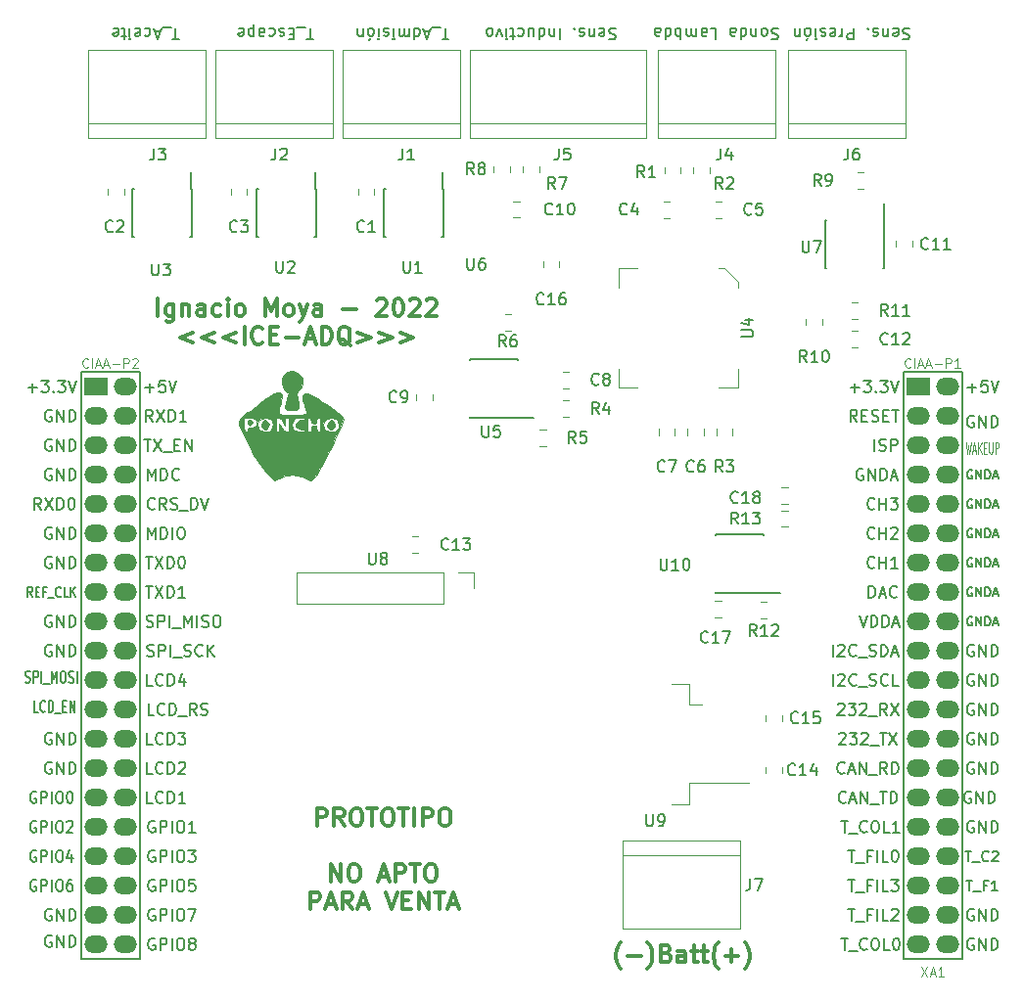
<source format=gto>
G04 #@! TF.GenerationSoftware,KiCad,Pcbnew,(6.0.1)*
G04 #@! TF.CreationDate,2022-01-24T21:39:17-03:00*
G04 #@! TF.ProjectId,ice-adq,6963652d-6164-4712-9e6b-696361645f70,1.0*
G04 #@! TF.SameCoordinates,Original*
G04 #@! TF.FileFunction,Legend,Top*
G04 #@! TF.FilePolarity,Positive*
%FSLAX46Y46*%
G04 Gerber Fmt 4.6, Leading zero omitted, Abs format (unit mm)*
G04 Created by KiCad (PCBNEW (6.0.1)) date 2022-01-24 21:39:17*
%MOMM*%
%LPD*%
G01*
G04 APERTURE LIST*
%ADD10C,0.300000*%
%ADD11C,0.120000*%
%ADD12C,0.200000*%
%ADD13C,0.170000*%
%ADD14C,0.175000*%
%ADD15C,0.180000*%
%ADD16C,0.190000*%
%ADD17C,0.125000*%
%ADD18C,0.150000*%
%ADD19C,0.100000*%
%ADD20R,2.000000X1.524000*%
%ADD21O,2.000000X1.524000*%
G04 APERTURE END LIST*
D10*
X89750000Y-176056071D02*
X89750000Y-174556071D01*
X90321428Y-174556071D01*
X90464285Y-174627500D01*
X90535714Y-174698928D01*
X90607142Y-174841785D01*
X90607142Y-175056071D01*
X90535714Y-175198928D01*
X90464285Y-175270357D01*
X90321428Y-175341785D01*
X89750000Y-175341785D01*
X92107142Y-176056071D02*
X91607142Y-175341785D01*
X91250000Y-176056071D02*
X91250000Y-174556071D01*
X91821428Y-174556071D01*
X91964285Y-174627500D01*
X92035714Y-174698928D01*
X92107142Y-174841785D01*
X92107142Y-175056071D01*
X92035714Y-175198928D01*
X91964285Y-175270357D01*
X91821428Y-175341785D01*
X91250000Y-175341785D01*
X93035714Y-174556071D02*
X93321428Y-174556071D01*
X93464285Y-174627500D01*
X93607142Y-174770357D01*
X93678571Y-175056071D01*
X93678571Y-175556071D01*
X93607142Y-175841785D01*
X93464285Y-175984642D01*
X93321428Y-176056071D01*
X93035714Y-176056071D01*
X92892857Y-175984642D01*
X92750000Y-175841785D01*
X92678571Y-175556071D01*
X92678571Y-175056071D01*
X92750000Y-174770357D01*
X92892857Y-174627500D01*
X93035714Y-174556071D01*
X94107142Y-174556071D02*
X94964285Y-174556071D01*
X94535714Y-176056071D02*
X94535714Y-174556071D01*
X95750000Y-174556071D02*
X96035714Y-174556071D01*
X96178571Y-174627500D01*
X96321428Y-174770357D01*
X96392857Y-175056071D01*
X96392857Y-175556071D01*
X96321428Y-175841785D01*
X96178571Y-175984642D01*
X96035714Y-176056071D01*
X95750000Y-176056071D01*
X95607142Y-175984642D01*
X95464285Y-175841785D01*
X95392857Y-175556071D01*
X95392857Y-175056071D01*
X95464285Y-174770357D01*
X95607142Y-174627500D01*
X95750000Y-174556071D01*
X96821428Y-174556071D02*
X97678571Y-174556071D01*
X97250000Y-176056071D02*
X97250000Y-174556071D01*
X98178571Y-176056071D02*
X98178571Y-174556071D01*
X98892857Y-176056071D02*
X98892857Y-174556071D01*
X99464285Y-174556071D01*
X99607142Y-174627500D01*
X99678571Y-174698928D01*
X99750000Y-174841785D01*
X99750000Y-175056071D01*
X99678571Y-175198928D01*
X99607142Y-175270357D01*
X99464285Y-175341785D01*
X98892857Y-175341785D01*
X100678571Y-174556071D02*
X100964285Y-174556071D01*
X101107142Y-174627500D01*
X101250000Y-174770357D01*
X101321428Y-175056071D01*
X101321428Y-175556071D01*
X101250000Y-175841785D01*
X101107142Y-175984642D01*
X100964285Y-176056071D01*
X100678571Y-176056071D01*
X100535714Y-175984642D01*
X100392857Y-175841785D01*
X100321428Y-175556071D01*
X100321428Y-175056071D01*
X100392857Y-174770357D01*
X100535714Y-174627500D01*
X100678571Y-174556071D01*
X90964285Y-180886071D02*
X90964285Y-179386071D01*
X91821428Y-180886071D01*
X91821428Y-179386071D01*
X92821428Y-179386071D02*
X93107142Y-179386071D01*
X93250000Y-179457500D01*
X93392857Y-179600357D01*
X93464285Y-179886071D01*
X93464285Y-180386071D01*
X93392857Y-180671785D01*
X93250000Y-180814642D01*
X93107142Y-180886071D01*
X92821428Y-180886071D01*
X92678571Y-180814642D01*
X92535714Y-180671785D01*
X92464285Y-180386071D01*
X92464285Y-179886071D01*
X92535714Y-179600357D01*
X92678571Y-179457500D01*
X92821428Y-179386071D01*
X95178571Y-180457500D02*
X95892857Y-180457500D01*
X95035714Y-180886071D02*
X95535714Y-179386071D01*
X96035714Y-180886071D01*
X96535714Y-180886071D02*
X96535714Y-179386071D01*
X97107142Y-179386071D01*
X97250000Y-179457500D01*
X97321428Y-179528928D01*
X97392857Y-179671785D01*
X97392857Y-179886071D01*
X97321428Y-180028928D01*
X97250000Y-180100357D01*
X97107142Y-180171785D01*
X96535714Y-180171785D01*
X97821428Y-179386071D02*
X98678571Y-179386071D01*
X98250000Y-180886071D02*
X98250000Y-179386071D01*
X99464285Y-179386071D02*
X99750000Y-179386071D01*
X99892857Y-179457500D01*
X100035714Y-179600357D01*
X100107142Y-179886071D01*
X100107142Y-180386071D01*
X100035714Y-180671785D01*
X99892857Y-180814642D01*
X99750000Y-180886071D01*
X99464285Y-180886071D01*
X99321428Y-180814642D01*
X99178571Y-180671785D01*
X99107142Y-180386071D01*
X99107142Y-179886071D01*
X99178571Y-179600357D01*
X99321428Y-179457500D01*
X99464285Y-179386071D01*
X89178571Y-183301071D02*
X89178571Y-181801071D01*
X89750000Y-181801071D01*
X89892857Y-181872500D01*
X89964285Y-181943928D01*
X90035714Y-182086785D01*
X90035714Y-182301071D01*
X89964285Y-182443928D01*
X89892857Y-182515357D01*
X89750000Y-182586785D01*
X89178571Y-182586785D01*
X90607142Y-182872500D02*
X91321428Y-182872500D01*
X90464285Y-183301071D02*
X90964285Y-181801071D01*
X91464285Y-183301071D01*
X92821428Y-183301071D02*
X92321428Y-182586785D01*
X91964285Y-183301071D02*
X91964285Y-181801071D01*
X92535714Y-181801071D01*
X92678571Y-181872500D01*
X92750000Y-181943928D01*
X92821428Y-182086785D01*
X92821428Y-182301071D01*
X92750000Y-182443928D01*
X92678571Y-182515357D01*
X92535714Y-182586785D01*
X91964285Y-182586785D01*
X93392857Y-182872500D02*
X94107142Y-182872500D01*
X93250000Y-183301071D02*
X93750000Y-181801071D01*
X94250000Y-183301071D01*
X95678571Y-181801071D02*
X96178571Y-183301071D01*
X96678571Y-181801071D01*
X97178571Y-182515357D02*
X97678571Y-182515357D01*
X97892857Y-183301071D02*
X97178571Y-183301071D01*
X97178571Y-181801071D01*
X97892857Y-181801071D01*
X98535714Y-183301071D02*
X98535714Y-181801071D01*
X99392857Y-183301071D01*
X99392857Y-181801071D01*
X99892857Y-181801071D02*
X100750000Y-181801071D01*
X100321428Y-183301071D02*
X100321428Y-181801071D01*
X101178571Y-182872500D02*
X101892857Y-182872500D01*
X101035714Y-183301071D02*
X101535714Y-181801071D01*
X102035714Y-183301071D01*
X75999999Y-131971071D02*
X75999999Y-130471071D01*
X77357142Y-130971071D02*
X77357142Y-132185357D01*
X77285714Y-132328214D01*
X77214285Y-132399642D01*
X77071428Y-132471071D01*
X76857142Y-132471071D01*
X76714285Y-132399642D01*
X77357142Y-131899642D02*
X77214285Y-131971071D01*
X76928571Y-131971071D01*
X76785714Y-131899642D01*
X76714285Y-131828214D01*
X76642857Y-131685357D01*
X76642857Y-131256785D01*
X76714285Y-131113928D01*
X76785714Y-131042500D01*
X76928571Y-130971071D01*
X77214285Y-130971071D01*
X77357142Y-131042500D01*
X78071428Y-130971071D02*
X78071428Y-131971071D01*
X78071428Y-131113928D02*
X78142857Y-131042500D01*
X78285714Y-130971071D01*
X78499999Y-130971071D01*
X78642857Y-131042500D01*
X78714285Y-131185357D01*
X78714285Y-131971071D01*
X80071428Y-131971071D02*
X80071428Y-131185357D01*
X79999999Y-131042500D01*
X79857142Y-130971071D01*
X79571428Y-130971071D01*
X79428571Y-131042500D01*
X80071428Y-131899642D02*
X79928571Y-131971071D01*
X79571428Y-131971071D01*
X79428571Y-131899642D01*
X79357142Y-131756785D01*
X79357142Y-131613928D01*
X79428571Y-131471071D01*
X79571428Y-131399642D01*
X79928571Y-131399642D01*
X80071428Y-131328214D01*
X81428571Y-131899642D02*
X81285714Y-131971071D01*
X80999999Y-131971071D01*
X80857142Y-131899642D01*
X80785714Y-131828214D01*
X80714285Y-131685357D01*
X80714285Y-131256785D01*
X80785714Y-131113928D01*
X80857142Y-131042500D01*
X80999999Y-130971071D01*
X81285714Y-130971071D01*
X81428571Y-131042500D01*
X82071428Y-131971071D02*
X82071428Y-130971071D01*
X82071428Y-130471071D02*
X81999999Y-130542500D01*
X82071428Y-130613928D01*
X82142857Y-130542500D01*
X82071428Y-130471071D01*
X82071428Y-130613928D01*
X82999999Y-131971071D02*
X82857142Y-131899642D01*
X82785714Y-131828214D01*
X82714285Y-131685357D01*
X82714285Y-131256785D01*
X82785714Y-131113928D01*
X82857142Y-131042500D01*
X82999999Y-130971071D01*
X83214285Y-130971071D01*
X83357142Y-131042500D01*
X83428571Y-131113928D01*
X83499999Y-131256785D01*
X83499999Y-131685357D01*
X83428571Y-131828214D01*
X83357142Y-131899642D01*
X83214285Y-131971071D01*
X82999999Y-131971071D01*
X85285714Y-131971071D02*
X85285714Y-130471071D01*
X85785714Y-131542500D01*
X86285714Y-130471071D01*
X86285714Y-131971071D01*
X87214285Y-131971071D02*
X87071428Y-131899642D01*
X86999999Y-131828214D01*
X86928571Y-131685357D01*
X86928571Y-131256785D01*
X86999999Y-131113928D01*
X87071428Y-131042500D01*
X87214285Y-130971071D01*
X87428571Y-130971071D01*
X87571428Y-131042500D01*
X87642857Y-131113928D01*
X87714285Y-131256785D01*
X87714285Y-131685357D01*
X87642857Y-131828214D01*
X87571428Y-131899642D01*
X87428571Y-131971071D01*
X87214285Y-131971071D01*
X88214285Y-130971071D02*
X88571428Y-131971071D01*
X88928571Y-130971071D02*
X88571428Y-131971071D01*
X88428571Y-132328214D01*
X88357142Y-132399642D01*
X88214285Y-132471071D01*
X90142857Y-131971071D02*
X90142857Y-131185357D01*
X90071428Y-131042500D01*
X89928571Y-130971071D01*
X89642857Y-130971071D01*
X89499999Y-131042500D01*
X90142857Y-131899642D02*
X89999999Y-131971071D01*
X89642857Y-131971071D01*
X89499999Y-131899642D01*
X89428571Y-131756785D01*
X89428571Y-131613928D01*
X89499999Y-131471071D01*
X89642857Y-131399642D01*
X89999999Y-131399642D01*
X90142857Y-131328214D01*
X91999999Y-131399642D02*
X93142857Y-131399642D01*
X94928571Y-130613928D02*
X95000000Y-130542500D01*
X95142857Y-130471071D01*
X95500000Y-130471071D01*
X95642857Y-130542500D01*
X95714285Y-130613928D01*
X95785714Y-130756785D01*
X95785714Y-130899642D01*
X95714285Y-131113928D01*
X94857142Y-131971071D01*
X95785714Y-131971071D01*
X96714285Y-130471071D02*
X96857142Y-130471071D01*
X97000000Y-130542500D01*
X97071428Y-130613928D01*
X97142857Y-130756785D01*
X97214285Y-131042500D01*
X97214285Y-131399642D01*
X97142857Y-131685357D01*
X97071428Y-131828214D01*
X97000000Y-131899642D01*
X96857142Y-131971071D01*
X96714285Y-131971071D01*
X96571428Y-131899642D01*
X96500000Y-131828214D01*
X96428571Y-131685357D01*
X96357142Y-131399642D01*
X96357142Y-131042500D01*
X96428571Y-130756785D01*
X96500000Y-130613928D01*
X96571428Y-130542500D01*
X96714285Y-130471071D01*
X97785714Y-130613928D02*
X97857142Y-130542500D01*
X98000000Y-130471071D01*
X98357142Y-130471071D01*
X98500000Y-130542500D01*
X98571428Y-130613928D01*
X98642857Y-130756785D01*
X98642857Y-130899642D01*
X98571428Y-131113928D01*
X97714285Y-131971071D01*
X98642857Y-131971071D01*
X99214285Y-130613928D02*
X99285714Y-130542500D01*
X99428571Y-130471071D01*
X99785714Y-130471071D01*
X99928571Y-130542500D01*
X100000000Y-130613928D01*
X100071428Y-130756785D01*
X100071428Y-130899642D01*
X100000000Y-131113928D01*
X99142857Y-131971071D01*
X100071428Y-131971071D01*
X79035714Y-133386071D02*
X77892857Y-133814642D01*
X79035714Y-134243214D01*
X80892857Y-133386071D02*
X79750000Y-133814642D01*
X80892857Y-134243214D01*
X82750000Y-133386071D02*
X81607142Y-133814642D01*
X82750000Y-134243214D01*
X83464285Y-134386071D02*
X83464285Y-132886071D01*
X85035714Y-134243214D02*
X84964285Y-134314642D01*
X84750000Y-134386071D01*
X84607142Y-134386071D01*
X84392857Y-134314642D01*
X84250000Y-134171785D01*
X84178571Y-134028928D01*
X84107142Y-133743214D01*
X84107142Y-133528928D01*
X84178571Y-133243214D01*
X84250000Y-133100357D01*
X84392857Y-132957500D01*
X84607142Y-132886071D01*
X84750000Y-132886071D01*
X84964285Y-132957500D01*
X85035714Y-133028928D01*
X85678571Y-133600357D02*
X86178571Y-133600357D01*
X86392857Y-134386071D02*
X85678571Y-134386071D01*
X85678571Y-132886071D01*
X86392857Y-132886071D01*
X87035714Y-133814642D02*
X88178571Y-133814642D01*
X88821428Y-133957500D02*
X89535714Y-133957500D01*
X88678571Y-134386071D02*
X89178571Y-132886071D01*
X89678571Y-134386071D01*
X90178571Y-134386071D02*
X90178571Y-132886071D01*
X90535714Y-132886071D01*
X90750000Y-132957500D01*
X90892857Y-133100357D01*
X90964285Y-133243214D01*
X91035714Y-133528928D01*
X91035714Y-133743214D01*
X90964285Y-134028928D01*
X90892857Y-134171785D01*
X90750000Y-134314642D01*
X90535714Y-134386071D01*
X90178571Y-134386071D01*
X92678571Y-134528928D02*
X92535714Y-134457500D01*
X92392857Y-134314642D01*
X92178571Y-134100357D01*
X92035714Y-134028928D01*
X91892857Y-134028928D01*
X91964285Y-134386071D02*
X91821428Y-134314642D01*
X91678571Y-134171785D01*
X91607142Y-133886071D01*
X91607142Y-133386071D01*
X91678571Y-133100357D01*
X91821428Y-132957500D01*
X91964285Y-132886071D01*
X92250000Y-132886071D01*
X92392857Y-132957500D01*
X92535714Y-133100357D01*
X92607142Y-133386071D01*
X92607142Y-133886071D01*
X92535714Y-134171785D01*
X92392857Y-134314642D01*
X92250000Y-134386071D01*
X91964285Y-134386071D01*
X93250000Y-133386071D02*
X94392857Y-133814642D01*
X93250000Y-134243214D01*
X95107142Y-133386071D02*
X96250000Y-133814642D01*
X95107142Y-134243214D01*
X96964285Y-133386071D02*
X98107142Y-133814642D01*
X96964285Y-134243214D01*
X116042857Y-188450000D02*
X115971428Y-188378571D01*
X115828571Y-188164285D01*
X115757142Y-188021428D01*
X115685714Y-187807142D01*
X115614285Y-187450000D01*
X115614285Y-187164285D01*
X115685714Y-186807142D01*
X115757142Y-186592857D01*
X115828571Y-186450000D01*
X115971428Y-186235714D01*
X116042857Y-186164285D01*
X116614285Y-187307142D02*
X117757142Y-187307142D01*
X118328571Y-188450000D02*
X118400000Y-188378571D01*
X118542857Y-188164285D01*
X118614285Y-188021428D01*
X118685714Y-187807142D01*
X118757142Y-187450000D01*
X118757142Y-187164285D01*
X118685714Y-186807142D01*
X118614285Y-186592857D01*
X118542857Y-186450000D01*
X118400000Y-186235714D01*
X118328571Y-186164285D01*
X119971428Y-187092857D02*
X120185714Y-187164285D01*
X120257142Y-187235714D01*
X120328571Y-187378571D01*
X120328571Y-187592857D01*
X120257142Y-187735714D01*
X120185714Y-187807142D01*
X120042857Y-187878571D01*
X119471428Y-187878571D01*
X119471428Y-186378571D01*
X119971428Y-186378571D01*
X120114285Y-186450000D01*
X120185714Y-186521428D01*
X120257142Y-186664285D01*
X120257142Y-186807142D01*
X120185714Y-186950000D01*
X120114285Y-187021428D01*
X119971428Y-187092857D01*
X119471428Y-187092857D01*
X121614285Y-187878571D02*
X121614285Y-187092857D01*
X121542857Y-186950000D01*
X121400000Y-186878571D01*
X121114285Y-186878571D01*
X120971428Y-186950000D01*
X121614285Y-187807142D02*
X121471428Y-187878571D01*
X121114285Y-187878571D01*
X120971428Y-187807142D01*
X120900000Y-187664285D01*
X120900000Y-187521428D01*
X120971428Y-187378571D01*
X121114285Y-187307142D01*
X121471428Y-187307142D01*
X121614285Y-187235714D01*
X122114285Y-186878571D02*
X122685714Y-186878571D01*
X122328571Y-186378571D02*
X122328571Y-187664285D01*
X122400000Y-187807142D01*
X122542857Y-187878571D01*
X122685714Y-187878571D01*
X122971428Y-186878571D02*
X123542857Y-186878571D01*
X123185714Y-186378571D02*
X123185714Y-187664285D01*
X123257142Y-187807142D01*
X123400000Y-187878571D01*
X123542857Y-187878571D01*
X124471428Y-188450000D02*
X124400000Y-188378571D01*
X124257142Y-188164285D01*
X124185714Y-188021428D01*
X124114285Y-187807142D01*
X124042857Y-187450000D01*
X124042857Y-187164285D01*
X124114285Y-186807142D01*
X124185714Y-186592857D01*
X124257142Y-186450000D01*
X124400000Y-186235714D01*
X124471428Y-186164285D01*
X125042857Y-187307142D02*
X126185714Y-187307142D01*
X125614285Y-187878571D02*
X125614285Y-186735714D01*
X126757142Y-188450000D02*
X126828571Y-188378571D01*
X126971428Y-188164285D01*
X127042857Y-188021428D01*
X127114285Y-187807142D01*
X127185714Y-187450000D01*
X127185714Y-187164285D01*
X127114285Y-186807142D01*
X127042857Y-186592857D01*
X126971428Y-186450000D01*
X126828571Y-186235714D01*
X126757142Y-186164285D01*
D11*
X142009523Y-188311904D02*
X142542857Y-189111904D01*
X142542857Y-188311904D02*
X142009523Y-189111904D01*
X142809523Y-188883333D02*
X143190476Y-188883333D01*
X142733333Y-189111904D02*
X143000000Y-188311904D01*
X143266666Y-189111904D01*
X143952380Y-189111904D02*
X143495238Y-189111904D01*
X143723809Y-189111904D02*
X143723809Y-188311904D01*
X143647619Y-188426190D01*
X143571428Y-188502380D01*
X143495238Y-188540476D01*
D12*
X75722810Y-185855001D02*
X75627572Y-185807381D01*
X75484715Y-185807381D01*
X75341858Y-185855001D01*
X75246620Y-185950239D01*
X75199001Y-186045477D01*
X75151381Y-186235953D01*
X75151381Y-186378810D01*
X75199001Y-186569286D01*
X75246620Y-186664524D01*
X75341858Y-186759762D01*
X75484715Y-186807381D01*
X75579953Y-186807381D01*
X75722810Y-186759762D01*
X75770429Y-186712143D01*
X75770429Y-186378810D01*
X75579953Y-186378810D01*
X76199001Y-186807381D02*
X76199001Y-185807381D01*
X76579953Y-185807381D01*
X76675191Y-185855001D01*
X76722810Y-185902620D01*
X76770429Y-185997858D01*
X76770429Y-186140715D01*
X76722810Y-186235953D01*
X76675191Y-186283572D01*
X76579953Y-186331191D01*
X76199001Y-186331191D01*
X77199001Y-186807381D02*
X77199001Y-185807381D01*
X77865667Y-185807381D02*
X78056143Y-185807381D01*
X78151381Y-185855001D01*
X78246620Y-185950239D01*
X78294239Y-186140715D01*
X78294239Y-186474048D01*
X78246620Y-186664524D01*
X78151381Y-186759762D01*
X78056143Y-186807381D01*
X77865667Y-186807381D01*
X77770429Y-186759762D01*
X77675191Y-186664524D01*
X77627572Y-186474048D01*
X77627572Y-186140715D01*
X77675191Y-185950239D01*
X77770429Y-185855001D01*
X77865667Y-185807381D01*
X78865667Y-186235953D02*
X78770429Y-186188334D01*
X78722810Y-186140715D01*
X78675191Y-186045477D01*
X78675191Y-185997858D01*
X78722810Y-185902620D01*
X78770429Y-185855001D01*
X78865667Y-185807381D01*
X79056143Y-185807381D01*
X79151381Y-185855001D01*
X79199001Y-185902620D01*
X79246620Y-185997858D01*
X79246620Y-186045477D01*
X79199001Y-186140715D01*
X79151381Y-186188334D01*
X79056143Y-186235953D01*
X78865667Y-186235953D01*
X78770429Y-186283572D01*
X78722810Y-186331191D01*
X78675191Y-186426429D01*
X78675191Y-186616905D01*
X78722810Y-186712143D01*
X78770429Y-186759762D01*
X78865667Y-186807381D01*
X79056143Y-186807381D01*
X79151381Y-186759762D01*
X79199001Y-186712143D01*
X79246620Y-186616905D01*
X79246620Y-186426429D01*
X79199001Y-186331191D01*
X79151381Y-186283572D01*
X79056143Y-186235953D01*
X75722810Y-183315001D02*
X75627572Y-183267381D01*
X75484715Y-183267381D01*
X75341858Y-183315001D01*
X75246620Y-183410239D01*
X75199001Y-183505477D01*
X75151381Y-183695953D01*
X75151381Y-183838810D01*
X75199001Y-184029286D01*
X75246620Y-184124524D01*
X75341858Y-184219762D01*
X75484715Y-184267381D01*
X75579953Y-184267381D01*
X75722810Y-184219762D01*
X75770429Y-184172143D01*
X75770429Y-183838810D01*
X75579953Y-183838810D01*
X76199001Y-184267381D02*
X76199001Y-183267381D01*
X76579953Y-183267381D01*
X76675191Y-183315001D01*
X76722810Y-183362620D01*
X76770429Y-183457858D01*
X76770429Y-183600715D01*
X76722810Y-183695953D01*
X76675191Y-183743572D01*
X76579953Y-183791191D01*
X76199001Y-183791191D01*
X77199001Y-184267381D02*
X77199001Y-183267381D01*
X77865667Y-183267381D02*
X78056143Y-183267381D01*
X78151381Y-183315001D01*
X78246620Y-183410239D01*
X78294239Y-183600715D01*
X78294239Y-183934048D01*
X78246620Y-184124524D01*
X78151381Y-184219762D01*
X78056143Y-184267381D01*
X77865667Y-184267381D01*
X77770429Y-184219762D01*
X77675191Y-184124524D01*
X77627572Y-183934048D01*
X77627572Y-183600715D01*
X77675191Y-183410239D01*
X77770429Y-183315001D01*
X77865667Y-183267381D01*
X78627572Y-183267381D02*
X79294239Y-183267381D01*
X78865667Y-184267381D01*
X75722810Y-180775001D02*
X75627572Y-180727381D01*
X75484715Y-180727381D01*
X75341858Y-180775001D01*
X75246620Y-180870239D01*
X75199001Y-180965477D01*
X75151381Y-181155953D01*
X75151381Y-181298810D01*
X75199001Y-181489286D01*
X75246620Y-181584524D01*
X75341858Y-181679762D01*
X75484715Y-181727381D01*
X75579953Y-181727381D01*
X75722810Y-181679762D01*
X75770429Y-181632143D01*
X75770429Y-181298810D01*
X75579953Y-181298810D01*
X76199001Y-181727381D02*
X76199001Y-180727381D01*
X76579953Y-180727381D01*
X76675191Y-180775001D01*
X76722810Y-180822620D01*
X76770429Y-180917858D01*
X76770429Y-181060715D01*
X76722810Y-181155953D01*
X76675191Y-181203572D01*
X76579953Y-181251191D01*
X76199001Y-181251191D01*
X77199001Y-181727381D02*
X77199001Y-180727381D01*
X77865667Y-180727381D02*
X78056143Y-180727381D01*
X78151381Y-180775001D01*
X78246620Y-180870239D01*
X78294239Y-181060715D01*
X78294239Y-181394048D01*
X78246620Y-181584524D01*
X78151381Y-181679762D01*
X78056143Y-181727381D01*
X77865667Y-181727381D01*
X77770429Y-181679762D01*
X77675191Y-181584524D01*
X77627572Y-181394048D01*
X77627572Y-181060715D01*
X77675191Y-180870239D01*
X77770429Y-180775001D01*
X77865667Y-180727381D01*
X79199001Y-180727381D02*
X78722810Y-180727381D01*
X78675191Y-181203572D01*
X78722810Y-181155953D01*
X78818048Y-181108334D01*
X79056143Y-181108334D01*
X79151381Y-181155953D01*
X79199001Y-181203572D01*
X79246620Y-181298810D01*
X79246620Y-181536905D01*
X79199001Y-181632143D01*
X79151381Y-181679762D01*
X79056143Y-181727381D01*
X78818048Y-181727381D01*
X78722810Y-181679762D01*
X78675191Y-181632143D01*
X75722810Y-178235001D02*
X75627572Y-178187381D01*
X75484715Y-178187381D01*
X75341858Y-178235001D01*
X75246620Y-178330239D01*
X75199001Y-178425477D01*
X75151381Y-178615953D01*
X75151381Y-178758810D01*
X75199001Y-178949286D01*
X75246620Y-179044524D01*
X75341858Y-179139762D01*
X75484715Y-179187381D01*
X75579953Y-179187381D01*
X75722810Y-179139762D01*
X75770429Y-179092143D01*
X75770429Y-178758810D01*
X75579953Y-178758810D01*
X76199001Y-179187381D02*
X76199001Y-178187381D01*
X76579953Y-178187381D01*
X76675191Y-178235001D01*
X76722810Y-178282620D01*
X76770429Y-178377858D01*
X76770429Y-178520715D01*
X76722810Y-178615953D01*
X76675191Y-178663572D01*
X76579953Y-178711191D01*
X76199001Y-178711191D01*
X77199001Y-179187381D02*
X77199001Y-178187381D01*
X77865667Y-178187381D02*
X78056143Y-178187381D01*
X78151381Y-178235001D01*
X78246620Y-178330239D01*
X78294239Y-178520715D01*
X78294239Y-178854048D01*
X78246620Y-179044524D01*
X78151381Y-179139762D01*
X78056143Y-179187381D01*
X77865667Y-179187381D01*
X77770429Y-179139762D01*
X77675191Y-179044524D01*
X77627572Y-178854048D01*
X77627572Y-178520715D01*
X77675191Y-178330239D01*
X77770429Y-178235001D01*
X77865667Y-178187381D01*
X78627572Y-178187381D02*
X79246620Y-178187381D01*
X78913286Y-178568334D01*
X79056143Y-178568334D01*
X79151381Y-178615953D01*
X79199001Y-178663572D01*
X79246620Y-178758810D01*
X79246620Y-178996905D01*
X79199001Y-179092143D01*
X79151381Y-179139762D01*
X79056143Y-179187381D01*
X78770429Y-179187381D01*
X78675191Y-179139762D01*
X78627572Y-179092143D01*
X75722810Y-175695001D02*
X75627572Y-175647381D01*
X75484715Y-175647381D01*
X75341858Y-175695001D01*
X75246620Y-175790239D01*
X75199001Y-175885477D01*
X75151381Y-176075953D01*
X75151381Y-176218810D01*
X75199001Y-176409286D01*
X75246620Y-176504524D01*
X75341858Y-176599762D01*
X75484715Y-176647381D01*
X75579953Y-176647381D01*
X75722810Y-176599762D01*
X75770429Y-176552143D01*
X75770429Y-176218810D01*
X75579953Y-176218810D01*
X76199001Y-176647381D02*
X76199001Y-175647381D01*
X76579953Y-175647381D01*
X76675191Y-175695001D01*
X76722810Y-175742620D01*
X76770429Y-175837858D01*
X76770429Y-175980715D01*
X76722810Y-176075953D01*
X76675191Y-176123572D01*
X76579953Y-176171191D01*
X76199001Y-176171191D01*
X77199001Y-176647381D02*
X77199001Y-175647381D01*
X77865667Y-175647381D02*
X78056143Y-175647381D01*
X78151381Y-175695001D01*
X78246620Y-175790239D01*
X78294239Y-175980715D01*
X78294239Y-176314048D01*
X78246620Y-176504524D01*
X78151381Y-176599762D01*
X78056143Y-176647381D01*
X77865667Y-176647381D01*
X77770429Y-176599762D01*
X77675191Y-176504524D01*
X77627572Y-176314048D01*
X77627572Y-175980715D01*
X77675191Y-175790239D01*
X77770429Y-175695001D01*
X77865667Y-175647381D01*
X79246620Y-176647381D02*
X78675191Y-176647381D01*
X78960905Y-176647381D02*
X78960905Y-175647381D01*
X78865667Y-175790239D01*
X78770429Y-175885477D01*
X78675191Y-175933096D01*
X75524334Y-174107381D02*
X75048143Y-174107381D01*
X75048143Y-173107381D01*
X76429096Y-174012143D02*
X76381477Y-174059762D01*
X76238620Y-174107381D01*
X76143381Y-174107381D01*
X76000524Y-174059762D01*
X75905286Y-173964524D01*
X75857667Y-173869286D01*
X75810048Y-173678810D01*
X75810048Y-173535953D01*
X75857667Y-173345477D01*
X75905286Y-173250239D01*
X76000524Y-173155001D01*
X76143381Y-173107381D01*
X76238620Y-173107381D01*
X76381477Y-173155001D01*
X76429096Y-173202620D01*
X76857667Y-174107381D02*
X76857667Y-173107381D01*
X77095762Y-173107381D01*
X77238620Y-173155001D01*
X77333858Y-173250239D01*
X77381477Y-173345477D01*
X77429096Y-173535953D01*
X77429096Y-173678810D01*
X77381477Y-173869286D01*
X77333858Y-173964524D01*
X77238620Y-174059762D01*
X77095762Y-174107381D01*
X76857667Y-174107381D01*
X78381477Y-174107381D02*
X77810048Y-174107381D01*
X78095762Y-174107381D02*
X78095762Y-173107381D01*
X78000524Y-173250239D01*
X77905286Y-173345477D01*
X77810048Y-173393096D01*
X75524334Y-171567381D02*
X75048143Y-171567381D01*
X75048143Y-170567381D01*
X76429096Y-171472143D02*
X76381477Y-171519762D01*
X76238620Y-171567381D01*
X76143381Y-171567381D01*
X76000524Y-171519762D01*
X75905286Y-171424524D01*
X75857667Y-171329286D01*
X75810048Y-171138810D01*
X75810048Y-170995953D01*
X75857667Y-170805477D01*
X75905286Y-170710239D01*
X76000524Y-170615001D01*
X76143381Y-170567381D01*
X76238620Y-170567381D01*
X76381477Y-170615001D01*
X76429096Y-170662620D01*
X76857667Y-171567381D02*
X76857667Y-170567381D01*
X77095762Y-170567381D01*
X77238620Y-170615001D01*
X77333858Y-170710239D01*
X77381477Y-170805477D01*
X77429096Y-170995953D01*
X77429096Y-171138810D01*
X77381477Y-171329286D01*
X77333858Y-171424524D01*
X77238620Y-171519762D01*
X77095762Y-171567381D01*
X76857667Y-171567381D01*
X77810048Y-170662620D02*
X77857667Y-170615001D01*
X77952905Y-170567381D01*
X78191001Y-170567381D01*
X78286239Y-170615001D01*
X78333858Y-170662620D01*
X78381477Y-170757858D01*
X78381477Y-170853096D01*
X78333858Y-170995953D01*
X77762429Y-171567381D01*
X78381477Y-171567381D01*
X75524334Y-169027381D02*
X75048143Y-169027381D01*
X75048143Y-168027381D01*
X76429096Y-168932143D02*
X76381477Y-168979762D01*
X76238620Y-169027381D01*
X76143381Y-169027381D01*
X76000524Y-168979762D01*
X75905286Y-168884524D01*
X75857667Y-168789286D01*
X75810048Y-168598810D01*
X75810048Y-168455953D01*
X75857667Y-168265477D01*
X75905286Y-168170239D01*
X76000524Y-168075001D01*
X76143381Y-168027381D01*
X76238620Y-168027381D01*
X76381477Y-168075001D01*
X76429096Y-168122620D01*
X76857667Y-169027381D02*
X76857667Y-168027381D01*
X77095762Y-168027381D01*
X77238620Y-168075001D01*
X77333858Y-168170239D01*
X77381477Y-168265477D01*
X77429096Y-168455953D01*
X77429096Y-168598810D01*
X77381477Y-168789286D01*
X77333858Y-168884524D01*
X77238620Y-168979762D01*
X77095762Y-169027381D01*
X76857667Y-169027381D01*
X77762429Y-168027381D02*
X78381477Y-168027381D01*
X78048143Y-168408334D01*
X78191001Y-168408334D01*
X78286239Y-168455953D01*
X78333858Y-168503572D01*
X78381477Y-168598810D01*
X78381477Y-168836905D01*
X78333858Y-168932143D01*
X78286239Y-168979762D01*
X78191001Y-169027381D01*
X77905286Y-169027381D01*
X77810048Y-168979762D01*
X77762429Y-168932143D01*
X75659381Y-166487381D02*
X75183191Y-166487381D01*
X75183191Y-165487381D01*
X76564143Y-166392143D02*
X76516524Y-166439762D01*
X76373667Y-166487381D01*
X76278429Y-166487381D01*
X76135572Y-166439762D01*
X76040334Y-166344524D01*
X75992715Y-166249286D01*
X75945096Y-166058810D01*
X75945096Y-165915953D01*
X75992715Y-165725477D01*
X76040334Y-165630239D01*
X76135572Y-165535001D01*
X76278429Y-165487381D01*
X76373667Y-165487381D01*
X76516524Y-165535001D01*
X76564143Y-165582620D01*
X76992715Y-166487381D02*
X76992715Y-165487381D01*
X77230810Y-165487381D01*
X77373667Y-165535001D01*
X77468905Y-165630239D01*
X77516524Y-165725477D01*
X77564143Y-165915953D01*
X77564143Y-166058810D01*
X77516524Y-166249286D01*
X77468905Y-166344524D01*
X77373667Y-166439762D01*
X77230810Y-166487381D01*
X76992715Y-166487381D01*
X77754620Y-166582620D02*
X78516524Y-166582620D01*
X79326048Y-166487381D02*
X78992715Y-166011191D01*
X78754620Y-166487381D02*
X78754620Y-165487381D01*
X79135572Y-165487381D01*
X79230810Y-165535001D01*
X79278429Y-165582620D01*
X79326048Y-165677858D01*
X79326048Y-165820715D01*
X79278429Y-165915953D01*
X79230810Y-165963572D01*
X79135572Y-166011191D01*
X78754620Y-166011191D01*
X79707001Y-166439762D02*
X79849858Y-166487381D01*
X80087953Y-166487381D01*
X80183191Y-166439762D01*
X80230810Y-166392143D01*
X80278429Y-166296905D01*
X80278429Y-166201667D01*
X80230810Y-166106429D01*
X80183191Y-166058810D01*
X80087953Y-166011191D01*
X79897477Y-165963572D01*
X79802239Y-165915953D01*
X79754620Y-165868334D01*
X79707001Y-165773096D01*
X79707001Y-165677858D01*
X79754620Y-165582620D01*
X79802239Y-165535001D01*
X79897477Y-165487381D01*
X80135572Y-165487381D01*
X80278429Y-165535001D01*
X75524334Y-163947381D02*
X75048143Y-163947381D01*
X75048143Y-162947381D01*
X76429096Y-163852143D02*
X76381477Y-163899762D01*
X76238620Y-163947381D01*
X76143381Y-163947381D01*
X76000524Y-163899762D01*
X75905286Y-163804524D01*
X75857667Y-163709286D01*
X75810048Y-163518810D01*
X75810048Y-163375953D01*
X75857667Y-163185477D01*
X75905286Y-163090239D01*
X76000524Y-162995001D01*
X76143381Y-162947381D01*
X76238620Y-162947381D01*
X76381477Y-162995001D01*
X76429096Y-163042620D01*
X76857667Y-163947381D02*
X76857667Y-162947381D01*
X77095762Y-162947381D01*
X77238620Y-162995001D01*
X77333858Y-163090239D01*
X77381477Y-163185477D01*
X77429096Y-163375953D01*
X77429096Y-163518810D01*
X77381477Y-163709286D01*
X77333858Y-163804524D01*
X77238620Y-163899762D01*
X77095762Y-163947381D01*
X76857667Y-163947381D01*
X78286239Y-163280715D02*
X78286239Y-163947381D01*
X78048143Y-162899762D02*
X77810048Y-163614048D01*
X78429096Y-163614048D01*
X75080048Y-161359762D02*
X75222905Y-161407381D01*
X75461001Y-161407381D01*
X75556239Y-161359762D01*
X75603858Y-161312143D01*
X75651477Y-161216905D01*
X75651477Y-161121667D01*
X75603858Y-161026429D01*
X75556239Y-160978810D01*
X75461001Y-160931191D01*
X75270524Y-160883572D01*
X75175286Y-160835953D01*
X75127667Y-160788334D01*
X75080048Y-160693096D01*
X75080048Y-160597858D01*
X75127667Y-160502620D01*
X75175286Y-160455001D01*
X75270524Y-160407381D01*
X75508620Y-160407381D01*
X75651477Y-160455001D01*
X76080048Y-161407381D02*
X76080048Y-160407381D01*
X76461001Y-160407381D01*
X76556239Y-160455001D01*
X76603858Y-160502620D01*
X76651477Y-160597858D01*
X76651477Y-160740715D01*
X76603858Y-160835953D01*
X76556239Y-160883572D01*
X76461001Y-160931191D01*
X76080048Y-160931191D01*
X77080048Y-161407381D02*
X77080048Y-160407381D01*
X77318143Y-161502620D02*
X78080048Y-161502620D01*
X78270524Y-161359762D02*
X78413381Y-161407381D01*
X78651477Y-161407381D01*
X78746715Y-161359762D01*
X78794334Y-161312143D01*
X78841953Y-161216905D01*
X78841953Y-161121667D01*
X78794334Y-161026429D01*
X78746715Y-160978810D01*
X78651477Y-160931191D01*
X78461001Y-160883572D01*
X78365762Y-160835953D01*
X78318143Y-160788334D01*
X78270524Y-160693096D01*
X78270524Y-160597858D01*
X78318143Y-160502620D01*
X78365762Y-160455001D01*
X78461001Y-160407381D01*
X78699096Y-160407381D01*
X78841953Y-160455001D01*
X79841953Y-161312143D02*
X79794334Y-161359762D01*
X79651477Y-161407381D01*
X79556239Y-161407381D01*
X79413381Y-161359762D01*
X79318143Y-161264524D01*
X79270524Y-161169286D01*
X79222905Y-160978810D01*
X79222905Y-160835953D01*
X79270524Y-160645477D01*
X79318143Y-160550239D01*
X79413381Y-160455001D01*
X79556239Y-160407381D01*
X79651477Y-160407381D01*
X79794334Y-160455001D01*
X79841953Y-160502620D01*
X80270524Y-161407381D02*
X80270524Y-160407381D01*
X80841953Y-161407381D02*
X80413381Y-160835953D01*
X80841953Y-160407381D02*
X80270524Y-160978810D01*
X75000715Y-158819762D02*
X75143572Y-158867381D01*
X75381667Y-158867381D01*
X75476905Y-158819762D01*
X75524524Y-158772143D01*
X75572143Y-158676905D01*
X75572143Y-158581667D01*
X75524524Y-158486429D01*
X75476905Y-158438810D01*
X75381667Y-158391191D01*
X75191191Y-158343572D01*
X75095953Y-158295953D01*
X75048334Y-158248334D01*
X75000715Y-158153096D01*
X75000715Y-158057858D01*
X75048334Y-157962620D01*
X75095953Y-157915001D01*
X75191191Y-157867381D01*
X75429286Y-157867381D01*
X75572143Y-157915001D01*
X76000715Y-158867381D02*
X76000715Y-157867381D01*
X76381667Y-157867381D01*
X76476905Y-157915001D01*
X76524524Y-157962620D01*
X76572143Y-158057858D01*
X76572143Y-158200715D01*
X76524524Y-158295953D01*
X76476905Y-158343572D01*
X76381667Y-158391191D01*
X76000715Y-158391191D01*
X77000715Y-158867381D02*
X77000715Y-157867381D01*
X77238810Y-158962620D02*
X78000715Y-158962620D01*
X78238810Y-158867381D02*
X78238810Y-157867381D01*
X78572143Y-158581667D01*
X78905477Y-157867381D01*
X78905477Y-158867381D01*
X79381667Y-158867381D02*
X79381667Y-157867381D01*
X79810239Y-158819762D02*
X79953096Y-158867381D01*
X80191191Y-158867381D01*
X80286429Y-158819762D01*
X80334048Y-158772143D01*
X80381667Y-158676905D01*
X80381667Y-158581667D01*
X80334048Y-158486429D01*
X80286429Y-158438810D01*
X80191191Y-158391191D01*
X80000715Y-158343572D01*
X79905477Y-158295953D01*
X79857858Y-158248334D01*
X79810239Y-158153096D01*
X79810239Y-158057858D01*
X79857858Y-157962620D01*
X79905477Y-157915001D01*
X80000715Y-157867381D01*
X80238810Y-157867381D01*
X80381667Y-157915001D01*
X81000715Y-157867381D02*
X81191191Y-157867381D01*
X81286429Y-157915001D01*
X81381667Y-158010239D01*
X81429286Y-158200715D01*
X81429286Y-158534048D01*
X81381667Y-158724524D01*
X81286429Y-158819762D01*
X81191191Y-158867381D01*
X81000715Y-158867381D01*
X80905477Y-158819762D01*
X80810239Y-158724524D01*
X80762620Y-158534048D01*
X80762620Y-158200715D01*
X80810239Y-158010239D01*
X80905477Y-157915001D01*
X81000715Y-157867381D01*
X74952905Y-155327381D02*
X75524334Y-155327381D01*
X75238620Y-156327381D02*
X75238620Y-155327381D01*
X75762429Y-155327381D02*
X76429096Y-156327381D01*
X76429096Y-155327381D02*
X75762429Y-156327381D01*
X76810048Y-156327381D02*
X76810048Y-155327381D01*
X77048143Y-155327381D01*
X77191001Y-155375001D01*
X77286239Y-155470239D01*
X77333858Y-155565477D01*
X77381477Y-155755953D01*
X77381477Y-155898810D01*
X77333858Y-156089286D01*
X77286239Y-156184524D01*
X77191001Y-156279762D01*
X77048143Y-156327381D01*
X76810048Y-156327381D01*
X78333858Y-156327381D02*
X77762429Y-156327381D01*
X78048143Y-156327381D02*
X78048143Y-155327381D01*
X77952905Y-155470239D01*
X77857667Y-155565477D01*
X77762429Y-155613096D01*
X74952905Y-152787381D02*
X75524334Y-152787381D01*
X75238620Y-153787381D02*
X75238620Y-152787381D01*
X75762429Y-152787381D02*
X76429096Y-153787381D01*
X76429096Y-152787381D02*
X75762429Y-153787381D01*
X76810048Y-153787381D02*
X76810048Y-152787381D01*
X77048143Y-152787381D01*
X77191001Y-152835001D01*
X77286239Y-152930239D01*
X77333858Y-153025477D01*
X77381477Y-153215953D01*
X77381477Y-153358810D01*
X77333858Y-153549286D01*
X77286239Y-153644524D01*
X77191001Y-153739762D01*
X77048143Y-153787381D01*
X76810048Y-153787381D01*
X78000524Y-152787381D02*
X78095762Y-152787381D01*
X78191001Y-152835001D01*
X78238620Y-152882620D01*
X78286239Y-152977858D01*
X78333858Y-153168334D01*
X78333858Y-153406429D01*
X78286239Y-153596905D01*
X78238620Y-153692143D01*
X78191001Y-153739762D01*
X78095762Y-153787381D01*
X78000524Y-153787381D01*
X77905286Y-153739762D01*
X77857667Y-153692143D01*
X77810048Y-153596905D01*
X77762429Y-153406429D01*
X77762429Y-153168334D01*
X77810048Y-152977858D01*
X77857667Y-152882620D01*
X77905286Y-152835001D01*
X78000524Y-152787381D01*
X75095762Y-151247381D02*
X75095762Y-150247381D01*
X75429096Y-150961667D01*
X75762429Y-150247381D01*
X75762429Y-151247381D01*
X76238620Y-151247381D02*
X76238620Y-150247381D01*
X76476715Y-150247381D01*
X76619572Y-150295001D01*
X76714810Y-150390239D01*
X76762429Y-150485477D01*
X76810048Y-150675953D01*
X76810048Y-150818810D01*
X76762429Y-151009286D01*
X76714810Y-151104524D01*
X76619572Y-151199762D01*
X76476715Y-151247381D01*
X76238620Y-151247381D01*
X77238620Y-151247381D02*
X77238620Y-150247381D01*
X77905286Y-150247381D02*
X78095762Y-150247381D01*
X78191001Y-150295001D01*
X78286239Y-150390239D01*
X78333858Y-150580715D01*
X78333858Y-150914048D01*
X78286239Y-151104524D01*
X78191001Y-151199762D01*
X78095762Y-151247381D01*
X77905286Y-151247381D01*
X77810048Y-151199762D01*
X77714810Y-151104524D01*
X77667191Y-150914048D01*
X77667191Y-150580715D01*
X77714810Y-150390239D01*
X77810048Y-150295001D01*
X77905286Y-150247381D01*
X75730810Y-148612143D02*
X75683191Y-148659762D01*
X75540334Y-148707381D01*
X75445096Y-148707381D01*
X75302239Y-148659762D01*
X75207001Y-148564524D01*
X75159381Y-148469286D01*
X75111762Y-148278810D01*
X75111762Y-148135953D01*
X75159381Y-147945477D01*
X75207001Y-147850239D01*
X75302239Y-147755001D01*
X75445096Y-147707381D01*
X75540334Y-147707381D01*
X75683191Y-147755001D01*
X75730810Y-147802620D01*
X76730810Y-148707381D02*
X76397477Y-148231191D01*
X76159381Y-148707381D02*
X76159381Y-147707381D01*
X76540334Y-147707381D01*
X76635572Y-147755001D01*
X76683191Y-147802620D01*
X76730810Y-147897858D01*
X76730810Y-148040715D01*
X76683191Y-148135953D01*
X76635572Y-148183572D01*
X76540334Y-148231191D01*
X76159381Y-148231191D01*
X77111762Y-148659762D02*
X77254620Y-148707381D01*
X77492715Y-148707381D01*
X77587953Y-148659762D01*
X77635572Y-148612143D01*
X77683191Y-148516905D01*
X77683191Y-148421667D01*
X77635572Y-148326429D01*
X77587953Y-148278810D01*
X77492715Y-148231191D01*
X77302239Y-148183572D01*
X77207001Y-148135953D01*
X77159381Y-148088334D01*
X77111762Y-147993096D01*
X77111762Y-147897858D01*
X77159381Y-147802620D01*
X77207001Y-147755001D01*
X77302239Y-147707381D01*
X77540334Y-147707381D01*
X77683191Y-147755001D01*
X77873667Y-148802620D02*
X78635572Y-148802620D01*
X78873667Y-148707381D02*
X78873667Y-147707381D01*
X79111762Y-147707381D01*
X79254620Y-147755001D01*
X79349858Y-147850239D01*
X79397477Y-147945477D01*
X79445096Y-148135953D01*
X79445096Y-148278810D01*
X79397477Y-148469286D01*
X79349858Y-148564524D01*
X79254620Y-148659762D01*
X79111762Y-148707381D01*
X78873667Y-148707381D01*
X79730810Y-147707381D02*
X80064143Y-148707381D01*
X80397477Y-147707381D01*
X75103667Y-146167381D02*
X75103667Y-145167381D01*
X75437001Y-145881667D01*
X75770334Y-145167381D01*
X75770334Y-146167381D01*
X76246524Y-146167381D02*
X76246524Y-145167381D01*
X76484620Y-145167381D01*
X76627477Y-145215001D01*
X76722715Y-145310239D01*
X76770334Y-145405477D01*
X76817953Y-145595953D01*
X76817953Y-145738810D01*
X76770334Y-145929286D01*
X76722715Y-146024524D01*
X76627477Y-146119762D01*
X76484620Y-146167381D01*
X76246524Y-146167381D01*
X77817953Y-146072143D02*
X77770334Y-146119762D01*
X77627477Y-146167381D01*
X77532239Y-146167381D01*
X77389381Y-146119762D01*
X77294143Y-146024524D01*
X77246524Y-145929286D01*
X77198905Y-145738810D01*
X77198905Y-145595953D01*
X77246524Y-145405477D01*
X77294143Y-145310239D01*
X77389381Y-145215001D01*
X77532239Y-145167381D01*
X77627477Y-145167381D01*
X77770334Y-145215001D01*
X77817953Y-145262620D01*
X74825953Y-142627381D02*
X75397381Y-142627381D01*
X75111667Y-143627381D02*
X75111667Y-142627381D01*
X75635477Y-142627381D02*
X76302143Y-143627381D01*
X76302143Y-142627381D02*
X75635477Y-143627381D01*
X76445001Y-143722620D02*
X77206905Y-143722620D01*
X77445001Y-143103572D02*
X77778334Y-143103572D01*
X77921191Y-143627381D02*
X77445001Y-143627381D01*
X77445001Y-142627381D01*
X77921191Y-142627381D01*
X78349762Y-143627381D02*
X78349762Y-142627381D01*
X78921191Y-143627381D01*
X78921191Y-142627381D01*
X75548143Y-141087381D02*
X75214810Y-140611191D01*
X74976715Y-141087381D02*
X74976715Y-140087381D01*
X75357667Y-140087381D01*
X75452905Y-140135001D01*
X75500524Y-140182620D01*
X75548143Y-140277858D01*
X75548143Y-140420715D01*
X75500524Y-140515953D01*
X75452905Y-140563572D01*
X75357667Y-140611191D01*
X74976715Y-140611191D01*
X75881477Y-140087381D02*
X76548143Y-141087381D01*
X76548143Y-140087381D02*
X75881477Y-141087381D01*
X76929096Y-141087381D02*
X76929096Y-140087381D01*
X77167191Y-140087381D01*
X77310048Y-140135001D01*
X77405286Y-140230239D01*
X77452905Y-140325477D01*
X77500524Y-140515953D01*
X77500524Y-140658810D01*
X77452905Y-140849286D01*
X77405286Y-140944524D01*
X77310048Y-141039762D01*
X77167191Y-141087381D01*
X76929096Y-141087381D01*
X78452905Y-141087381D02*
X77881477Y-141087381D01*
X78167191Y-141087381D02*
X78167191Y-140087381D01*
X78071953Y-140230239D01*
X77976715Y-140325477D01*
X77881477Y-140373096D01*
X74897286Y-138166429D02*
X75659191Y-138166429D01*
X75278239Y-138547381D02*
X75278239Y-137785477D01*
X76611572Y-137547381D02*
X76135381Y-137547381D01*
X76087762Y-138023572D01*
X76135381Y-137975953D01*
X76230620Y-137928334D01*
X76468715Y-137928334D01*
X76563953Y-137975953D01*
X76611572Y-138023572D01*
X76659191Y-138118810D01*
X76659191Y-138356905D01*
X76611572Y-138452143D01*
X76563953Y-138499762D01*
X76468715Y-138547381D01*
X76230620Y-138547381D01*
X76135381Y-138499762D01*
X76087762Y-138452143D01*
X76944905Y-137547381D02*
X77278239Y-138547381D01*
X77611572Y-137547381D01*
X66785096Y-185601001D02*
X66689858Y-185553381D01*
X66547001Y-185553381D01*
X66404143Y-185601001D01*
X66308905Y-185696239D01*
X66261286Y-185791477D01*
X66213667Y-185981953D01*
X66213667Y-186124810D01*
X66261286Y-186315286D01*
X66308905Y-186410524D01*
X66404143Y-186505762D01*
X66547001Y-186553381D01*
X66642239Y-186553381D01*
X66785096Y-186505762D01*
X66832715Y-186458143D01*
X66832715Y-186124810D01*
X66642239Y-186124810D01*
X67261286Y-186553381D02*
X67261286Y-185553381D01*
X67832715Y-186553381D01*
X67832715Y-185553381D01*
X68308905Y-186553381D02*
X68308905Y-185553381D01*
X68547001Y-185553381D01*
X68689858Y-185601001D01*
X68785096Y-185696239D01*
X68832715Y-185791477D01*
X68880334Y-185981953D01*
X68880334Y-186124810D01*
X68832715Y-186315286D01*
X68785096Y-186410524D01*
X68689858Y-186505762D01*
X68547001Y-186553381D01*
X68308905Y-186553381D01*
X66785096Y-183315001D02*
X66689858Y-183267381D01*
X66547001Y-183267381D01*
X66404143Y-183315001D01*
X66308905Y-183410239D01*
X66261286Y-183505477D01*
X66213667Y-183695953D01*
X66213667Y-183838810D01*
X66261286Y-184029286D01*
X66308905Y-184124524D01*
X66404143Y-184219762D01*
X66547001Y-184267381D01*
X66642239Y-184267381D01*
X66785096Y-184219762D01*
X66832715Y-184172143D01*
X66832715Y-183838810D01*
X66642239Y-183838810D01*
X67261286Y-184267381D02*
X67261286Y-183267381D01*
X67832715Y-184267381D01*
X67832715Y-183267381D01*
X68308905Y-184267381D02*
X68308905Y-183267381D01*
X68547001Y-183267381D01*
X68689858Y-183315001D01*
X68785096Y-183410239D01*
X68832715Y-183505477D01*
X68880334Y-183695953D01*
X68880334Y-183838810D01*
X68832715Y-184029286D01*
X68785096Y-184124524D01*
X68689858Y-184219762D01*
X68547001Y-184267381D01*
X68308905Y-184267381D01*
X65456429Y-180775001D02*
X65370715Y-180727381D01*
X65242143Y-180727381D01*
X65113572Y-180775001D01*
X65027858Y-180870239D01*
X64985001Y-180965477D01*
X64942143Y-181155953D01*
X64942143Y-181298810D01*
X64985001Y-181489286D01*
X65027858Y-181584524D01*
X65113572Y-181679762D01*
X65242143Y-181727381D01*
X65327858Y-181727381D01*
X65456429Y-181679762D01*
X65499286Y-181632143D01*
X65499286Y-181298810D01*
X65327858Y-181298810D01*
X65885001Y-181727381D02*
X65885001Y-180727381D01*
X66227858Y-180727381D01*
X66313572Y-180775001D01*
X66356429Y-180822620D01*
X66399286Y-180917858D01*
X66399286Y-181060715D01*
X66356429Y-181155953D01*
X66313572Y-181203572D01*
X66227858Y-181251191D01*
X65885001Y-181251191D01*
X66785001Y-181727381D02*
X66785001Y-180727381D01*
X67385001Y-180727381D02*
X67556429Y-180727381D01*
X67642143Y-180775001D01*
X67727858Y-180870239D01*
X67770715Y-181060715D01*
X67770715Y-181394048D01*
X67727858Y-181584524D01*
X67642143Y-181679762D01*
X67556429Y-181727381D01*
X67385001Y-181727381D01*
X67299286Y-181679762D01*
X67213572Y-181584524D01*
X67170715Y-181394048D01*
X67170715Y-181060715D01*
X67213572Y-180870239D01*
X67299286Y-180775001D01*
X67385001Y-180727381D01*
X68542143Y-180727381D02*
X68370715Y-180727381D01*
X68285001Y-180775001D01*
X68242143Y-180822620D01*
X68156429Y-180965477D01*
X68113572Y-181155953D01*
X68113572Y-181536905D01*
X68156429Y-181632143D01*
X68199286Y-181679762D01*
X68285001Y-181727381D01*
X68456429Y-181727381D01*
X68542143Y-181679762D01*
X68585001Y-181632143D01*
X68627858Y-181536905D01*
X68627858Y-181298810D01*
X68585001Y-181203572D01*
X68542143Y-181155953D01*
X68456429Y-181108334D01*
X68285001Y-181108334D01*
X68199286Y-181155953D01*
X68156429Y-181203572D01*
X68113572Y-181298810D01*
X65456429Y-178235001D02*
X65370715Y-178187381D01*
X65242143Y-178187381D01*
X65113572Y-178235001D01*
X65027858Y-178330239D01*
X64985001Y-178425477D01*
X64942143Y-178615953D01*
X64942143Y-178758810D01*
X64985001Y-178949286D01*
X65027858Y-179044524D01*
X65113572Y-179139762D01*
X65242143Y-179187381D01*
X65327858Y-179187381D01*
X65456429Y-179139762D01*
X65499286Y-179092143D01*
X65499286Y-178758810D01*
X65327858Y-178758810D01*
X65885001Y-179187381D02*
X65885001Y-178187381D01*
X66227858Y-178187381D01*
X66313572Y-178235001D01*
X66356429Y-178282620D01*
X66399286Y-178377858D01*
X66399286Y-178520715D01*
X66356429Y-178615953D01*
X66313572Y-178663572D01*
X66227858Y-178711191D01*
X65885001Y-178711191D01*
X66785001Y-179187381D02*
X66785001Y-178187381D01*
X67385001Y-178187381D02*
X67556429Y-178187381D01*
X67642143Y-178235001D01*
X67727858Y-178330239D01*
X67770715Y-178520715D01*
X67770715Y-178854048D01*
X67727858Y-179044524D01*
X67642143Y-179139762D01*
X67556429Y-179187381D01*
X67385001Y-179187381D01*
X67299286Y-179139762D01*
X67213572Y-179044524D01*
X67170715Y-178854048D01*
X67170715Y-178520715D01*
X67213572Y-178330239D01*
X67299286Y-178235001D01*
X67385001Y-178187381D01*
X68542143Y-178520715D02*
X68542143Y-179187381D01*
X68327858Y-178139762D02*
X68113572Y-178854048D01*
X68670715Y-178854048D01*
X65456429Y-175695001D02*
X65370715Y-175647381D01*
X65242143Y-175647381D01*
X65113572Y-175695001D01*
X65027858Y-175790239D01*
X64985001Y-175885477D01*
X64942143Y-176075953D01*
X64942143Y-176218810D01*
X64985001Y-176409286D01*
X65027858Y-176504524D01*
X65113572Y-176599762D01*
X65242143Y-176647381D01*
X65327858Y-176647381D01*
X65456429Y-176599762D01*
X65499286Y-176552143D01*
X65499286Y-176218810D01*
X65327858Y-176218810D01*
X65885001Y-176647381D02*
X65885001Y-175647381D01*
X66227858Y-175647381D01*
X66313572Y-175695001D01*
X66356429Y-175742620D01*
X66399286Y-175837858D01*
X66399286Y-175980715D01*
X66356429Y-176075953D01*
X66313572Y-176123572D01*
X66227858Y-176171191D01*
X65885001Y-176171191D01*
X66785001Y-176647381D02*
X66785001Y-175647381D01*
X67385001Y-175647381D02*
X67556429Y-175647381D01*
X67642143Y-175695001D01*
X67727858Y-175790239D01*
X67770715Y-175980715D01*
X67770715Y-176314048D01*
X67727858Y-176504524D01*
X67642143Y-176599762D01*
X67556429Y-176647381D01*
X67385001Y-176647381D01*
X67299286Y-176599762D01*
X67213572Y-176504524D01*
X67170715Y-176314048D01*
X67170715Y-175980715D01*
X67213572Y-175790239D01*
X67299286Y-175695001D01*
X67385001Y-175647381D01*
X68113572Y-175742620D02*
X68156429Y-175695001D01*
X68242143Y-175647381D01*
X68456429Y-175647381D01*
X68542143Y-175695001D01*
X68585001Y-175742620D01*
X68627858Y-175837858D01*
X68627858Y-175933096D01*
X68585001Y-176075953D01*
X68070715Y-176647381D01*
X68627858Y-176647381D01*
X65456429Y-173155001D02*
X65370715Y-173107381D01*
X65242143Y-173107381D01*
X65113572Y-173155001D01*
X65027858Y-173250239D01*
X64985001Y-173345477D01*
X64942143Y-173535953D01*
X64942143Y-173678810D01*
X64985001Y-173869286D01*
X65027858Y-173964524D01*
X65113572Y-174059762D01*
X65242143Y-174107381D01*
X65327858Y-174107381D01*
X65456429Y-174059762D01*
X65499286Y-174012143D01*
X65499286Y-173678810D01*
X65327858Y-173678810D01*
X65885001Y-174107381D02*
X65885001Y-173107381D01*
X66227858Y-173107381D01*
X66313572Y-173155001D01*
X66356429Y-173202620D01*
X66399286Y-173297858D01*
X66399286Y-173440715D01*
X66356429Y-173535953D01*
X66313572Y-173583572D01*
X66227858Y-173631191D01*
X65885001Y-173631191D01*
X66785001Y-174107381D02*
X66785001Y-173107381D01*
X67385001Y-173107381D02*
X67556429Y-173107381D01*
X67642143Y-173155001D01*
X67727858Y-173250239D01*
X67770715Y-173440715D01*
X67770715Y-173774048D01*
X67727858Y-173964524D01*
X67642143Y-174059762D01*
X67556429Y-174107381D01*
X67385001Y-174107381D01*
X67299286Y-174059762D01*
X67213572Y-173964524D01*
X67170715Y-173774048D01*
X67170715Y-173440715D01*
X67213572Y-173250239D01*
X67299286Y-173155001D01*
X67385001Y-173107381D01*
X68327858Y-173107381D02*
X68413572Y-173107381D01*
X68499286Y-173155001D01*
X68542143Y-173202620D01*
X68585001Y-173297858D01*
X68627858Y-173488334D01*
X68627858Y-173726429D01*
X68585001Y-173916905D01*
X68542143Y-174012143D01*
X68499286Y-174059762D01*
X68413572Y-174107381D01*
X68327858Y-174107381D01*
X68242143Y-174059762D01*
X68199286Y-174012143D01*
X68156429Y-173916905D01*
X68113572Y-173726429D01*
X68113572Y-173488334D01*
X68156429Y-173297858D01*
X68199286Y-173202620D01*
X68242143Y-173155001D01*
X68327858Y-173107381D01*
X66785096Y-170615001D02*
X66689858Y-170567381D01*
X66547001Y-170567381D01*
X66404143Y-170615001D01*
X66308905Y-170710239D01*
X66261286Y-170805477D01*
X66213667Y-170995953D01*
X66213667Y-171138810D01*
X66261286Y-171329286D01*
X66308905Y-171424524D01*
X66404143Y-171519762D01*
X66547001Y-171567381D01*
X66642239Y-171567381D01*
X66785096Y-171519762D01*
X66832715Y-171472143D01*
X66832715Y-171138810D01*
X66642239Y-171138810D01*
X67261286Y-171567381D02*
X67261286Y-170567381D01*
X67832715Y-171567381D01*
X67832715Y-170567381D01*
X68308905Y-171567381D02*
X68308905Y-170567381D01*
X68547001Y-170567381D01*
X68689858Y-170615001D01*
X68785096Y-170710239D01*
X68832715Y-170805477D01*
X68880334Y-170995953D01*
X68880334Y-171138810D01*
X68832715Y-171329286D01*
X68785096Y-171424524D01*
X68689858Y-171519762D01*
X68547001Y-171567381D01*
X68308905Y-171567381D01*
X66785096Y-168075001D02*
X66689858Y-168027381D01*
X66547001Y-168027381D01*
X66404143Y-168075001D01*
X66308905Y-168170239D01*
X66261286Y-168265477D01*
X66213667Y-168455953D01*
X66213667Y-168598810D01*
X66261286Y-168789286D01*
X66308905Y-168884524D01*
X66404143Y-168979762D01*
X66547001Y-169027381D01*
X66642239Y-169027381D01*
X66785096Y-168979762D01*
X66832715Y-168932143D01*
X66832715Y-168598810D01*
X66642239Y-168598810D01*
X67261286Y-169027381D02*
X67261286Y-168027381D01*
X67832715Y-169027381D01*
X67832715Y-168027381D01*
X68308905Y-169027381D02*
X68308905Y-168027381D01*
X68547001Y-168027381D01*
X68689858Y-168075001D01*
X68785096Y-168170239D01*
X68832715Y-168265477D01*
X68880334Y-168455953D01*
X68880334Y-168598810D01*
X68832715Y-168789286D01*
X68785096Y-168884524D01*
X68689858Y-168979762D01*
X68547001Y-169027381D01*
X68308905Y-169027381D01*
D13*
X65605667Y-166233381D02*
X65272334Y-166233381D01*
X65272334Y-165233381D01*
X66239001Y-166138143D02*
X66205667Y-166185762D01*
X66105667Y-166233381D01*
X66039001Y-166233381D01*
X65939001Y-166185762D01*
X65872334Y-166090524D01*
X65839001Y-165995286D01*
X65805667Y-165804810D01*
X65805667Y-165661953D01*
X65839001Y-165471477D01*
X65872334Y-165376239D01*
X65939001Y-165281001D01*
X66039001Y-165233381D01*
X66105667Y-165233381D01*
X66205667Y-165281001D01*
X66239001Y-165328620D01*
X66539001Y-166233381D02*
X66539001Y-165233381D01*
X66705667Y-165233381D01*
X66805667Y-165281001D01*
X66872334Y-165376239D01*
X66905667Y-165471477D01*
X66939001Y-165661953D01*
X66939001Y-165804810D01*
X66905667Y-165995286D01*
X66872334Y-166090524D01*
X66805667Y-166185762D01*
X66705667Y-166233381D01*
X66539001Y-166233381D01*
X67072334Y-166328620D02*
X67605667Y-166328620D01*
X67772334Y-165709572D02*
X68005667Y-165709572D01*
X68105667Y-166233381D02*
X67772334Y-166233381D01*
X67772334Y-165233381D01*
X68105667Y-165233381D01*
X68405667Y-166233381D02*
X68405667Y-165233381D01*
X68805667Y-166233381D01*
X68805667Y-165233381D01*
X64535001Y-163645762D02*
X64635001Y-163693381D01*
X64801667Y-163693381D01*
X64868334Y-163645762D01*
X64901667Y-163598143D01*
X64935001Y-163502905D01*
X64935001Y-163407667D01*
X64901667Y-163312429D01*
X64868334Y-163264810D01*
X64801667Y-163217191D01*
X64668334Y-163169572D01*
X64601667Y-163121953D01*
X64568334Y-163074334D01*
X64535001Y-162979096D01*
X64535001Y-162883858D01*
X64568334Y-162788620D01*
X64601667Y-162741001D01*
X64668334Y-162693381D01*
X64835001Y-162693381D01*
X64935001Y-162741001D01*
X65235001Y-163693381D02*
X65235001Y-162693381D01*
X65501667Y-162693381D01*
X65568334Y-162741001D01*
X65601667Y-162788620D01*
X65635001Y-162883858D01*
X65635001Y-163026715D01*
X65601667Y-163121953D01*
X65568334Y-163169572D01*
X65501667Y-163217191D01*
X65235001Y-163217191D01*
X65935001Y-163693381D02*
X65935001Y-162693381D01*
X66101667Y-163788620D02*
X66635001Y-163788620D01*
X66801667Y-163693381D02*
X66801667Y-162693381D01*
X67035001Y-163407667D01*
X67268334Y-162693381D01*
X67268334Y-163693381D01*
X67735001Y-162693381D02*
X67868334Y-162693381D01*
X67935001Y-162741001D01*
X68001667Y-162836239D01*
X68035001Y-163026715D01*
X68035001Y-163360048D01*
X68001667Y-163550524D01*
X67935001Y-163645762D01*
X67868334Y-163693381D01*
X67735001Y-163693381D01*
X67668334Y-163645762D01*
X67601667Y-163550524D01*
X67568334Y-163360048D01*
X67568334Y-163026715D01*
X67601667Y-162836239D01*
X67668334Y-162741001D01*
X67735001Y-162693381D01*
X68301667Y-163645762D02*
X68401667Y-163693381D01*
X68568334Y-163693381D01*
X68635001Y-163645762D01*
X68668334Y-163598143D01*
X68701667Y-163502905D01*
X68701667Y-163407667D01*
X68668334Y-163312429D01*
X68635001Y-163264810D01*
X68568334Y-163217191D01*
X68435001Y-163169572D01*
X68368334Y-163121953D01*
X68335001Y-163074334D01*
X68301667Y-162979096D01*
X68301667Y-162883858D01*
X68335001Y-162788620D01*
X68368334Y-162741001D01*
X68435001Y-162693381D01*
X68601667Y-162693381D01*
X68701667Y-162741001D01*
X69001667Y-163693381D02*
X69001667Y-162693381D01*
D12*
X66785096Y-160455001D02*
X66689858Y-160407381D01*
X66547001Y-160407381D01*
X66404143Y-160455001D01*
X66308905Y-160550239D01*
X66261286Y-160645477D01*
X66213667Y-160835953D01*
X66213667Y-160978810D01*
X66261286Y-161169286D01*
X66308905Y-161264524D01*
X66404143Y-161359762D01*
X66547001Y-161407381D01*
X66642239Y-161407381D01*
X66785096Y-161359762D01*
X66832715Y-161312143D01*
X66832715Y-160978810D01*
X66642239Y-160978810D01*
X67261286Y-161407381D02*
X67261286Y-160407381D01*
X67832715Y-161407381D01*
X67832715Y-160407381D01*
X68308905Y-161407381D02*
X68308905Y-160407381D01*
X68547001Y-160407381D01*
X68689858Y-160455001D01*
X68785096Y-160550239D01*
X68832715Y-160645477D01*
X68880334Y-160835953D01*
X68880334Y-160978810D01*
X68832715Y-161169286D01*
X68785096Y-161264524D01*
X68689858Y-161359762D01*
X68547001Y-161407381D01*
X68308905Y-161407381D01*
X66785096Y-157915001D02*
X66689858Y-157867381D01*
X66547001Y-157867381D01*
X66404143Y-157915001D01*
X66308905Y-158010239D01*
X66261286Y-158105477D01*
X66213667Y-158295953D01*
X66213667Y-158438810D01*
X66261286Y-158629286D01*
X66308905Y-158724524D01*
X66404143Y-158819762D01*
X66547001Y-158867381D01*
X66642239Y-158867381D01*
X66785096Y-158819762D01*
X66832715Y-158772143D01*
X66832715Y-158438810D01*
X66642239Y-158438810D01*
X67261286Y-158867381D02*
X67261286Y-157867381D01*
X67832715Y-158867381D01*
X67832715Y-157867381D01*
X68308905Y-158867381D02*
X68308905Y-157867381D01*
X68547001Y-157867381D01*
X68689858Y-157915001D01*
X68785096Y-158010239D01*
X68832715Y-158105477D01*
X68880334Y-158295953D01*
X68880334Y-158438810D01*
X68832715Y-158629286D01*
X68785096Y-158724524D01*
X68689858Y-158819762D01*
X68547001Y-158867381D01*
X68308905Y-158867381D01*
D14*
X65135001Y-156282143D02*
X64901667Y-155853572D01*
X64735001Y-156282143D02*
X64735001Y-155382143D01*
X65001667Y-155382143D01*
X65068334Y-155425001D01*
X65101667Y-155467858D01*
X65135001Y-155553572D01*
X65135001Y-155682143D01*
X65101667Y-155767858D01*
X65068334Y-155810715D01*
X65001667Y-155853572D01*
X64735001Y-155853572D01*
X65435001Y-155810715D02*
X65668334Y-155810715D01*
X65768334Y-156282143D02*
X65435001Y-156282143D01*
X65435001Y-155382143D01*
X65768334Y-155382143D01*
X66301667Y-155810715D02*
X66068334Y-155810715D01*
X66068334Y-156282143D02*
X66068334Y-155382143D01*
X66401667Y-155382143D01*
X66501667Y-156367858D02*
X67035001Y-156367858D01*
X67601667Y-156196429D02*
X67568334Y-156239286D01*
X67468334Y-156282143D01*
X67401667Y-156282143D01*
X67301667Y-156239286D01*
X67235001Y-156153572D01*
X67201667Y-156067858D01*
X67168334Y-155896429D01*
X67168334Y-155767858D01*
X67201667Y-155596429D01*
X67235001Y-155510715D01*
X67301667Y-155425001D01*
X67401667Y-155382143D01*
X67468334Y-155382143D01*
X67568334Y-155425001D01*
X67601667Y-155467858D01*
X68235001Y-156282143D02*
X67901667Y-156282143D01*
X67901667Y-155382143D01*
X68468334Y-156282143D02*
X68468334Y-155382143D01*
X68868334Y-156282143D02*
X68568334Y-155767858D01*
X68868334Y-155382143D02*
X68468334Y-155896429D01*
D12*
X66785096Y-152835001D02*
X66689858Y-152787381D01*
X66547001Y-152787381D01*
X66404143Y-152835001D01*
X66308905Y-152930239D01*
X66261286Y-153025477D01*
X66213667Y-153215953D01*
X66213667Y-153358810D01*
X66261286Y-153549286D01*
X66308905Y-153644524D01*
X66404143Y-153739762D01*
X66547001Y-153787381D01*
X66642239Y-153787381D01*
X66785096Y-153739762D01*
X66832715Y-153692143D01*
X66832715Y-153358810D01*
X66642239Y-153358810D01*
X67261286Y-153787381D02*
X67261286Y-152787381D01*
X67832715Y-153787381D01*
X67832715Y-152787381D01*
X68308905Y-153787381D02*
X68308905Y-152787381D01*
X68547001Y-152787381D01*
X68689858Y-152835001D01*
X68785096Y-152930239D01*
X68832715Y-153025477D01*
X68880334Y-153215953D01*
X68880334Y-153358810D01*
X68832715Y-153549286D01*
X68785096Y-153644524D01*
X68689858Y-153739762D01*
X68547001Y-153787381D01*
X68308905Y-153787381D01*
X66785096Y-150295001D02*
X66689858Y-150247381D01*
X66547001Y-150247381D01*
X66404143Y-150295001D01*
X66308905Y-150390239D01*
X66261286Y-150485477D01*
X66213667Y-150675953D01*
X66213667Y-150818810D01*
X66261286Y-151009286D01*
X66308905Y-151104524D01*
X66404143Y-151199762D01*
X66547001Y-151247381D01*
X66642239Y-151247381D01*
X66785096Y-151199762D01*
X66832715Y-151152143D01*
X66832715Y-150818810D01*
X66642239Y-150818810D01*
X67261286Y-151247381D02*
X67261286Y-150247381D01*
X67832715Y-151247381D01*
X67832715Y-150247381D01*
X68308905Y-151247381D02*
X68308905Y-150247381D01*
X68547001Y-150247381D01*
X68689858Y-150295001D01*
X68785096Y-150390239D01*
X68832715Y-150485477D01*
X68880334Y-150675953D01*
X68880334Y-150818810D01*
X68832715Y-151009286D01*
X68785096Y-151104524D01*
X68689858Y-151199762D01*
X68547001Y-151247381D01*
X68308905Y-151247381D01*
X66785096Y-145215001D02*
X66689858Y-145167381D01*
X66547001Y-145167381D01*
X66404143Y-145215001D01*
X66308905Y-145310239D01*
X66261286Y-145405477D01*
X66213667Y-145595953D01*
X66213667Y-145738810D01*
X66261286Y-145929286D01*
X66308905Y-146024524D01*
X66404143Y-146119762D01*
X66547001Y-146167381D01*
X66642239Y-146167381D01*
X66785096Y-146119762D01*
X66832715Y-146072143D01*
X66832715Y-145738810D01*
X66642239Y-145738810D01*
X67261286Y-146167381D02*
X67261286Y-145167381D01*
X67832715Y-146167381D01*
X67832715Y-145167381D01*
X68308905Y-146167381D02*
X68308905Y-145167381D01*
X68547001Y-145167381D01*
X68689858Y-145215001D01*
X68785096Y-145310239D01*
X68832715Y-145405477D01*
X68880334Y-145595953D01*
X68880334Y-145738810D01*
X68832715Y-145929286D01*
X68785096Y-146024524D01*
X68689858Y-146119762D01*
X68547001Y-146167381D01*
X68308905Y-146167381D01*
X65896143Y-148707381D02*
X65562810Y-148231191D01*
X65324715Y-148707381D02*
X65324715Y-147707381D01*
X65705667Y-147707381D01*
X65800905Y-147755001D01*
X65848524Y-147802620D01*
X65896143Y-147897858D01*
X65896143Y-148040715D01*
X65848524Y-148135953D01*
X65800905Y-148183572D01*
X65705667Y-148231191D01*
X65324715Y-148231191D01*
X66229477Y-147707381D02*
X66896143Y-148707381D01*
X66896143Y-147707381D02*
X66229477Y-148707381D01*
X67277096Y-148707381D02*
X67277096Y-147707381D01*
X67515191Y-147707381D01*
X67658048Y-147755001D01*
X67753286Y-147850239D01*
X67800905Y-147945477D01*
X67848524Y-148135953D01*
X67848524Y-148278810D01*
X67800905Y-148469286D01*
X67753286Y-148564524D01*
X67658048Y-148659762D01*
X67515191Y-148707381D01*
X67277096Y-148707381D01*
X68467572Y-147707381D02*
X68562810Y-147707381D01*
X68658048Y-147755001D01*
X68705667Y-147802620D01*
X68753286Y-147897858D01*
X68800905Y-148088334D01*
X68800905Y-148326429D01*
X68753286Y-148516905D01*
X68705667Y-148612143D01*
X68658048Y-148659762D01*
X68562810Y-148707381D01*
X68467572Y-148707381D01*
X68372334Y-148659762D01*
X68324715Y-148612143D01*
X68277096Y-148516905D01*
X68229477Y-148326429D01*
X68229477Y-148088334D01*
X68277096Y-147897858D01*
X68324715Y-147802620D01*
X68372334Y-147755001D01*
X68467572Y-147707381D01*
X66785096Y-142675001D02*
X66689858Y-142627381D01*
X66547001Y-142627381D01*
X66404143Y-142675001D01*
X66308905Y-142770239D01*
X66261286Y-142865477D01*
X66213667Y-143055953D01*
X66213667Y-143198810D01*
X66261286Y-143389286D01*
X66308905Y-143484524D01*
X66404143Y-143579762D01*
X66547001Y-143627381D01*
X66642239Y-143627381D01*
X66785096Y-143579762D01*
X66832715Y-143532143D01*
X66832715Y-143198810D01*
X66642239Y-143198810D01*
X67261286Y-143627381D02*
X67261286Y-142627381D01*
X67832715Y-143627381D01*
X67832715Y-142627381D01*
X68308905Y-143627381D02*
X68308905Y-142627381D01*
X68547001Y-142627381D01*
X68689858Y-142675001D01*
X68785096Y-142770239D01*
X68832715Y-142865477D01*
X68880334Y-143055953D01*
X68880334Y-143198810D01*
X68832715Y-143389286D01*
X68785096Y-143484524D01*
X68689858Y-143579762D01*
X68547001Y-143627381D01*
X68308905Y-143627381D01*
X66785096Y-140135001D02*
X66689858Y-140087381D01*
X66547001Y-140087381D01*
X66404143Y-140135001D01*
X66308905Y-140230239D01*
X66261286Y-140325477D01*
X66213667Y-140515953D01*
X66213667Y-140658810D01*
X66261286Y-140849286D01*
X66308905Y-140944524D01*
X66404143Y-141039762D01*
X66547001Y-141087381D01*
X66642239Y-141087381D01*
X66785096Y-141039762D01*
X66832715Y-140992143D01*
X66832715Y-140658810D01*
X66642239Y-140658810D01*
X67261286Y-141087381D02*
X67261286Y-140087381D01*
X67832715Y-141087381D01*
X67832715Y-140087381D01*
X68308905Y-141087381D02*
X68308905Y-140087381D01*
X68547001Y-140087381D01*
X68689858Y-140135001D01*
X68785096Y-140230239D01*
X68832715Y-140325477D01*
X68880334Y-140515953D01*
X68880334Y-140658810D01*
X68832715Y-140849286D01*
X68785096Y-140944524D01*
X68689858Y-141039762D01*
X68547001Y-141087381D01*
X68308905Y-141087381D01*
X64785001Y-138166429D02*
X65546905Y-138166429D01*
X65165953Y-138547381D02*
X65165953Y-137785477D01*
X65927858Y-137547381D02*
X66546905Y-137547381D01*
X66213572Y-137928334D01*
X66356429Y-137928334D01*
X66451667Y-137975953D01*
X66499286Y-138023572D01*
X66546905Y-138118810D01*
X66546905Y-138356905D01*
X66499286Y-138452143D01*
X66451667Y-138499762D01*
X66356429Y-138547381D01*
X66070715Y-138547381D01*
X65975477Y-138499762D01*
X65927858Y-138452143D01*
X66975477Y-138452143D02*
X67023096Y-138499762D01*
X66975477Y-138547381D01*
X66927858Y-138499762D01*
X66975477Y-138452143D01*
X66975477Y-138547381D01*
X67356429Y-137547381D02*
X67975477Y-137547381D01*
X67642143Y-137928334D01*
X67785001Y-137928334D01*
X67880239Y-137975953D01*
X67927858Y-138023572D01*
X67975477Y-138118810D01*
X67975477Y-138356905D01*
X67927858Y-138452143D01*
X67880239Y-138499762D01*
X67785001Y-138547381D01*
X67499286Y-138547381D01*
X67404048Y-138499762D01*
X67356429Y-138452143D01*
X68261191Y-137547381D02*
X68594524Y-138547381D01*
X68927858Y-137547381D01*
X146541096Y-185855001D02*
X146445858Y-185807381D01*
X146303001Y-185807381D01*
X146160143Y-185855001D01*
X146064905Y-185950239D01*
X146017286Y-186045477D01*
X145969667Y-186235953D01*
X145969667Y-186378810D01*
X146017286Y-186569286D01*
X146064905Y-186664524D01*
X146160143Y-186759762D01*
X146303001Y-186807381D01*
X146398239Y-186807381D01*
X146541096Y-186759762D01*
X146588715Y-186712143D01*
X146588715Y-186378810D01*
X146398239Y-186378810D01*
X147017286Y-186807381D02*
X147017286Y-185807381D01*
X147588715Y-186807381D01*
X147588715Y-185807381D01*
X148064905Y-186807381D02*
X148064905Y-185807381D01*
X148303001Y-185807381D01*
X148445858Y-185855001D01*
X148541096Y-185950239D01*
X148588715Y-186045477D01*
X148636334Y-186235953D01*
X148636334Y-186378810D01*
X148588715Y-186569286D01*
X148541096Y-186664524D01*
X148445858Y-186759762D01*
X148303001Y-186807381D01*
X148064905Y-186807381D01*
X146541096Y-183315001D02*
X146445858Y-183267381D01*
X146303001Y-183267381D01*
X146160143Y-183315001D01*
X146064905Y-183410239D01*
X146017286Y-183505477D01*
X145969667Y-183695953D01*
X145969667Y-183838810D01*
X146017286Y-184029286D01*
X146064905Y-184124524D01*
X146160143Y-184219762D01*
X146303001Y-184267381D01*
X146398239Y-184267381D01*
X146541096Y-184219762D01*
X146588715Y-184172143D01*
X146588715Y-183838810D01*
X146398239Y-183838810D01*
X147017286Y-184267381D02*
X147017286Y-183267381D01*
X147588715Y-184267381D01*
X147588715Y-183267381D01*
X148064905Y-184267381D02*
X148064905Y-183267381D01*
X148303001Y-183267381D01*
X148445858Y-183315001D01*
X148541096Y-183410239D01*
X148588715Y-183505477D01*
X148636334Y-183695953D01*
X148636334Y-183838810D01*
X148588715Y-184029286D01*
X148541096Y-184124524D01*
X148445858Y-184219762D01*
X148303001Y-184267381D01*
X148064905Y-184267381D01*
D15*
X145888715Y-180782143D02*
X146403001Y-180782143D01*
X146145858Y-181682143D02*
X146145858Y-180782143D01*
X146488715Y-181767858D02*
X147174429Y-181767858D01*
X147688715Y-181210715D02*
X147388715Y-181210715D01*
X147388715Y-181682143D02*
X147388715Y-180782143D01*
X147817286Y-180782143D01*
X148631572Y-181682143D02*
X148117286Y-181682143D01*
X148374429Y-181682143D02*
X148374429Y-180782143D01*
X148288715Y-180910715D01*
X148203001Y-180996429D01*
X148117286Y-181039286D01*
X145824429Y-178242143D02*
X146338715Y-178242143D01*
X146081572Y-179142143D02*
X146081572Y-178242143D01*
X146424429Y-179227858D02*
X147110143Y-179227858D01*
X147838715Y-179056429D02*
X147795858Y-179099286D01*
X147667286Y-179142143D01*
X147581572Y-179142143D01*
X147453001Y-179099286D01*
X147367286Y-179013572D01*
X147324429Y-178927858D01*
X147281572Y-178756429D01*
X147281572Y-178627858D01*
X147324429Y-178456429D01*
X147367286Y-178370715D01*
X147453001Y-178285001D01*
X147581572Y-178242143D01*
X147667286Y-178242143D01*
X147795858Y-178285001D01*
X147838715Y-178327858D01*
X148181572Y-178327858D02*
X148224429Y-178285001D01*
X148310143Y-178242143D01*
X148524429Y-178242143D01*
X148610143Y-178285001D01*
X148653001Y-178327858D01*
X148695858Y-178413572D01*
X148695858Y-178499286D01*
X148653001Y-178627858D01*
X148138715Y-179142143D01*
X148695858Y-179142143D01*
D12*
X146541096Y-175695001D02*
X146445858Y-175647381D01*
X146303001Y-175647381D01*
X146160143Y-175695001D01*
X146064905Y-175790239D01*
X146017286Y-175885477D01*
X145969667Y-176075953D01*
X145969667Y-176218810D01*
X146017286Y-176409286D01*
X146064905Y-176504524D01*
X146160143Y-176599762D01*
X146303001Y-176647381D01*
X146398239Y-176647381D01*
X146541096Y-176599762D01*
X146588715Y-176552143D01*
X146588715Y-176218810D01*
X146398239Y-176218810D01*
X147017286Y-176647381D02*
X147017286Y-175647381D01*
X147588715Y-176647381D01*
X147588715Y-175647381D01*
X148064905Y-176647381D02*
X148064905Y-175647381D01*
X148303001Y-175647381D01*
X148445858Y-175695001D01*
X148541096Y-175790239D01*
X148588715Y-175885477D01*
X148636334Y-176075953D01*
X148636334Y-176218810D01*
X148588715Y-176409286D01*
X148541096Y-176504524D01*
X148445858Y-176599762D01*
X148303001Y-176647381D01*
X148064905Y-176647381D01*
X146287096Y-173155001D02*
X146191858Y-173107381D01*
X146049001Y-173107381D01*
X145906143Y-173155001D01*
X145810905Y-173250239D01*
X145763286Y-173345477D01*
X145715667Y-173535953D01*
X145715667Y-173678810D01*
X145763286Y-173869286D01*
X145810905Y-173964524D01*
X145906143Y-174059762D01*
X146049001Y-174107381D01*
X146144239Y-174107381D01*
X146287096Y-174059762D01*
X146334715Y-174012143D01*
X146334715Y-173678810D01*
X146144239Y-173678810D01*
X146763286Y-174107381D02*
X146763286Y-173107381D01*
X147334715Y-174107381D01*
X147334715Y-173107381D01*
X147810905Y-174107381D02*
X147810905Y-173107381D01*
X148049001Y-173107381D01*
X148191858Y-173155001D01*
X148287096Y-173250239D01*
X148334715Y-173345477D01*
X148382334Y-173535953D01*
X148382334Y-173678810D01*
X148334715Y-173869286D01*
X148287096Y-173964524D01*
X148191858Y-174059762D01*
X148049001Y-174107381D01*
X147810905Y-174107381D01*
X146541096Y-170615001D02*
X146445858Y-170567381D01*
X146303001Y-170567381D01*
X146160143Y-170615001D01*
X146064905Y-170710239D01*
X146017286Y-170805477D01*
X145969667Y-170995953D01*
X145969667Y-171138810D01*
X146017286Y-171329286D01*
X146064905Y-171424524D01*
X146160143Y-171519762D01*
X146303001Y-171567381D01*
X146398239Y-171567381D01*
X146541096Y-171519762D01*
X146588715Y-171472143D01*
X146588715Y-171138810D01*
X146398239Y-171138810D01*
X147017286Y-171567381D02*
X147017286Y-170567381D01*
X147588715Y-171567381D01*
X147588715Y-170567381D01*
X148064905Y-171567381D02*
X148064905Y-170567381D01*
X148303001Y-170567381D01*
X148445858Y-170615001D01*
X148541096Y-170710239D01*
X148588715Y-170805477D01*
X148636334Y-170995953D01*
X148636334Y-171138810D01*
X148588715Y-171329286D01*
X148541096Y-171424524D01*
X148445858Y-171519762D01*
X148303001Y-171567381D01*
X148064905Y-171567381D01*
X146541096Y-168075001D02*
X146445858Y-168027381D01*
X146303001Y-168027381D01*
X146160143Y-168075001D01*
X146064905Y-168170239D01*
X146017286Y-168265477D01*
X145969667Y-168455953D01*
X145969667Y-168598810D01*
X146017286Y-168789286D01*
X146064905Y-168884524D01*
X146160143Y-168979762D01*
X146303001Y-169027381D01*
X146398239Y-169027381D01*
X146541096Y-168979762D01*
X146588715Y-168932143D01*
X146588715Y-168598810D01*
X146398239Y-168598810D01*
X147017286Y-169027381D02*
X147017286Y-168027381D01*
X147588715Y-169027381D01*
X147588715Y-168027381D01*
X148064905Y-169027381D02*
X148064905Y-168027381D01*
X148303001Y-168027381D01*
X148445858Y-168075001D01*
X148541096Y-168170239D01*
X148588715Y-168265477D01*
X148636334Y-168455953D01*
X148636334Y-168598810D01*
X148588715Y-168789286D01*
X148541096Y-168884524D01*
X148445858Y-168979762D01*
X148303001Y-169027381D01*
X148064905Y-169027381D01*
X146541096Y-165535001D02*
X146445858Y-165487381D01*
X146303001Y-165487381D01*
X146160143Y-165535001D01*
X146064905Y-165630239D01*
X146017286Y-165725477D01*
X145969667Y-165915953D01*
X145969667Y-166058810D01*
X146017286Y-166249286D01*
X146064905Y-166344524D01*
X146160143Y-166439762D01*
X146303001Y-166487381D01*
X146398239Y-166487381D01*
X146541096Y-166439762D01*
X146588715Y-166392143D01*
X146588715Y-166058810D01*
X146398239Y-166058810D01*
X147017286Y-166487381D02*
X147017286Y-165487381D01*
X147588715Y-166487381D01*
X147588715Y-165487381D01*
X148064905Y-166487381D02*
X148064905Y-165487381D01*
X148303001Y-165487381D01*
X148445858Y-165535001D01*
X148541096Y-165630239D01*
X148588715Y-165725477D01*
X148636334Y-165915953D01*
X148636334Y-166058810D01*
X148588715Y-166249286D01*
X148541096Y-166344524D01*
X148445858Y-166439762D01*
X148303001Y-166487381D01*
X148064905Y-166487381D01*
X146541096Y-162995001D02*
X146445858Y-162947381D01*
X146303001Y-162947381D01*
X146160143Y-162995001D01*
X146064905Y-163090239D01*
X146017286Y-163185477D01*
X145969667Y-163375953D01*
X145969667Y-163518810D01*
X146017286Y-163709286D01*
X146064905Y-163804524D01*
X146160143Y-163899762D01*
X146303001Y-163947381D01*
X146398239Y-163947381D01*
X146541096Y-163899762D01*
X146588715Y-163852143D01*
X146588715Y-163518810D01*
X146398239Y-163518810D01*
X147017286Y-163947381D02*
X147017286Y-162947381D01*
X147588715Y-163947381D01*
X147588715Y-162947381D01*
X148064905Y-163947381D02*
X148064905Y-162947381D01*
X148303001Y-162947381D01*
X148445858Y-162995001D01*
X148541096Y-163090239D01*
X148588715Y-163185477D01*
X148636334Y-163375953D01*
X148636334Y-163518810D01*
X148588715Y-163709286D01*
X148541096Y-163804524D01*
X148445858Y-163899762D01*
X148303001Y-163947381D01*
X148064905Y-163947381D01*
X146541096Y-160455001D02*
X146445858Y-160407381D01*
X146303001Y-160407381D01*
X146160143Y-160455001D01*
X146064905Y-160550239D01*
X146017286Y-160645477D01*
X145969667Y-160835953D01*
X145969667Y-160978810D01*
X146017286Y-161169286D01*
X146064905Y-161264524D01*
X146160143Y-161359762D01*
X146303001Y-161407381D01*
X146398239Y-161407381D01*
X146541096Y-161359762D01*
X146588715Y-161312143D01*
X146588715Y-160978810D01*
X146398239Y-160978810D01*
X147017286Y-161407381D02*
X147017286Y-160407381D01*
X147588715Y-161407381D01*
X147588715Y-160407381D01*
X148064905Y-161407381D02*
X148064905Y-160407381D01*
X148303001Y-160407381D01*
X148445858Y-160455001D01*
X148541096Y-160550239D01*
X148588715Y-160645477D01*
X148636334Y-160835953D01*
X148636334Y-160978810D01*
X148588715Y-161169286D01*
X148541096Y-161264524D01*
X148445858Y-161359762D01*
X148303001Y-161407381D01*
X148064905Y-161407381D01*
D16*
X146398239Y-158035001D02*
X146325858Y-157998810D01*
X146217286Y-157998810D01*
X146108715Y-158035001D01*
X146036334Y-158107381D01*
X146000143Y-158179762D01*
X145963953Y-158324524D01*
X145963953Y-158433096D01*
X146000143Y-158577858D01*
X146036334Y-158650239D01*
X146108715Y-158722620D01*
X146217286Y-158758810D01*
X146289667Y-158758810D01*
X146398239Y-158722620D01*
X146434429Y-158686429D01*
X146434429Y-158433096D01*
X146289667Y-158433096D01*
X146760143Y-158758810D02*
X146760143Y-157998810D01*
X147194429Y-158758810D01*
X147194429Y-157998810D01*
X147556334Y-158758810D02*
X147556334Y-157998810D01*
X147737286Y-157998810D01*
X147845858Y-158035001D01*
X147918239Y-158107381D01*
X147954429Y-158179762D01*
X147990620Y-158324524D01*
X147990620Y-158433096D01*
X147954429Y-158577858D01*
X147918239Y-158650239D01*
X147845858Y-158722620D01*
X147737286Y-158758810D01*
X147556334Y-158758810D01*
X148280143Y-158541667D02*
X148642048Y-158541667D01*
X148207762Y-158758810D02*
X148461096Y-157998810D01*
X148714429Y-158758810D01*
X146398239Y-155495001D02*
X146325858Y-155458810D01*
X146217286Y-155458810D01*
X146108715Y-155495001D01*
X146036334Y-155567381D01*
X146000143Y-155639762D01*
X145963953Y-155784524D01*
X145963953Y-155893096D01*
X146000143Y-156037858D01*
X146036334Y-156110239D01*
X146108715Y-156182620D01*
X146217286Y-156218810D01*
X146289667Y-156218810D01*
X146398239Y-156182620D01*
X146434429Y-156146429D01*
X146434429Y-155893096D01*
X146289667Y-155893096D01*
X146760143Y-156218810D02*
X146760143Y-155458810D01*
X147194429Y-156218810D01*
X147194429Y-155458810D01*
X147556334Y-156218810D02*
X147556334Y-155458810D01*
X147737286Y-155458810D01*
X147845858Y-155495001D01*
X147918239Y-155567381D01*
X147954429Y-155639762D01*
X147990620Y-155784524D01*
X147990620Y-155893096D01*
X147954429Y-156037858D01*
X147918239Y-156110239D01*
X147845858Y-156182620D01*
X147737286Y-156218810D01*
X147556334Y-156218810D01*
X148280143Y-156001667D02*
X148642048Y-156001667D01*
X148207762Y-156218810D02*
X148461096Y-155458810D01*
X148714429Y-156218810D01*
X146398239Y-152955001D02*
X146325858Y-152918810D01*
X146217286Y-152918810D01*
X146108715Y-152955001D01*
X146036334Y-153027381D01*
X146000143Y-153099762D01*
X145963953Y-153244524D01*
X145963953Y-153353096D01*
X146000143Y-153497858D01*
X146036334Y-153570239D01*
X146108715Y-153642620D01*
X146217286Y-153678810D01*
X146289667Y-153678810D01*
X146398239Y-153642620D01*
X146434429Y-153606429D01*
X146434429Y-153353096D01*
X146289667Y-153353096D01*
X146760143Y-153678810D02*
X146760143Y-152918810D01*
X147194429Y-153678810D01*
X147194429Y-152918810D01*
X147556334Y-153678810D02*
X147556334Y-152918810D01*
X147737286Y-152918810D01*
X147845858Y-152955001D01*
X147918239Y-153027381D01*
X147954429Y-153099762D01*
X147990620Y-153244524D01*
X147990620Y-153353096D01*
X147954429Y-153497858D01*
X147918239Y-153570239D01*
X147845858Y-153642620D01*
X147737286Y-153678810D01*
X147556334Y-153678810D01*
X148280143Y-153461667D02*
X148642048Y-153461667D01*
X148207762Y-153678810D02*
X148461096Y-152918810D01*
X148714429Y-153678810D01*
X146398239Y-150415001D02*
X146325858Y-150378810D01*
X146217286Y-150378810D01*
X146108715Y-150415001D01*
X146036334Y-150487381D01*
X146000143Y-150559762D01*
X145963953Y-150704524D01*
X145963953Y-150813096D01*
X146000143Y-150957858D01*
X146036334Y-151030239D01*
X146108715Y-151102620D01*
X146217286Y-151138810D01*
X146289667Y-151138810D01*
X146398239Y-151102620D01*
X146434429Y-151066429D01*
X146434429Y-150813096D01*
X146289667Y-150813096D01*
X146760143Y-151138810D02*
X146760143Y-150378810D01*
X147194429Y-151138810D01*
X147194429Y-150378810D01*
X147556334Y-151138810D02*
X147556334Y-150378810D01*
X147737286Y-150378810D01*
X147845858Y-150415001D01*
X147918239Y-150487381D01*
X147954429Y-150559762D01*
X147990620Y-150704524D01*
X147990620Y-150813096D01*
X147954429Y-150957858D01*
X147918239Y-151030239D01*
X147845858Y-151102620D01*
X147737286Y-151138810D01*
X147556334Y-151138810D01*
X148280143Y-150921667D02*
X148642048Y-150921667D01*
X148207762Y-151138810D02*
X148461096Y-150378810D01*
X148714429Y-151138810D01*
X146398239Y-147875001D02*
X146325858Y-147838810D01*
X146217286Y-147838810D01*
X146108715Y-147875001D01*
X146036334Y-147947381D01*
X146000143Y-148019762D01*
X145963953Y-148164524D01*
X145963953Y-148273096D01*
X146000143Y-148417858D01*
X146036334Y-148490239D01*
X146108715Y-148562620D01*
X146217286Y-148598810D01*
X146289667Y-148598810D01*
X146398239Y-148562620D01*
X146434429Y-148526429D01*
X146434429Y-148273096D01*
X146289667Y-148273096D01*
X146760143Y-148598810D02*
X146760143Y-147838810D01*
X147194429Y-148598810D01*
X147194429Y-147838810D01*
X147556334Y-148598810D02*
X147556334Y-147838810D01*
X147737286Y-147838810D01*
X147845858Y-147875001D01*
X147918239Y-147947381D01*
X147954429Y-148019762D01*
X147990620Y-148164524D01*
X147990620Y-148273096D01*
X147954429Y-148417858D01*
X147918239Y-148490239D01*
X147845858Y-148562620D01*
X147737286Y-148598810D01*
X147556334Y-148598810D01*
X148280143Y-148381667D02*
X148642048Y-148381667D01*
X148207762Y-148598810D02*
X148461096Y-147838810D01*
X148714429Y-148598810D01*
X146398239Y-145335001D02*
X146325858Y-145298810D01*
X146217286Y-145298810D01*
X146108715Y-145335001D01*
X146036334Y-145407381D01*
X146000143Y-145479762D01*
X145963953Y-145624524D01*
X145963953Y-145733096D01*
X146000143Y-145877858D01*
X146036334Y-145950239D01*
X146108715Y-146022620D01*
X146217286Y-146058810D01*
X146289667Y-146058810D01*
X146398239Y-146022620D01*
X146434429Y-145986429D01*
X146434429Y-145733096D01*
X146289667Y-145733096D01*
X146760143Y-146058810D02*
X146760143Y-145298810D01*
X147194429Y-146058810D01*
X147194429Y-145298810D01*
X147556334Y-146058810D02*
X147556334Y-145298810D01*
X147737286Y-145298810D01*
X147845858Y-145335001D01*
X147918239Y-145407381D01*
X147954429Y-145479762D01*
X147990620Y-145624524D01*
X147990620Y-145733096D01*
X147954429Y-145877858D01*
X147918239Y-145950239D01*
X147845858Y-146022620D01*
X147737286Y-146058810D01*
X147556334Y-146058810D01*
X148280143Y-145841667D02*
X148642048Y-145841667D01*
X148207762Y-146058810D02*
X148461096Y-145298810D01*
X148714429Y-146058810D01*
D17*
X145886334Y-142881381D02*
X146005381Y-143881381D01*
X146100620Y-143167096D01*
X146195858Y-143881381D01*
X146314905Y-142881381D01*
X146481572Y-143595667D02*
X146719667Y-143595667D01*
X146433953Y-143881381D02*
X146600620Y-142881381D01*
X146767286Y-143881381D01*
X146933953Y-143881381D02*
X146933953Y-142881381D01*
X147219667Y-143881381D02*
X147005381Y-143309953D01*
X147219667Y-142881381D02*
X146933953Y-143452810D01*
X147433953Y-143357572D02*
X147600620Y-143357572D01*
X147672048Y-143881381D02*
X147433953Y-143881381D01*
X147433953Y-142881381D01*
X147672048Y-142881381D01*
X147886334Y-142881381D02*
X147886334Y-143690905D01*
X147910143Y-143786143D01*
X147933953Y-143833762D01*
X147981572Y-143881381D01*
X148076810Y-143881381D01*
X148124429Y-143833762D01*
X148148239Y-143786143D01*
X148172048Y-143690905D01*
X148172048Y-142881381D01*
X148410143Y-143881381D02*
X148410143Y-142881381D01*
X148600620Y-142881381D01*
X148648239Y-142929001D01*
X148672048Y-142976620D01*
X148695858Y-143071858D01*
X148695858Y-143214715D01*
X148672048Y-143309953D01*
X148648239Y-143357572D01*
X148600620Y-143405191D01*
X148410143Y-143405191D01*
D12*
X146541096Y-140643001D02*
X146445858Y-140595381D01*
X146303001Y-140595381D01*
X146160143Y-140643001D01*
X146064905Y-140738239D01*
X146017286Y-140833477D01*
X145969667Y-141023953D01*
X145969667Y-141166810D01*
X146017286Y-141357286D01*
X146064905Y-141452524D01*
X146160143Y-141547762D01*
X146303001Y-141595381D01*
X146398239Y-141595381D01*
X146541096Y-141547762D01*
X146588715Y-141500143D01*
X146588715Y-141166810D01*
X146398239Y-141166810D01*
X147017286Y-141595381D02*
X147017286Y-140595381D01*
X147588715Y-141595381D01*
X147588715Y-140595381D01*
X148064905Y-141595381D02*
X148064905Y-140595381D01*
X148303001Y-140595381D01*
X148445858Y-140643001D01*
X148541096Y-140738239D01*
X148588715Y-140833477D01*
X148636334Y-141023953D01*
X148636334Y-141166810D01*
X148588715Y-141357286D01*
X148541096Y-141452524D01*
X148445858Y-141547762D01*
X148303001Y-141595381D01*
X148064905Y-141595381D01*
X146017286Y-138166429D02*
X146779191Y-138166429D01*
X146398239Y-138547381D02*
X146398239Y-137785477D01*
X147731572Y-137547381D02*
X147255381Y-137547381D01*
X147207762Y-138023572D01*
X147255381Y-137975953D01*
X147350620Y-137928334D01*
X147588715Y-137928334D01*
X147683953Y-137975953D01*
X147731572Y-138023572D01*
X147779191Y-138118810D01*
X147779191Y-138356905D01*
X147731572Y-138452143D01*
X147683953Y-138499762D01*
X147588715Y-138547381D01*
X147350620Y-138547381D01*
X147255381Y-138499762D01*
X147207762Y-138452143D01*
X148064905Y-137547381D02*
X148398239Y-138547381D01*
X148731572Y-137547381D01*
X135079572Y-185807381D02*
X135651001Y-185807381D01*
X135365286Y-186807381D02*
X135365286Y-185807381D01*
X135746239Y-186902620D02*
X136508143Y-186902620D01*
X137317667Y-186712143D02*
X137270048Y-186759762D01*
X137127191Y-186807381D01*
X137031953Y-186807381D01*
X136889096Y-186759762D01*
X136793858Y-186664524D01*
X136746239Y-186569286D01*
X136698620Y-186378810D01*
X136698620Y-186235953D01*
X136746239Y-186045477D01*
X136793858Y-185950239D01*
X136889096Y-185855001D01*
X137031953Y-185807381D01*
X137127191Y-185807381D01*
X137270048Y-185855001D01*
X137317667Y-185902620D01*
X137936715Y-185807381D02*
X138127191Y-185807381D01*
X138222429Y-185855001D01*
X138317667Y-185950239D01*
X138365286Y-186140715D01*
X138365286Y-186474048D01*
X138317667Y-186664524D01*
X138222429Y-186759762D01*
X138127191Y-186807381D01*
X137936715Y-186807381D01*
X137841477Y-186759762D01*
X137746239Y-186664524D01*
X137698620Y-186474048D01*
X137698620Y-186140715D01*
X137746239Y-185950239D01*
X137841477Y-185855001D01*
X137936715Y-185807381D01*
X139270048Y-186807381D02*
X138793858Y-186807381D01*
X138793858Y-185807381D01*
X139793858Y-185807381D02*
X139889096Y-185807381D01*
X139984334Y-185855001D01*
X140031953Y-185902620D01*
X140079572Y-185997858D01*
X140127191Y-186188334D01*
X140127191Y-186426429D01*
X140079572Y-186616905D01*
X140031953Y-186712143D01*
X139984334Y-186759762D01*
X139889096Y-186807381D01*
X139793858Y-186807381D01*
X139698620Y-186759762D01*
X139651001Y-186712143D01*
X139603381Y-186616905D01*
X139555762Y-186426429D01*
X139555762Y-186188334D01*
X139603381Y-185997858D01*
X139651001Y-185902620D01*
X139698620Y-185855001D01*
X139793858Y-185807381D01*
X135690715Y-183267381D02*
X136262143Y-183267381D01*
X135976429Y-184267381D02*
X135976429Y-183267381D01*
X136357381Y-184362620D02*
X137119286Y-184362620D01*
X137690715Y-183743572D02*
X137357381Y-183743572D01*
X137357381Y-184267381D02*
X137357381Y-183267381D01*
X137833572Y-183267381D01*
X138214524Y-184267381D02*
X138214524Y-183267381D01*
X139166905Y-184267381D02*
X138690715Y-184267381D01*
X138690715Y-183267381D01*
X139452620Y-183362620D02*
X139500239Y-183315001D01*
X139595477Y-183267381D01*
X139833572Y-183267381D01*
X139928810Y-183315001D01*
X139976429Y-183362620D01*
X140024048Y-183457858D01*
X140024048Y-183553096D01*
X139976429Y-183695953D01*
X139405001Y-184267381D01*
X140024048Y-184267381D01*
X135690715Y-180727381D02*
X136262143Y-180727381D01*
X135976429Y-181727381D02*
X135976429Y-180727381D01*
X136357381Y-181822620D02*
X137119286Y-181822620D01*
X137690715Y-181203572D02*
X137357381Y-181203572D01*
X137357381Y-181727381D02*
X137357381Y-180727381D01*
X137833572Y-180727381D01*
X138214524Y-181727381D02*
X138214524Y-180727381D01*
X139166905Y-181727381D02*
X138690715Y-181727381D01*
X138690715Y-180727381D01*
X139405001Y-180727381D02*
X140024048Y-180727381D01*
X139690715Y-181108334D01*
X139833572Y-181108334D01*
X139928810Y-181155953D01*
X139976429Y-181203572D01*
X140024048Y-181298810D01*
X140024048Y-181536905D01*
X139976429Y-181632143D01*
X139928810Y-181679762D01*
X139833572Y-181727381D01*
X139547858Y-181727381D01*
X139452620Y-181679762D01*
X139405001Y-181632143D01*
X135690715Y-178187381D02*
X136262143Y-178187381D01*
X135976429Y-179187381D02*
X135976429Y-178187381D01*
X136357381Y-179282620D02*
X137119286Y-179282620D01*
X137690715Y-178663572D02*
X137357381Y-178663572D01*
X137357381Y-179187381D02*
X137357381Y-178187381D01*
X137833572Y-178187381D01*
X138214524Y-179187381D02*
X138214524Y-178187381D01*
X139166905Y-179187381D02*
X138690715Y-179187381D01*
X138690715Y-178187381D01*
X139690715Y-178187381D02*
X139785953Y-178187381D01*
X139881191Y-178235001D01*
X139928810Y-178282620D01*
X139976429Y-178377858D01*
X140024048Y-178568334D01*
X140024048Y-178806429D01*
X139976429Y-178996905D01*
X139928810Y-179092143D01*
X139881191Y-179139762D01*
X139785953Y-179187381D01*
X139690715Y-179187381D01*
X139595477Y-179139762D01*
X139547858Y-179092143D01*
X139500239Y-178996905D01*
X139452620Y-178806429D01*
X139452620Y-178568334D01*
X139500239Y-178377858D01*
X139547858Y-178282620D01*
X139595477Y-178235001D01*
X139690715Y-178187381D01*
X135079572Y-175647381D02*
X135651001Y-175647381D01*
X135365286Y-176647381D02*
X135365286Y-175647381D01*
X135746239Y-176742620D02*
X136508143Y-176742620D01*
X137317667Y-176552143D02*
X137270048Y-176599762D01*
X137127191Y-176647381D01*
X137031953Y-176647381D01*
X136889096Y-176599762D01*
X136793858Y-176504524D01*
X136746239Y-176409286D01*
X136698620Y-176218810D01*
X136698620Y-176075953D01*
X136746239Y-175885477D01*
X136793858Y-175790239D01*
X136889096Y-175695001D01*
X137031953Y-175647381D01*
X137127191Y-175647381D01*
X137270048Y-175695001D01*
X137317667Y-175742620D01*
X137936715Y-175647381D02*
X138127191Y-175647381D01*
X138222429Y-175695001D01*
X138317667Y-175790239D01*
X138365286Y-175980715D01*
X138365286Y-176314048D01*
X138317667Y-176504524D01*
X138222429Y-176599762D01*
X138127191Y-176647381D01*
X137936715Y-176647381D01*
X137841477Y-176599762D01*
X137746239Y-176504524D01*
X137698620Y-176314048D01*
X137698620Y-175980715D01*
X137746239Y-175790239D01*
X137841477Y-175695001D01*
X137936715Y-175647381D01*
X139270048Y-176647381D02*
X138793858Y-176647381D01*
X138793858Y-175647381D01*
X140127191Y-176647381D02*
X139555762Y-176647381D01*
X139841477Y-176647381D02*
X139841477Y-175647381D01*
X139746239Y-175790239D01*
X139651001Y-175885477D01*
X139555762Y-175933096D01*
X135492239Y-174012143D02*
X135444620Y-174059762D01*
X135301762Y-174107381D01*
X135206524Y-174107381D01*
X135063667Y-174059762D01*
X134968429Y-173964524D01*
X134920810Y-173869286D01*
X134873191Y-173678810D01*
X134873191Y-173535953D01*
X134920810Y-173345477D01*
X134968429Y-173250239D01*
X135063667Y-173155001D01*
X135206524Y-173107381D01*
X135301762Y-173107381D01*
X135444620Y-173155001D01*
X135492239Y-173202620D01*
X135873191Y-173821667D02*
X136349381Y-173821667D01*
X135777953Y-174107381D02*
X136111286Y-173107381D01*
X136444620Y-174107381D01*
X136777953Y-174107381D02*
X136777953Y-173107381D01*
X137349381Y-174107381D01*
X137349381Y-173107381D01*
X137587477Y-174202620D02*
X138349381Y-174202620D01*
X138444620Y-173107381D02*
X139016048Y-173107381D01*
X138730334Y-174107381D02*
X138730334Y-173107381D01*
X139349381Y-174107381D02*
X139349381Y-173107381D01*
X139587477Y-173107381D01*
X139730334Y-173155001D01*
X139825572Y-173250239D01*
X139873191Y-173345477D01*
X139920810Y-173535953D01*
X139920810Y-173678810D01*
X139873191Y-173869286D01*
X139825572Y-173964524D01*
X139730334Y-174059762D01*
X139587477Y-174107381D01*
X139349381Y-174107381D01*
X135373191Y-171472143D02*
X135325572Y-171519762D01*
X135182715Y-171567381D01*
X135087477Y-171567381D01*
X134944620Y-171519762D01*
X134849381Y-171424524D01*
X134801762Y-171329286D01*
X134754143Y-171138810D01*
X134754143Y-170995953D01*
X134801762Y-170805477D01*
X134849381Y-170710239D01*
X134944620Y-170615001D01*
X135087477Y-170567381D01*
X135182715Y-170567381D01*
X135325572Y-170615001D01*
X135373191Y-170662620D01*
X135754143Y-171281667D02*
X136230334Y-171281667D01*
X135658905Y-171567381D02*
X135992239Y-170567381D01*
X136325572Y-171567381D01*
X136658905Y-171567381D02*
X136658905Y-170567381D01*
X137230334Y-171567381D01*
X137230334Y-170567381D01*
X137468429Y-171662620D02*
X138230334Y-171662620D01*
X139039858Y-171567381D02*
X138706524Y-171091191D01*
X138468429Y-171567381D02*
X138468429Y-170567381D01*
X138849381Y-170567381D01*
X138944620Y-170615001D01*
X138992239Y-170662620D01*
X139039858Y-170757858D01*
X139039858Y-170900715D01*
X138992239Y-170995953D01*
X138944620Y-171043572D01*
X138849381Y-171091191D01*
X138468429Y-171091191D01*
X139468429Y-171567381D02*
X139468429Y-170567381D01*
X139706524Y-170567381D01*
X139849381Y-170615001D01*
X139944620Y-170710239D01*
X139992239Y-170805477D01*
X140039858Y-170995953D01*
X140039858Y-171138810D01*
X139992239Y-171329286D01*
X139944620Y-171424524D01*
X139849381Y-171519762D01*
X139706524Y-171567381D01*
X139468429Y-171567381D01*
X134920810Y-168122620D02*
X134968429Y-168075001D01*
X135063667Y-168027381D01*
X135301762Y-168027381D01*
X135397001Y-168075001D01*
X135444620Y-168122620D01*
X135492239Y-168217858D01*
X135492239Y-168313096D01*
X135444620Y-168455953D01*
X134873191Y-169027381D01*
X135492239Y-169027381D01*
X135825572Y-168027381D02*
X136444620Y-168027381D01*
X136111286Y-168408334D01*
X136254143Y-168408334D01*
X136349381Y-168455953D01*
X136397001Y-168503572D01*
X136444620Y-168598810D01*
X136444620Y-168836905D01*
X136397001Y-168932143D01*
X136349381Y-168979762D01*
X136254143Y-169027381D01*
X135968429Y-169027381D01*
X135873191Y-168979762D01*
X135825572Y-168932143D01*
X136825572Y-168122620D02*
X136873191Y-168075001D01*
X136968429Y-168027381D01*
X137206524Y-168027381D01*
X137301762Y-168075001D01*
X137349381Y-168122620D01*
X137397001Y-168217858D01*
X137397001Y-168313096D01*
X137349381Y-168455953D01*
X136777953Y-169027381D01*
X137397001Y-169027381D01*
X137587477Y-169122620D02*
X138349381Y-169122620D01*
X138444620Y-168027381D02*
X139016048Y-168027381D01*
X138730334Y-169027381D02*
X138730334Y-168027381D01*
X139254143Y-168027381D02*
X139920810Y-169027381D01*
X139920810Y-168027381D02*
X139254143Y-169027381D01*
X134801762Y-165582620D02*
X134849381Y-165535001D01*
X134944620Y-165487381D01*
X135182715Y-165487381D01*
X135277953Y-165535001D01*
X135325572Y-165582620D01*
X135373191Y-165677858D01*
X135373191Y-165773096D01*
X135325572Y-165915953D01*
X134754143Y-166487381D01*
X135373191Y-166487381D01*
X135706524Y-165487381D02*
X136325572Y-165487381D01*
X135992239Y-165868334D01*
X136135096Y-165868334D01*
X136230334Y-165915953D01*
X136277953Y-165963572D01*
X136325572Y-166058810D01*
X136325572Y-166296905D01*
X136277953Y-166392143D01*
X136230334Y-166439762D01*
X136135096Y-166487381D01*
X135849381Y-166487381D01*
X135754143Y-166439762D01*
X135706524Y-166392143D01*
X136706524Y-165582620D02*
X136754143Y-165535001D01*
X136849381Y-165487381D01*
X137087477Y-165487381D01*
X137182715Y-165535001D01*
X137230334Y-165582620D01*
X137277953Y-165677858D01*
X137277953Y-165773096D01*
X137230334Y-165915953D01*
X136658905Y-166487381D01*
X137277953Y-166487381D01*
X137468429Y-166582620D02*
X138230334Y-166582620D01*
X139039858Y-166487381D02*
X138706524Y-166011191D01*
X138468429Y-166487381D02*
X138468429Y-165487381D01*
X138849381Y-165487381D01*
X138944620Y-165535001D01*
X138992239Y-165582620D01*
X139039858Y-165677858D01*
X139039858Y-165820715D01*
X138992239Y-165915953D01*
X138944620Y-165963572D01*
X138849381Y-166011191D01*
X138468429Y-166011191D01*
X139373191Y-165487381D02*
X140039858Y-166487381D01*
X140039858Y-165487381D02*
X139373191Y-166487381D01*
X134404905Y-163947381D02*
X134404905Y-162947381D01*
X134833477Y-163042620D02*
X134881096Y-162995001D01*
X134976334Y-162947381D01*
X135214429Y-162947381D01*
X135309667Y-162995001D01*
X135357286Y-163042620D01*
X135404905Y-163137858D01*
X135404905Y-163233096D01*
X135357286Y-163375953D01*
X134785858Y-163947381D01*
X135404905Y-163947381D01*
X136404905Y-163852143D02*
X136357286Y-163899762D01*
X136214429Y-163947381D01*
X136119191Y-163947381D01*
X135976334Y-163899762D01*
X135881096Y-163804524D01*
X135833477Y-163709286D01*
X135785858Y-163518810D01*
X135785858Y-163375953D01*
X135833477Y-163185477D01*
X135881096Y-163090239D01*
X135976334Y-162995001D01*
X136119191Y-162947381D01*
X136214429Y-162947381D01*
X136357286Y-162995001D01*
X136404905Y-163042620D01*
X136595381Y-164042620D02*
X137357286Y-164042620D01*
X137547762Y-163899762D02*
X137690620Y-163947381D01*
X137928715Y-163947381D01*
X138023953Y-163899762D01*
X138071572Y-163852143D01*
X138119191Y-163756905D01*
X138119191Y-163661667D01*
X138071572Y-163566429D01*
X138023953Y-163518810D01*
X137928715Y-163471191D01*
X137738239Y-163423572D01*
X137643001Y-163375953D01*
X137595381Y-163328334D01*
X137547762Y-163233096D01*
X137547762Y-163137858D01*
X137595381Y-163042620D01*
X137643001Y-162995001D01*
X137738239Y-162947381D01*
X137976334Y-162947381D01*
X138119191Y-162995001D01*
X139119191Y-163852143D02*
X139071572Y-163899762D01*
X138928715Y-163947381D01*
X138833477Y-163947381D01*
X138690620Y-163899762D01*
X138595381Y-163804524D01*
X138547762Y-163709286D01*
X138500143Y-163518810D01*
X138500143Y-163375953D01*
X138547762Y-163185477D01*
X138595381Y-163090239D01*
X138690620Y-162995001D01*
X138833477Y-162947381D01*
X138928715Y-162947381D01*
X139071572Y-162995001D01*
X139119191Y-163042620D01*
X140023953Y-163947381D02*
X139547762Y-163947381D01*
X139547762Y-162947381D01*
X134381096Y-161407381D02*
X134381096Y-160407381D01*
X134809667Y-160502620D02*
X134857286Y-160455001D01*
X134952524Y-160407381D01*
X135190620Y-160407381D01*
X135285858Y-160455001D01*
X135333477Y-160502620D01*
X135381096Y-160597858D01*
X135381096Y-160693096D01*
X135333477Y-160835953D01*
X134762048Y-161407381D01*
X135381096Y-161407381D01*
X136381096Y-161312143D02*
X136333477Y-161359762D01*
X136190620Y-161407381D01*
X136095381Y-161407381D01*
X135952524Y-161359762D01*
X135857286Y-161264524D01*
X135809667Y-161169286D01*
X135762048Y-160978810D01*
X135762048Y-160835953D01*
X135809667Y-160645477D01*
X135857286Y-160550239D01*
X135952524Y-160455001D01*
X136095381Y-160407381D01*
X136190620Y-160407381D01*
X136333477Y-160455001D01*
X136381096Y-160502620D01*
X136571572Y-161502620D02*
X137333477Y-161502620D01*
X137523953Y-161359762D02*
X137666810Y-161407381D01*
X137904905Y-161407381D01*
X138000143Y-161359762D01*
X138047762Y-161312143D01*
X138095381Y-161216905D01*
X138095381Y-161121667D01*
X138047762Y-161026429D01*
X138000143Y-160978810D01*
X137904905Y-160931191D01*
X137714429Y-160883572D01*
X137619191Y-160835953D01*
X137571572Y-160788334D01*
X137523953Y-160693096D01*
X137523953Y-160597858D01*
X137571572Y-160502620D01*
X137619191Y-160455001D01*
X137714429Y-160407381D01*
X137952524Y-160407381D01*
X138095381Y-160455001D01*
X138523953Y-161407381D02*
X138523953Y-160407381D01*
X138762048Y-160407381D01*
X138904905Y-160455001D01*
X139000143Y-160550239D01*
X139047762Y-160645477D01*
X139095381Y-160835953D01*
X139095381Y-160978810D01*
X139047762Y-161169286D01*
X139000143Y-161264524D01*
X138904905Y-161359762D01*
X138762048Y-161407381D01*
X138523953Y-161407381D01*
X139476334Y-161121667D02*
X139952524Y-161121667D01*
X139381096Y-161407381D02*
X139714429Y-160407381D01*
X140047762Y-161407381D01*
X136651096Y-157867381D02*
X136984429Y-158867381D01*
X137317762Y-157867381D01*
X137651096Y-158867381D02*
X137651096Y-157867381D01*
X137889191Y-157867381D01*
X138032048Y-157915001D01*
X138127286Y-158010239D01*
X138174905Y-158105477D01*
X138222524Y-158295953D01*
X138222524Y-158438810D01*
X138174905Y-158629286D01*
X138127286Y-158724524D01*
X138032048Y-158819762D01*
X137889191Y-158867381D01*
X137651096Y-158867381D01*
X138651096Y-158867381D02*
X138651096Y-157867381D01*
X138889191Y-157867381D01*
X139032048Y-157915001D01*
X139127286Y-158010239D01*
X139174905Y-158105477D01*
X139222524Y-158295953D01*
X139222524Y-158438810D01*
X139174905Y-158629286D01*
X139127286Y-158724524D01*
X139032048Y-158819762D01*
X138889191Y-158867381D01*
X138651096Y-158867381D01*
X139603477Y-158581667D02*
X140079667Y-158581667D01*
X139508239Y-158867381D02*
X139841572Y-157867381D01*
X140174905Y-158867381D01*
X137476524Y-156327381D02*
X137476524Y-155327381D01*
X137714620Y-155327381D01*
X137857477Y-155375001D01*
X137952715Y-155470239D01*
X138000334Y-155565477D01*
X138047953Y-155755953D01*
X138047953Y-155898810D01*
X138000334Y-156089286D01*
X137952715Y-156184524D01*
X137857477Y-156279762D01*
X137714620Y-156327381D01*
X137476524Y-156327381D01*
X138428905Y-156041667D02*
X138905096Y-156041667D01*
X138333667Y-156327381D02*
X138667001Y-155327381D01*
X139000334Y-156327381D01*
X139905096Y-156232143D02*
X139857477Y-156279762D01*
X139714620Y-156327381D01*
X139619381Y-156327381D01*
X139476524Y-156279762D01*
X139381286Y-156184524D01*
X139333667Y-156089286D01*
X139286048Y-155898810D01*
X139286048Y-155755953D01*
X139333667Y-155565477D01*
X139381286Y-155470239D01*
X139476524Y-155375001D01*
X139619381Y-155327381D01*
X139714620Y-155327381D01*
X139857477Y-155375001D01*
X139905096Y-155422620D01*
X137976524Y-153692143D02*
X137928905Y-153739762D01*
X137786048Y-153787381D01*
X137690810Y-153787381D01*
X137547953Y-153739762D01*
X137452715Y-153644524D01*
X137405096Y-153549286D01*
X137357477Y-153358810D01*
X137357477Y-153215953D01*
X137405096Y-153025477D01*
X137452715Y-152930239D01*
X137547953Y-152835001D01*
X137690810Y-152787381D01*
X137786048Y-152787381D01*
X137928905Y-152835001D01*
X137976524Y-152882620D01*
X138405096Y-153787381D02*
X138405096Y-152787381D01*
X138405096Y-153263572D02*
X138976524Y-153263572D01*
X138976524Y-153787381D02*
X138976524Y-152787381D01*
X139976524Y-153787381D02*
X139405096Y-153787381D01*
X139690810Y-153787381D02*
X139690810Y-152787381D01*
X139595572Y-152930239D01*
X139500334Y-153025477D01*
X139405096Y-153073096D01*
X137976524Y-151152143D02*
X137928905Y-151199762D01*
X137786048Y-151247381D01*
X137690810Y-151247381D01*
X137547953Y-151199762D01*
X137452715Y-151104524D01*
X137405096Y-151009286D01*
X137357477Y-150818810D01*
X137357477Y-150675953D01*
X137405096Y-150485477D01*
X137452715Y-150390239D01*
X137547953Y-150295001D01*
X137690810Y-150247381D01*
X137786048Y-150247381D01*
X137928905Y-150295001D01*
X137976524Y-150342620D01*
X138405096Y-151247381D02*
X138405096Y-150247381D01*
X138405096Y-150723572D02*
X138976524Y-150723572D01*
X138976524Y-151247381D02*
X138976524Y-150247381D01*
X139405096Y-150342620D02*
X139452715Y-150295001D01*
X139547953Y-150247381D01*
X139786048Y-150247381D01*
X139881286Y-150295001D01*
X139928905Y-150342620D01*
X139976524Y-150437858D01*
X139976524Y-150533096D01*
X139928905Y-150675953D01*
X139357477Y-151247381D01*
X139976524Y-151247381D01*
X137976524Y-148612143D02*
X137928905Y-148659762D01*
X137786048Y-148707381D01*
X137690810Y-148707381D01*
X137547953Y-148659762D01*
X137452715Y-148564524D01*
X137405096Y-148469286D01*
X137357477Y-148278810D01*
X137357477Y-148135953D01*
X137405096Y-147945477D01*
X137452715Y-147850239D01*
X137547953Y-147755001D01*
X137690810Y-147707381D01*
X137786048Y-147707381D01*
X137928905Y-147755001D01*
X137976524Y-147802620D01*
X138405096Y-148707381D02*
X138405096Y-147707381D01*
X138405096Y-148183572D02*
X138976524Y-148183572D01*
X138976524Y-148707381D02*
X138976524Y-147707381D01*
X139357477Y-147707381D02*
X139976524Y-147707381D01*
X139643191Y-148088334D01*
X139786048Y-148088334D01*
X139881286Y-148135953D01*
X139928905Y-148183572D01*
X139976524Y-148278810D01*
X139976524Y-148516905D01*
X139928905Y-148612143D01*
X139881286Y-148659762D01*
X139786048Y-148707381D01*
X139500334Y-148707381D01*
X139405096Y-148659762D01*
X139357477Y-148612143D01*
X136968524Y-145215001D02*
X136873286Y-145167381D01*
X136730429Y-145167381D01*
X136587572Y-145215001D01*
X136492334Y-145310239D01*
X136444715Y-145405477D01*
X136397096Y-145595953D01*
X136397096Y-145738810D01*
X136444715Y-145929286D01*
X136492334Y-146024524D01*
X136587572Y-146119762D01*
X136730429Y-146167381D01*
X136825667Y-146167381D01*
X136968524Y-146119762D01*
X137016143Y-146072143D01*
X137016143Y-145738810D01*
X136825667Y-145738810D01*
X137444715Y-146167381D02*
X137444715Y-145167381D01*
X138016143Y-146167381D01*
X138016143Y-145167381D01*
X138492334Y-146167381D02*
X138492334Y-145167381D01*
X138730429Y-145167381D01*
X138873286Y-145215001D01*
X138968524Y-145310239D01*
X139016143Y-145405477D01*
X139063762Y-145595953D01*
X139063762Y-145738810D01*
X139016143Y-145929286D01*
X138968524Y-146024524D01*
X138873286Y-146119762D01*
X138730429Y-146167381D01*
X138492334Y-146167381D01*
X139444715Y-145881667D02*
X139920905Y-145881667D01*
X139349477Y-146167381D02*
X139682810Y-145167381D01*
X140016143Y-146167381D01*
X137944810Y-143627381D02*
X137944810Y-142627381D01*
X138373381Y-143579762D02*
X138516239Y-143627381D01*
X138754334Y-143627381D01*
X138849572Y-143579762D01*
X138897191Y-143532143D01*
X138944810Y-143436905D01*
X138944810Y-143341667D01*
X138897191Y-143246429D01*
X138849572Y-143198810D01*
X138754334Y-143151191D01*
X138563858Y-143103572D01*
X138468620Y-143055953D01*
X138421001Y-143008334D01*
X138373381Y-142913096D01*
X138373381Y-142817858D01*
X138421001Y-142722620D01*
X138468620Y-142675001D01*
X138563858Y-142627381D01*
X138801953Y-142627381D01*
X138944810Y-142675001D01*
X139373381Y-143627381D02*
X139373381Y-142627381D01*
X139754334Y-142627381D01*
X139849572Y-142675001D01*
X139897191Y-142722620D01*
X139944810Y-142817858D01*
X139944810Y-142960715D01*
X139897191Y-143055953D01*
X139849572Y-143103572D01*
X139754334Y-143151191D01*
X139373381Y-143151191D01*
X136452620Y-141087381D02*
X136119286Y-140611191D01*
X135881191Y-141087381D02*
X135881191Y-140087381D01*
X136262143Y-140087381D01*
X136357381Y-140135001D01*
X136405001Y-140182620D01*
X136452620Y-140277858D01*
X136452620Y-140420715D01*
X136405001Y-140515953D01*
X136357381Y-140563572D01*
X136262143Y-140611191D01*
X135881191Y-140611191D01*
X136881191Y-140563572D02*
X137214524Y-140563572D01*
X137357381Y-141087381D02*
X136881191Y-141087381D01*
X136881191Y-140087381D01*
X137357381Y-140087381D01*
X137738334Y-141039762D02*
X137881191Y-141087381D01*
X138119286Y-141087381D01*
X138214524Y-141039762D01*
X138262143Y-140992143D01*
X138309762Y-140896905D01*
X138309762Y-140801667D01*
X138262143Y-140706429D01*
X138214524Y-140658810D01*
X138119286Y-140611191D01*
X137928810Y-140563572D01*
X137833572Y-140515953D01*
X137785953Y-140468334D01*
X137738334Y-140373096D01*
X137738334Y-140277858D01*
X137785953Y-140182620D01*
X137833572Y-140135001D01*
X137928810Y-140087381D01*
X138166905Y-140087381D01*
X138309762Y-140135001D01*
X138738334Y-140563572D02*
X139071667Y-140563572D01*
X139214524Y-141087381D02*
X138738334Y-141087381D01*
X138738334Y-140087381D01*
X139214524Y-140087381D01*
X139500239Y-140087381D02*
X140071667Y-140087381D01*
X139785953Y-141087381D02*
X139785953Y-140087381D01*
D11*
X69960239Y-136348715D02*
X69922143Y-136386810D01*
X69807858Y-136424905D01*
X69731667Y-136424905D01*
X69617381Y-136386810D01*
X69541191Y-136310620D01*
X69503096Y-136234429D01*
X69465001Y-136082048D01*
X69465001Y-135967762D01*
X69503096Y-135815381D01*
X69541191Y-135739191D01*
X69617381Y-135663001D01*
X69731667Y-135624905D01*
X69807858Y-135624905D01*
X69922143Y-135663001D01*
X69960239Y-135701096D01*
X70303096Y-136424905D02*
X70303096Y-135624905D01*
X70645953Y-136196334D02*
X71026905Y-136196334D01*
X70569762Y-136424905D02*
X70836429Y-135624905D01*
X71103096Y-136424905D01*
X71331667Y-136196334D02*
X71712620Y-136196334D01*
X71255477Y-136424905D02*
X71522143Y-135624905D01*
X71788810Y-136424905D01*
X72055477Y-136120143D02*
X72665001Y-136120143D01*
X73045953Y-136424905D02*
X73045953Y-135624905D01*
X73350715Y-135624905D01*
X73426905Y-135663001D01*
X73465001Y-135701096D01*
X73503096Y-135777286D01*
X73503096Y-135891572D01*
X73465001Y-135967762D01*
X73426905Y-136005858D01*
X73350715Y-136043953D01*
X73045953Y-136043953D01*
X73807858Y-135701096D02*
X73845953Y-135663001D01*
X73922143Y-135624905D01*
X74112620Y-135624905D01*
X74188810Y-135663001D01*
X74226905Y-135701096D01*
X74265001Y-135777286D01*
X74265001Y-135853477D01*
X74226905Y-135967762D01*
X73769762Y-136424905D01*
X74265001Y-136424905D01*
X141080239Y-136348715D02*
X141042143Y-136386810D01*
X140927858Y-136424905D01*
X140851667Y-136424905D01*
X140737381Y-136386810D01*
X140661191Y-136310620D01*
X140623096Y-136234429D01*
X140585001Y-136082048D01*
X140585001Y-135967762D01*
X140623096Y-135815381D01*
X140661191Y-135739191D01*
X140737381Y-135663001D01*
X140851667Y-135624905D01*
X140927858Y-135624905D01*
X141042143Y-135663001D01*
X141080239Y-135701096D01*
X141423096Y-136424905D02*
X141423096Y-135624905D01*
X141765953Y-136196334D02*
X142146905Y-136196334D01*
X141689762Y-136424905D02*
X141956429Y-135624905D01*
X142223096Y-136424905D01*
X142451667Y-136196334D02*
X142832620Y-136196334D01*
X142375477Y-136424905D02*
X142642143Y-135624905D01*
X142908810Y-136424905D01*
X143175477Y-136120143D02*
X143785001Y-136120143D01*
X144165953Y-136424905D02*
X144165953Y-135624905D01*
X144470715Y-135624905D01*
X144546905Y-135663001D01*
X144585001Y-135701096D01*
X144623096Y-135777286D01*
X144623096Y-135891572D01*
X144585001Y-135967762D01*
X144546905Y-136005858D01*
X144470715Y-136043953D01*
X144165953Y-136043953D01*
X145385001Y-136424905D02*
X144927858Y-136424905D01*
X145156429Y-136424905D02*
X145156429Y-135624905D01*
X145080239Y-135739191D01*
X145004048Y-135815381D01*
X144927858Y-135853477D01*
D12*
X135905001Y-138166429D02*
X136666905Y-138166429D01*
X136285953Y-138547381D02*
X136285953Y-137785477D01*
X137047858Y-137547381D02*
X137666905Y-137547381D01*
X137333572Y-137928334D01*
X137476429Y-137928334D01*
X137571667Y-137975953D01*
X137619286Y-138023572D01*
X137666905Y-138118810D01*
X137666905Y-138356905D01*
X137619286Y-138452143D01*
X137571667Y-138499762D01*
X137476429Y-138547381D01*
X137190715Y-138547381D01*
X137095477Y-138499762D01*
X137047858Y-138452143D01*
X138095477Y-138452143D02*
X138143096Y-138499762D01*
X138095477Y-138547381D01*
X138047858Y-138499762D01*
X138095477Y-138452143D01*
X138095477Y-138547381D01*
X138476429Y-137547381D02*
X139095477Y-137547381D01*
X138762143Y-137928334D01*
X138905001Y-137928334D01*
X139000239Y-137975953D01*
X139047858Y-138023572D01*
X139095477Y-138118810D01*
X139095477Y-138356905D01*
X139047858Y-138452143D01*
X139000239Y-138499762D01*
X138905001Y-138547381D01*
X138619286Y-138547381D01*
X138524048Y-138499762D01*
X138476429Y-138452143D01*
X139381191Y-137547381D02*
X139714524Y-138547381D01*
X140047858Y-137547381D01*
D18*
X93833333Y-124607142D02*
X93785714Y-124654761D01*
X93642857Y-124702380D01*
X93547619Y-124702380D01*
X93404761Y-124654761D01*
X93309523Y-124559523D01*
X93261904Y-124464285D01*
X93214285Y-124273809D01*
X93214285Y-124130952D01*
X93261904Y-123940476D01*
X93309523Y-123845238D01*
X93404761Y-123750000D01*
X93547619Y-123702380D01*
X93642857Y-123702380D01*
X93785714Y-123750000D01*
X93833333Y-123797619D01*
X94785714Y-124702380D02*
X94214285Y-124702380D01*
X94500000Y-124702380D02*
X94500000Y-123702380D01*
X94404761Y-123845238D01*
X94309523Y-123940476D01*
X94214285Y-123988095D01*
X72083333Y-124603481D02*
X72035714Y-124651100D01*
X71892857Y-124698719D01*
X71797619Y-124698719D01*
X71654761Y-124651100D01*
X71559523Y-124555862D01*
X71511904Y-124460624D01*
X71464285Y-124270148D01*
X71464285Y-124127291D01*
X71511904Y-123936815D01*
X71559523Y-123841577D01*
X71654761Y-123746339D01*
X71797619Y-123698719D01*
X71892857Y-123698719D01*
X72035714Y-123746339D01*
X72083333Y-123793958D01*
X72464285Y-123793958D02*
X72511904Y-123746339D01*
X72607142Y-123698719D01*
X72845238Y-123698719D01*
X72940476Y-123746339D01*
X72988095Y-123793958D01*
X73035714Y-123889196D01*
X73035714Y-123984434D01*
X72988095Y-124127291D01*
X72416666Y-124698719D01*
X73035714Y-124698719D01*
X82833333Y-124607142D02*
X82785714Y-124654761D01*
X82642857Y-124702380D01*
X82547619Y-124702380D01*
X82404761Y-124654761D01*
X82309523Y-124559523D01*
X82261904Y-124464285D01*
X82214285Y-124273809D01*
X82214285Y-124130952D01*
X82261904Y-123940476D01*
X82309523Y-123845238D01*
X82404761Y-123750000D01*
X82547619Y-123702380D01*
X82642857Y-123702380D01*
X82785714Y-123750000D01*
X82833333Y-123797619D01*
X83166666Y-123702380D02*
X83785714Y-123702380D01*
X83452380Y-124083333D01*
X83595238Y-124083333D01*
X83690476Y-124130952D01*
X83738095Y-124178571D01*
X83785714Y-124273809D01*
X83785714Y-124511904D01*
X83738095Y-124607142D01*
X83690476Y-124654761D01*
X83595238Y-124702380D01*
X83309523Y-124702380D01*
X83214285Y-124654761D01*
X83166666Y-124607142D01*
X116564845Y-123107142D02*
X116517226Y-123154761D01*
X116374369Y-123202380D01*
X116279131Y-123202380D01*
X116136273Y-123154761D01*
X116041035Y-123059523D01*
X115993416Y-122964285D01*
X115945797Y-122773809D01*
X115945797Y-122630952D01*
X115993416Y-122440476D01*
X116041035Y-122345238D01*
X116136273Y-122250000D01*
X116279131Y-122202380D01*
X116374369Y-122202380D01*
X116517226Y-122250000D01*
X116564845Y-122297619D01*
X117421988Y-122535714D02*
X117421988Y-123202380D01*
X117183892Y-122154761D02*
X116945797Y-122869047D01*
X117564845Y-122869047D01*
X127333333Y-123116408D02*
X127285714Y-123164027D01*
X127142857Y-123211646D01*
X127047619Y-123211646D01*
X126904761Y-123164027D01*
X126809523Y-123068789D01*
X126761904Y-122973551D01*
X126714285Y-122783075D01*
X126714285Y-122640218D01*
X126761904Y-122449742D01*
X126809523Y-122354504D01*
X126904761Y-122259266D01*
X127047619Y-122211646D01*
X127142857Y-122211646D01*
X127285714Y-122259266D01*
X127333333Y-122306885D01*
X128238095Y-122211646D02*
X127761904Y-122211646D01*
X127714285Y-122687837D01*
X127761904Y-122640218D01*
X127857142Y-122592599D01*
X128095238Y-122592599D01*
X128190476Y-122640218D01*
X128238095Y-122687837D01*
X128285714Y-122783075D01*
X128285714Y-123021170D01*
X128238095Y-123116408D01*
X128190476Y-123164027D01*
X128095238Y-123211646D01*
X127857142Y-123211646D01*
X127761904Y-123164027D01*
X127714285Y-123116408D01*
X122333333Y-145357142D02*
X122285714Y-145404761D01*
X122142857Y-145452380D01*
X122047619Y-145452380D01*
X121904761Y-145404761D01*
X121809523Y-145309523D01*
X121761904Y-145214285D01*
X121714285Y-145023809D01*
X121714285Y-144880952D01*
X121761904Y-144690476D01*
X121809523Y-144595238D01*
X121904761Y-144500000D01*
X122047619Y-144452380D01*
X122142857Y-144452380D01*
X122285714Y-144500000D01*
X122333333Y-144547619D01*
X123190476Y-144452380D02*
X123000000Y-144452380D01*
X122904761Y-144500000D01*
X122857142Y-144547619D01*
X122761904Y-144690476D01*
X122714285Y-144880952D01*
X122714285Y-145261904D01*
X122761904Y-145357142D01*
X122809523Y-145404761D01*
X122904761Y-145452380D01*
X123095238Y-145452380D01*
X123190476Y-145404761D01*
X123238095Y-145357142D01*
X123285714Y-145261904D01*
X123285714Y-145023809D01*
X123238095Y-144928571D01*
X123190476Y-144880952D01*
X123095238Y-144833333D01*
X122904761Y-144833333D01*
X122809523Y-144880952D01*
X122761904Y-144928571D01*
X122714285Y-145023809D01*
X119833333Y-145357142D02*
X119785714Y-145404761D01*
X119642857Y-145452380D01*
X119547619Y-145452380D01*
X119404761Y-145404761D01*
X119309523Y-145309523D01*
X119261904Y-145214285D01*
X119214285Y-145023809D01*
X119214285Y-144880952D01*
X119261904Y-144690476D01*
X119309523Y-144595238D01*
X119404761Y-144500000D01*
X119547619Y-144452380D01*
X119642857Y-144452380D01*
X119785714Y-144500000D01*
X119833333Y-144547619D01*
X120166666Y-144452380D02*
X120833333Y-144452380D01*
X120404761Y-145452380D01*
X114127354Y-137844009D02*
X114079735Y-137891628D01*
X113936878Y-137939247D01*
X113841640Y-137939247D01*
X113698782Y-137891628D01*
X113603544Y-137796390D01*
X113555925Y-137701152D01*
X113508306Y-137510676D01*
X113508306Y-137367819D01*
X113555925Y-137177343D01*
X113603544Y-137082105D01*
X113698782Y-136986867D01*
X113841640Y-136939247D01*
X113936878Y-136939247D01*
X114079735Y-136986867D01*
X114127354Y-137034486D01*
X114698782Y-137367819D02*
X114603544Y-137320200D01*
X114555925Y-137272581D01*
X114508306Y-137177343D01*
X114508306Y-137129724D01*
X114555925Y-137034486D01*
X114603544Y-136986867D01*
X114698782Y-136939247D01*
X114889259Y-136939247D01*
X114984497Y-136986867D01*
X115032116Y-137034486D01*
X115079735Y-137129724D01*
X115079735Y-137177343D01*
X115032116Y-137272581D01*
X114984497Y-137320200D01*
X114889259Y-137367819D01*
X114698782Y-137367819D01*
X114603544Y-137415438D01*
X114555925Y-137463057D01*
X114508306Y-137558295D01*
X114508306Y-137748771D01*
X114555925Y-137844009D01*
X114603544Y-137891628D01*
X114698782Y-137939247D01*
X114889259Y-137939247D01*
X114984497Y-137891628D01*
X115032116Y-137844009D01*
X115079735Y-137748771D01*
X115079735Y-137558295D01*
X115032116Y-137463057D01*
X114984497Y-137415438D01*
X114889259Y-137367819D01*
X96627354Y-139344009D02*
X96579735Y-139391628D01*
X96436878Y-139439247D01*
X96341640Y-139439247D01*
X96198782Y-139391628D01*
X96103544Y-139296390D01*
X96055925Y-139201152D01*
X96008306Y-139010676D01*
X96008306Y-138867819D01*
X96055925Y-138677343D01*
X96103544Y-138582105D01*
X96198782Y-138486867D01*
X96341640Y-138439247D01*
X96436878Y-138439247D01*
X96579735Y-138486867D01*
X96627354Y-138534486D01*
X97103544Y-139439247D02*
X97294021Y-139439247D01*
X97389259Y-139391628D01*
X97436878Y-139344009D01*
X97532116Y-139201152D01*
X97579735Y-139010676D01*
X97579735Y-138629724D01*
X97532116Y-138534486D01*
X97484497Y-138486867D01*
X97389259Y-138439247D01*
X97198782Y-138439247D01*
X97103544Y-138486867D01*
X97055925Y-138534486D01*
X97008306Y-138629724D01*
X97008306Y-138867819D01*
X97055925Y-138963057D01*
X97103544Y-139010676D01*
X97198782Y-139058295D01*
X97389259Y-139058295D01*
X97484497Y-139010676D01*
X97532116Y-138963057D01*
X97579735Y-138867819D01*
X110107142Y-123107142D02*
X110059523Y-123154761D01*
X109916666Y-123202380D01*
X109821428Y-123202380D01*
X109678571Y-123154761D01*
X109583333Y-123059523D01*
X109535714Y-122964285D01*
X109488095Y-122773809D01*
X109488095Y-122630952D01*
X109535714Y-122440476D01*
X109583333Y-122345238D01*
X109678571Y-122250000D01*
X109821428Y-122202380D01*
X109916666Y-122202380D01*
X110059523Y-122250000D01*
X110107142Y-122297619D01*
X111059523Y-123202380D02*
X110488095Y-123202380D01*
X110773809Y-123202380D02*
X110773809Y-122202380D01*
X110678571Y-122345238D01*
X110583333Y-122440476D01*
X110488095Y-122488095D01*
X111678571Y-122202380D02*
X111773809Y-122202380D01*
X111869047Y-122250000D01*
X111916666Y-122297619D01*
X111964285Y-122392857D01*
X112011904Y-122583333D01*
X112011904Y-122821428D01*
X111964285Y-123011904D01*
X111916666Y-123107142D01*
X111869047Y-123154761D01*
X111773809Y-123202380D01*
X111678571Y-123202380D01*
X111583333Y-123154761D01*
X111535714Y-123107142D01*
X111488095Y-123011904D01*
X111440476Y-122821428D01*
X111440476Y-122583333D01*
X111488095Y-122392857D01*
X111535714Y-122297619D01*
X111583333Y-122250000D01*
X111678571Y-122202380D01*
X142607142Y-126107142D02*
X142559523Y-126154761D01*
X142416666Y-126202380D01*
X142321428Y-126202380D01*
X142178571Y-126154761D01*
X142083333Y-126059523D01*
X142035714Y-125964285D01*
X141988095Y-125773809D01*
X141988095Y-125630952D01*
X142035714Y-125440476D01*
X142083333Y-125345238D01*
X142178571Y-125250000D01*
X142321428Y-125202380D01*
X142416666Y-125202380D01*
X142559523Y-125250000D01*
X142607142Y-125297619D01*
X143559523Y-126202380D02*
X142988095Y-126202380D01*
X143273809Y-126202380D02*
X143273809Y-125202380D01*
X143178571Y-125345238D01*
X143083333Y-125440476D01*
X142988095Y-125488095D01*
X144511904Y-126202380D02*
X143940476Y-126202380D01*
X144226190Y-126202380D02*
X144226190Y-125202380D01*
X144130952Y-125345238D01*
X144035714Y-125440476D01*
X143940476Y-125488095D01*
X139110864Y-134338036D02*
X139063245Y-134385655D01*
X138920388Y-134433274D01*
X138825150Y-134433274D01*
X138682293Y-134385655D01*
X138587055Y-134290417D01*
X138539436Y-134195179D01*
X138491817Y-134004703D01*
X138491817Y-133861846D01*
X138539436Y-133671370D01*
X138587055Y-133576132D01*
X138682293Y-133480894D01*
X138825150Y-133433274D01*
X138920388Y-133433274D01*
X139063245Y-133480894D01*
X139110864Y-133528513D01*
X140063245Y-134433274D02*
X139491817Y-134433274D01*
X139777531Y-134433274D02*
X139777531Y-133433274D01*
X139682293Y-133576132D01*
X139587055Y-133671370D01*
X139491817Y-133718989D01*
X140444198Y-133528513D02*
X140491817Y-133480894D01*
X140587055Y-133433274D01*
X140825150Y-133433274D01*
X140920388Y-133480894D01*
X140968007Y-133528513D01*
X141015626Y-133623751D01*
X141015626Y-133718989D01*
X140968007Y-133861846D01*
X140396579Y-134433274D01*
X141015626Y-134433274D01*
X101107142Y-152107142D02*
X101059523Y-152154761D01*
X100916666Y-152202380D01*
X100821428Y-152202380D01*
X100678571Y-152154761D01*
X100583333Y-152059523D01*
X100535714Y-151964285D01*
X100488095Y-151773809D01*
X100488095Y-151630952D01*
X100535714Y-151440476D01*
X100583333Y-151345238D01*
X100678571Y-151250000D01*
X100821428Y-151202380D01*
X100916666Y-151202380D01*
X101059523Y-151250000D01*
X101107142Y-151297619D01*
X102059523Y-152202380D02*
X101488095Y-152202380D01*
X101773809Y-152202380D02*
X101773809Y-151202380D01*
X101678571Y-151345238D01*
X101583333Y-151440476D01*
X101488095Y-151488095D01*
X102392857Y-151202380D02*
X103011904Y-151202380D01*
X102678571Y-151583333D01*
X102821428Y-151583333D01*
X102916666Y-151630952D01*
X102964285Y-151678571D01*
X103011904Y-151773809D01*
X103011904Y-152011904D01*
X102964285Y-152107142D01*
X102916666Y-152154761D01*
X102821428Y-152202380D01*
X102535714Y-152202380D01*
X102440476Y-152154761D01*
X102392857Y-152107142D01*
X131357142Y-167107142D02*
X131309523Y-167154761D01*
X131166666Y-167202380D01*
X131071428Y-167202380D01*
X130928571Y-167154761D01*
X130833333Y-167059523D01*
X130785714Y-166964285D01*
X130738095Y-166773809D01*
X130738095Y-166630952D01*
X130785714Y-166440476D01*
X130833333Y-166345238D01*
X130928571Y-166250000D01*
X131071428Y-166202380D01*
X131166666Y-166202380D01*
X131309523Y-166250000D01*
X131357142Y-166297619D01*
X132309523Y-167202380D02*
X131738095Y-167202380D01*
X132023809Y-167202380D02*
X132023809Y-166202380D01*
X131928571Y-166345238D01*
X131833333Y-166440476D01*
X131738095Y-166488095D01*
X133214285Y-166202380D02*
X132738095Y-166202380D01*
X132690476Y-166678571D01*
X132738095Y-166630952D01*
X132833333Y-166583333D01*
X133071428Y-166583333D01*
X133166666Y-166630952D01*
X133214285Y-166678571D01*
X133261904Y-166773809D01*
X133261904Y-167011904D01*
X133214285Y-167107142D01*
X133166666Y-167154761D01*
X133071428Y-167202380D01*
X132833333Y-167202380D01*
X132738095Y-167154761D01*
X132690476Y-167107142D01*
X109357142Y-130876248D02*
X109309523Y-130923867D01*
X109166666Y-130971486D01*
X109071428Y-130971486D01*
X108928571Y-130923867D01*
X108833333Y-130828629D01*
X108785714Y-130733391D01*
X108738095Y-130542915D01*
X108738095Y-130400058D01*
X108785714Y-130209582D01*
X108833333Y-130114344D01*
X108928571Y-130019106D01*
X109071428Y-129971486D01*
X109166666Y-129971486D01*
X109309523Y-130019106D01*
X109357142Y-130066725D01*
X110309523Y-130971486D02*
X109738095Y-130971486D01*
X110023809Y-130971486D02*
X110023809Y-129971486D01*
X109928571Y-130114344D01*
X109833333Y-130209582D01*
X109738095Y-130257201D01*
X111166666Y-129971486D02*
X110976190Y-129971486D01*
X110880952Y-130019106D01*
X110833333Y-130066725D01*
X110738095Y-130209582D01*
X110690476Y-130400058D01*
X110690476Y-130781010D01*
X110738095Y-130876248D01*
X110785714Y-130923867D01*
X110880952Y-130971486D01*
X111071428Y-130971486D01*
X111166666Y-130923867D01*
X111214285Y-130876248D01*
X111261904Y-130781010D01*
X111261904Y-130542915D01*
X111214285Y-130447677D01*
X111166666Y-130400058D01*
X111071428Y-130352439D01*
X110880952Y-130352439D01*
X110785714Y-130400058D01*
X110738095Y-130447677D01*
X110690476Y-130542915D01*
X97166666Y-117452380D02*
X97166666Y-118166666D01*
X97119047Y-118309523D01*
X97023809Y-118404761D01*
X96880952Y-118452380D01*
X96785714Y-118452380D01*
X98166666Y-118452380D02*
X97595238Y-118452380D01*
X97880952Y-118452380D02*
X97880952Y-117452380D01*
X97785714Y-117595238D01*
X97690476Y-117690476D01*
X97595238Y-117738095D01*
X101138792Y-108047619D02*
X100567363Y-108047619D01*
X100853077Y-107047619D02*
X100853077Y-108047619D01*
X100472125Y-106952380D02*
X99710220Y-106952380D01*
X99519744Y-107333333D02*
X99043553Y-107333333D01*
X99614982Y-107047619D02*
X99281649Y-108047619D01*
X98948315Y-107047619D01*
X98186411Y-107047619D02*
X98186411Y-108047619D01*
X98186411Y-107095238D02*
X98281649Y-107047619D01*
X98472125Y-107047619D01*
X98567363Y-107095238D01*
X98614982Y-107142857D01*
X98662601Y-107238095D01*
X98662601Y-107523809D01*
X98614982Y-107619047D01*
X98567363Y-107666666D01*
X98472125Y-107714285D01*
X98281649Y-107714285D01*
X98186411Y-107666666D01*
X97710220Y-107047619D02*
X97710220Y-107714285D01*
X97710220Y-107619047D02*
X97662601Y-107666666D01*
X97567363Y-107714285D01*
X97424506Y-107714285D01*
X97329268Y-107666666D01*
X97281649Y-107571428D01*
X97281649Y-107047619D01*
X97281649Y-107571428D02*
X97234030Y-107666666D01*
X97138792Y-107714285D01*
X96995934Y-107714285D01*
X96900696Y-107666666D01*
X96853077Y-107571428D01*
X96853077Y-107047619D01*
X96376887Y-107047619D02*
X96376887Y-107714285D01*
X96376887Y-108047619D02*
X96424506Y-108000000D01*
X96376887Y-107952380D01*
X96329268Y-108000000D01*
X96376887Y-108047619D01*
X96376887Y-107952380D01*
X95948315Y-107095238D02*
X95853077Y-107047619D01*
X95662601Y-107047619D01*
X95567363Y-107095238D01*
X95519744Y-107190476D01*
X95519744Y-107238095D01*
X95567363Y-107333333D01*
X95662601Y-107380952D01*
X95805458Y-107380952D01*
X95900696Y-107428571D01*
X95948315Y-107523809D01*
X95948315Y-107571428D01*
X95900696Y-107666666D01*
X95805458Y-107714285D01*
X95662601Y-107714285D01*
X95567363Y-107666666D01*
X95091172Y-107047619D02*
X95091172Y-107714285D01*
X95091172Y-108047619D02*
X95138792Y-108000000D01*
X95091172Y-107952380D01*
X95043553Y-108000000D01*
X95091172Y-108047619D01*
X95091172Y-107952380D01*
X94472125Y-107047619D02*
X94567363Y-107095238D01*
X94614982Y-107142857D01*
X94662601Y-107238095D01*
X94662601Y-107523809D01*
X94614982Y-107619047D01*
X94567363Y-107666666D01*
X94472125Y-107714285D01*
X94329268Y-107714285D01*
X94234030Y-107666666D01*
X94186411Y-107619047D01*
X94138792Y-107523809D01*
X94138792Y-107238095D01*
X94186411Y-107142857D01*
X94234030Y-107095238D01*
X94329268Y-107047619D01*
X94472125Y-107047619D01*
X94281649Y-108095238D02*
X94424506Y-107952380D01*
X93710220Y-107714285D02*
X93710220Y-107047619D01*
X93710220Y-107619047D02*
X93662601Y-107666666D01*
X93567363Y-107714285D01*
X93424506Y-107714285D01*
X93329268Y-107666666D01*
X93281649Y-107571428D01*
X93281649Y-107047619D01*
X86166666Y-117452380D02*
X86166666Y-118166666D01*
X86119047Y-118309523D01*
X86023809Y-118404761D01*
X85880952Y-118452380D01*
X85785714Y-118452380D01*
X86595238Y-117547619D02*
X86642857Y-117500000D01*
X86738095Y-117452380D01*
X86976190Y-117452380D01*
X87071428Y-117500000D01*
X87119047Y-117547619D01*
X87166666Y-117642857D01*
X87166666Y-117738095D01*
X87119047Y-117880952D01*
X86547619Y-118452380D01*
X87166666Y-118452380D01*
X89424506Y-108047619D02*
X88853077Y-108047619D01*
X89138792Y-107047619D02*
X89138792Y-108047619D01*
X88757839Y-106952380D02*
X87995934Y-106952380D01*
X87757839Y-107571428D02*
X87424506Y-107571428D01*
X87281649Y-107047619D02*
X87757839Y-107047619D01*
X87757839Y-108047619D01*
X87281649Y-108047619D01*
X86900696Y-107095238D02*
X86805458Y-107047619D01*
X86614982Y-107047619D01*
X86519744Y-107095238D01*
X86472125Y-107190476D01*
X86472125Y-107238095D01*
X86519744Y-107333333D01*
X86614982Y-107380952D01*
X86757839Y-107380952D01*
X86853077Y-107428571D01*
X86900696Y-107523809D01*
X86900696Y-107571428D01*
X86853077Y-107666666D01*
X86757839Y-107714285D01*
X86614982Y-107714285D01*
X86519744Y-107666666D01*
X85614982Y-107095238D02*
X85710220Y-107047619D01*
X85900696Y-107047619D01*
X85995934Y-107095238D01*
X86043553Y-107142857D01*
X86091172Y-107238095D01*
X86091172Y-107523809D01*
X86043553Y-107619047D01*
X85995934Y-107666666D01*
X85900696Y-107714285D01*
X85710220Y-107714285D01*
X85614982Y-107666666D01*
X84757839Y-107047619D02*
X84757839Y-107571428D01*
X84805458Y-107666666D01*
X84900696Y-107714285D01*
X85091172Y-107714285D01*
X85186411Y-107666666D01*
X84757839Y-107095238D02*
X84853077Y-107047619D01*
X85091172Y-107047619D01*
X85186411Y-107095238D01*
X85234030Y-107190476D01*
X85234030Y-107285714D01*
X85186411Y-107380952D01*
X85091172Y-107428571D01*
X84853077Y-107428571D01*
X84757839Y-107476190D01*
X84281649Y-107714285D02*
X84281649Y-106714285D01*
X84281649Y-107666666D02*
X84186411Y-107714285D01*
X83995934Y-107714285D01*
X83900696Y-107666666D01*
X83853077Y-107619047D01*
X83805458Y-107523809D01*
X83805458Y-107238095D01*
X83853077Y-107142857D01*
X83900696Y-107095238D01*
X83995934Y-107047619D01*
X84186411Y-107047619D01*
X84281649Y-107095238D01*
X82995934Y-107095238D02*
X83091172Y-107047619D01*
X83281649Y-107047619D01*
X83376887Y-107095238D01*
X83424506Y-107190476D01*
X83424506Y-107571428D01*
X83376887Y-107666666D01*
X83281649Y-107714285D01*
X83091172Y-107714285D01*
X82995934Y-107666666D01*
X82948315Y-107571428D01*
X82948315Y-107476190D01*
X83424506Y-107380952D01*
X75666666Y-117452380D02*
X75666666Y-118166666D01*
X75619047Y-118309523D01*
X75523809Y-118404761D01*
X75380952Y-118452380D01*
X75285714Y-118452380D01*
X76047619Y-117452380D02*
X76666666Y-117452380D01*
X76333333Y-117833333D01*
X76476190Y-117833333D01*
X76571428Y-117880952D01*
X76619047Y-117928571D01*
X76666666Y-118023809D01*
X76666666Y-118261904D01*
X76619047Y-118357142D01*
X76571428Y-118404761D01*
X76476190Y-118452380D01*
X76190476Y-118452380D01*
X76095238Y-118404761D01*
X76047619Y-118357142D01*
X77793553Y-108047619D02*
X77222125Y-108047619D01*
X77507839Y-107047619D02*
X77507839Y-108047619D01*
X77126887Y-106952380D02*
X76364982Y-106952380D01*
X76174506Y-107333333D02*
X75698315Y-107333333D01*
X76269744Y-107047619D02*
X75936411Y-108047619D01*
X75603077Y-107047619D01*
X74841172Y-107095238D02*
X74936411Y-107047619D01*
X75126887Y-107047619D01*
X75222125Y-107095238D01*
X75269744Y-107142857D01*
X75317363Y-107238095D01*
X75317363Y-107523809D01*
X75269744Y-107619047D01*
X75222125Y-107666666D01*
X75126887Y-107714285D01*
X74936411Y-107714285D01*
X74841172Y-107666666D01*
X74031649Y-107095238D02*
X74126887Y-107047619D01*
X74317363Y-107047619D01*
X74412601Y-107095238D01*
X74460220Y-107190476D01*
X74460220Y-107571428D01*
X74412601Y-107666666D01*
X74317363Y-107714285D01*
X74126887Y-107714285D01*
X74031649Y-107666666D01*
X73984030Y-107571428D01*
X73984030Y-107476190D01*
X74460220Y-107380952D01*
X73555458Y-107047619D02*
X73555458Y-107714285D01*
X73555458Y-108047619D02*
X73603077Y-108000000D01*
X73555458Y-107952380D01*
X73507839Y-108000000D01*
X73555458Y-108047619D01*
X73555458Y-107952380D01*
X73222125Y-107714285D02*
X72841172Y-107714285D01*
X73079268Y-108047619D02*
X73079268Y-107190476D01*
X73031649Y-107095238D01*
X72936411Y-107047619D01*
X72841172Y-107047619D01*
X72126887Y-107095238D02*
X72222125Y-107047619D01*
X72412601Y-107047619D01*
X72507839Y-107095238D01*
X72555458Y-107190476D01*
X72555458Y-107571428D01*
X72507839Y-107666666D01*
X72412601Y-107714285D01*
X72222125Y-107714285D01*
X72126887Y-107666666D01*
X72079268Y-107571428D01*
X72079268Y-107476190D01*
X72555458Y-107380952D01*
X124666666Y-117452380D02*
X124666666Y-118166666D01*
X124619047Y-118309523D01*
X124523809Y-118404761D01*
X124380952Y-118452380D01*
X124285714Y-118452380D01*
X125571428Y-117785714D02*
X125571428Y-118452380D01*
X125333333Y-117404761D02*
X125095238Y-118119047D01*
X125714285Y-118119047D01*
X129647142Y-107095238D02*
X129504285Y-107047619D01*
X129266190Y-107047619D01*
X129170952Y-107095238D01*
X129123333Y-107142857D01*
X129075714Y-107238095D01*
X129075714Y-107333333D01*
X129123333Y-107428571D01*
X129170952Y-107476190D01*
X129266190Y-107523809D01*
X129456666Y-107571428D01*
X129551904Y-107619047D01*
X129599523Y-107666666D01*
X129647142Y-107761904D01*
X129647142Y-107857142D01*
X129599523Y-107952380D01*
X129551904Y-108000000D01*
X129456666Y-108047619D01*
X129218571Y-108047619D01*
X129075714Y-108000000D01*
X128504285Y-107047619D02*
X128599523Y-107095238D01*
X128647142Y-107142857D01*
X128694761Y-107238095D01*
X128694761Y-107523809D01*
X128647142Y-107619047D01*
X128599523Y-107666666D01*
X128504285Y-107714285D01*
X128361428Y-107714285D01*
X128266190Y-107666666D01*
X128218571Y-107619047D01*
X128170952Y-107523809D01*
X128170952Y-107238095D01*
X128218571Y-107142857D01*
X128266190Y-107095238D01*
X128361428Y-107047619D01*
X128504285Y-107047619D01*
X127742380Y-107714285D02*
X127742380Y-107047619D01*
X127742380Y-107619047D02*
X127694761Y-107666666D01*
X127599523Y-107714285D01*
X127456666Y-107714285D01*
X127361428Y-107666666D01*
X127313809Y-107571428D01*
X127313809Y-107047619D01*
X126409047Y-107047619D02*
X126409047Y-108047619D01*
X126409047Y-107095238D02*
X126504285Y-107047619D01*
X126694761Y-107047619D01*
X126790000Y-107095238D01*
X126837619Y-107142857D01*
X126885238Y-107238095D01*
X126885238Y-107523809D01*
X126837619Y-107619047D01*
X126790000Y-107666666D01*
X126694761Y-107714285D01*
X126504285Y-107714285D01*
X126409047Y-107666666D01*
X125504285Y-107047619D02*
X125504285Y-107571428D01*
X125551904Y-107666666D01*
X125647142Y-107714285D01*
X125837619Y-107714285D01*
X125932857Y-107666666D01*
X125504285Y-107095238D02*
X125599523Y-107047619D01*
X125837619Y-107047619D01*
X125932857Y-107095238D01*
X125980476Y-107190476D01*
X125980476Y-107285714D01*
X125932857Y-107380952D01*
X125837619Y-107428571D01*
X125599523Y-107428571D01*
X125504285Y-107476190D01*
X123790000Y-107047619D02*
X124266190Y-107047619D01*
X124266190Y-108047619D01*
X123028095Y-107047619D02*
X123028095Y-107571428D01*
X123075714Y-107666666D01*
X123170952Y-107714285D01*
X123361428Y-107714285D01*
X123456666Y-107666666D01*
X123028095Y-107095238D02*
X123123333Y-107047619D01*
X123361428Y-107047619D01*
X123456666Y-107095238D01*
X123504285Y-107190476D01*
X123504285Y-107285714D01*
X123456666Y-107380952D01*
X123361428Y-107428571D01*
X123123333Y-107428571D01*
X123028095Y-107476190D01*
X122551904Y-107047619D02*
X122551904Y-107714285D01*
X122551904Y-107619047D02*
X122504285Y-107666666D01*
X122409047Y-107714285D01*
X122266190Y-107714285D01*
X122170952Y-107666666D01*
X122123333Y-107571428D01*
X122123333Y-107047619D01*
X122123333Y-107571428D02*
X122075714Y-107666666D01*
X121980476Y-107714285D01*
X121837619Y-107714285D01*
X121742380Y-107666666D01*
X121694761Y-107571428D01*
X121694761Y-107047619D01*
X121218571Y-107047619D02*
X121218571Y-108047619D01*
X121218571Y-107666666D02*
X121123333Y-107714285D01*
X120932857Y-107714285D01*
X120837619Y-107666666D01*
X120790000Y-107619047D01*
X120742380Y-107523809D01*
X120742380Y-107238095D01*
X120790000Y-107142857D01*
X120837619Y-107095238D01*
X120932857Y-107047619D01*
X121123333Y-107047619D01*
X121218571Y-107095238D01*
X119885238Y-107047619D02*
X119885238Y-108047619D01*
X119885238Y-107095238D02*
X119980476Y-107047619D01*
X120170952Y-107047619D01*
X120266190Y-107095238D01*
X120313809Y-107142857D01*
X120361428Y-107238095D01*
X120361428Y-107523809D01*
X120313809Y-107619047D01*
X120266190Y-107666666D01*
X120170952Y-107714285D01*
X119980476Y-107714285D01*
X119885238Y-107666666D01*
X118980476Y-107047619D02*
X118980476Y-107571428D01*
X119028095Y-107666666D01*
X119123333Y-107714285D01*
X119313809Y-107714285D01*
X119409047Y-107666666D01*
X118980476Y-107095238D02*
X119075714Y-107047619D01*
X119313809Y-107047619D01*
X119409047Y-107095238D01*
X119456666Y-107190476D01*
X119456666Y-107285714D01*
X119409047Y-107380952D01*
X119313809Y-107428571D01*
X119075714Y-107428571D01*
X118980476Y-107476190D01*
X110666666Y-117452380D02*
X110666666Y-118166666D01*
X110619047Y-118309523D01*
X110523809Y-118404761D01*
X110380952Y-118452380D01*
X110285714Y-118452380D01*
X111619047Y-117452380D02*
X111142857Y-117452380D01*
X111095238Y-117928571D01*
X111142857Y-117880952D01*
X111238095Y-117833333D01*
X111476190Y-117833333D01*
X111571428Y-117880952D01*
X111619047Y-117928571D01*
X111666666Y-118023809D01*
X111666666Y-118261904D01*
X111619047Y-118357142D01*
X111571428Y-118404761D01*
X111476190Y-118452380D01*
X111238095Y-118452380D01*
X111142857Y-118404761D01*
X111095238Y-118357142D01*
X115571428Y-107095238D02*
X115428571Y-107047619D01*
X115190476Y-107047619D01*
X115095238Y-107095238D01*
X115047619Y-107142857D01*
X115000000Y-107238095D01*
X115000000Y-107333333D01*
X115047619Y-107428571D01*
X115095238Y-107476190D01*
X115190476Y-107523809D01*
X115380952Y-107571428D01*
X115476190Y-107619047D01*
X115523809Y-107666666D01*
X115571428Y-107761904D01*
X115571428Y-107857142D01*
X115523809Y-107952380D01*
X115476190Y-108000000D01*
X115380952Y-108047619D01*
X115142857Y-108047619D01*
X115000000Y-108000000D01*
X114190476Y-107095238D02*
X114285714Y-107047619D01*
X114476190Y-107047619D01*
X114571428Y-107095238D01*
X114619047Y-107190476D01*
X114619047Y-107571428D01*
X114571428Y-107666666D01*
X114476190Y-107714285D01*
X114285714Y-107714285D01*
X114190476Y-107666666D01*
X114142857Y-107571428D01*
X114142857Y-107476190D01*
X114619047Y-107380952D01*
X113714285Y-107714285D02*
X113714285Y-107047619D01*
X113714285Y-107619047D02*
X113666666Y-107666666D01*
X113571428Y-107714285D01*
X113428571Y-107714285D01*
X113333333Y-107666666D01*
X113285714Y-107571428D01*
X113285714Y-107047619D01*
X112857142Y-107095238D02*
X112761904Y-107047619D01*
X112571428Y-107047619D01*
X112476190Y-107095238D01*
X112428571Y-107190476D01*
X112428571Y-107238095D01*
X112476190Y-107333333D01*
X112571428Y-107380952D01*
X112714285Y-107380952D01*
X112809523Y-107428571D01*
X112857142Y-107523809D01*
X112857142Y-107571428D01*
X112809523Y-107666666D01*
X112714285Y-107714285D01*
X112571428Y-107714285D01*
X112476190Y-107666666D01*
X112000000Y-107142857D02*
X111952380Y-107095238D01*
X112000000Y-107047619D01*
X112047619Y-107095238D01*
X112000000Y-107142857D01*
X112000000Y-107047619D01*
X110761904Y-107047619D02*
X110761904Y-108047619D01*
X110285714Y-107714285D02*
X110285714Y-107047619D01*
X110285714Y-107619047D02*
X110238095Y-107666666D01*
X110142857Y-107714285D01*
X110000000Y-107714285D01*
X109904761Y-107666666D01*
X109857142Y-107571428D01*
X109857142Y-107047619D01*
X108952380Y-107047619D02*
X108952380Y-108047619D01*
X108952380Y-107095238D02*
X109047619Y-107047619D01*
X109238095Y-107047619D01*
X109333333Y-107095238D01*
X109380952Y-107142857D01*
X109428571Y-107238095D01*
X109428571Y-107523809D01*
X109380952Y-107619047D01*
X109333333Y-107666666D01*
X109238095Y-107714285D01*
X109047619Y-107714285D01*
X108952380Y-107666666D01*
X108047619Y-107714285D02*
X108047619Y-107047619D01*
X108476190Y-107714285D02*
X108476190Y-107190476D01*
X108428571Y-107095238D01*
X108333333Y-107047619D01*
X108190476Y-107047619D01*
X108095238Y-107095238D01*
X108047619Y-107142857D01*
X107142857Y-107095238D02*
X107238095Y-107047619D01*
X107428571Y-107047619D01*
X107523809Y-107095238D01*
X107571428Y-107142857D01*
X107619047Y-107238095D01*
X107619047Y-107523809D01*
X107571428Y-107619047D01*
X107523809Y-107666666D01*
X107428571Y-107714285D01*
X107238095Y-107714285D01*
X107142857Y-107666666D01*
X106857142Y-107714285D02*
X106476190Y-107714285D01*
X106714285Y-108047619D02*
X106714285Y-107190476D01*
X106666666Y-107095238D01*
X106571428Y-107047619D01*
X106476190Y-107047619D01*
X106142857Y-107047619D02*
X106142857Y-107714285D01*
X106142857Y-108047619D02*
X106190476Y-108000000D01*
X106142857Y-107952380D01*
X106095238Y-108000000D01*
X106142857Y-108047619D01*
X106142857Y-107952380D01*
X105761904Y-107714285D02*
X105523809Y-107047619D01*
X105285714Y-107714285D01*
X104761904Y-107047619D02*
X104857142Y-107095238D01*
X104904761Y-107142857D01*
X104952380Y-107238095D01*
X104952380Y-107523809D01*
X104904761Y-107619047D01*
X104857142Y-107666666D01*
X104761904Y-107714285D01*
X104619047Y-107714285D01*
X104523809Y-107666666D01*
X104476190Y-107619047D01*
X104428571Y-107523809D01*
X104428571Y-107238095D01*
X104476190Y-107142857D01*
X104523809Y-107095238D01*
X104619047Y-107047619D01*
X104761904Y-107047619D01*
X135666666Y-117452380D02*
X135666666Y-118166666D01*
X135619047Y-118309523D01*
X135523809Y-118404761D01*
X135380952Y-118452380D01*
X135285714Y-118452380D01*
X136571428Y-117452380D02*
X136380952Y-117452380D01*
X136285714Y-117500000D01*
X136238095Y-117547619D01*
X136142857Y-117690476D01*
X136095238Y-117880952D01*
X136095238Y-118261904D01*
X136142857Y-118357142D01*
X136190476Y-118404761D01*
X136285714Y-118452380D01*
X136476190Y-118452380D01*
X136571428Y-118404761D01*
X136619047Y-118357142D01*
X136666666Y-118261904D01*
X136666666Y-118023809D01*
X136619047Y-117928571D01*
X136571428Y-117880952D01*
X136476190Y-117833333D01*
X136285714Y-117833333D01*
X136190476Y-117880952D01*
X136142857Y-117928571D01*
X136095238Y-118023809D01*
X140976190Y-107095238D02*
X140833333Y-107047619D01*
X140595238Y-107047619D01*
X140500000Y-107095238D01*
X140452380Y-107142857D01*
X140404761Y-107238095D01*
X140404761Y-107333333D01*
X140452380Y-107428571D01*
X140500000Y-107476190D01*
X140595238Y-107523809D01*
X140785714Y-107571428D01*
X140880952Y-107619047D01*
X140928571Y-107666666D01*
X140976190Y-107761904D01*
X140976190Y-107857142D01*
X140928571Y-107952380D01*
X140880952Y-108000000D01*
X140785714Y-108047619D01*
X140547619Y-108047619D01*
X140404761Y-108000000D01*
X139595238Y-107095238D02*
X139690476Y-107047619D01*
X139880952Y-107047619D01*
X139976190Y-107095238D01*
X140023809Y-107190476D01*
X140023809Y-107571428D01*
X139976190Y-107666666D01*
X139880952Y-107714285D01*
X139690476Y-107714285D01*
X139595238Y-107666666D01*
X139547619Y-107571428D01*
X139547619Y-107476190D01*
X140023809Y-107380952D01*
X139119047Y-107714285D02*
X139119047Y-107047619D01*
X139119047Y-107619047D02*
X139071428Y-107666666D01*
X138976190Y-107714285D01*
X138833333Y-107714285D01*
X138738095Y-107666666D01*
X138690476Y-107571428D01*
X138690476Y-107047619D01*
X138261904Y-107095238D02*
X138166666Y-107047619D01*
X137976190Y-107047619D01*
X137880952Y-107095238D01*
X137833333Y-107190476D01*
X137833333Y-107238095D01*
X137880952Y-107333333D01*
X137976190Y-107380952D01*
X138119047Y-107380952D01*
X138214285Y-107428571D01*
X138261904Y-107523809D01*
X138261904Y-107571428D01*
X138214285Y-107666666D01*
X138119047Y-107714285D01*
X137976190Y-107714285D01*
X137880952Y-107666666D01*
X137404761Y-107142857D02*
X137357142Y-107095238D01*
X137404761Y-107047619D01*
X137452380Y-107095238D01*
X137404761Y-107142857D01*
X137404761Y-107047619D01*
X136166666Y-107047619D02*
X136166666Y-108047619D01*
X135785714Y-108047619D01*
X135690476Y-108000000D01*
X135642857Y-107952380D01*
X135595238Y-107857142D01*
X135595238Y-107714285D01*
X135642857Y-107619047D01*
X135690476Y-107571428D01*
X135785714Y-107523809D01*
X136166666Y-107523809D01*
X135166666Y-107047619D02*
X135166666Y-107714285D01*
X135166666Y-107523809D02*
X135119047Y-107619047D01*
X135071428Y-107666666D01*
X134976190Y-107714285D01*
X134880952Y-107714285D01*
X134166666Y-107095238D02*
X134261904Y-107047619D01*
X134452380Y-107047619D01*
X134547619Y-107095238D01*
X134595238Y-107190476D01*
X134595238Y-107571428D01*
X134547619Y-107666666D01*
X134452380Y-107714285D01*
X134261904Y-107714285D01*
X134166666Y-107666666D01*
X134119047Y-107571428D01*
X134119047Y-107476190D01*
X134595238Y-107380952D01*
X133738095Y-107095238D02*
X133642857Y-107047619D01*
X133452380Y-107047619D01*
X133357142Y-107095238D01*
X133309523Y-107190476D01*
X133309523Y-107238095D01*
X133357142Y-107333333D01*
X133452380Y-107380952D01*
X133595238Y-107380952D01*
X133690476Y-107428571D01*
X133738095Y-107523809D01*
X133738095Y-107571428D01*
X133690476Y-107666666D01*
X133595238Y-107714285D01*
X133452380Y-107714285D01*
X133357142Y-107666666D01*
X132880952Y-107047619D02*
X132880952Y-107714285D01*
X132880952Y-108047619D02*
X132928571Y-108000000D01*
X132880952Y-107952380D01*
X132833333Y-108000000D01*
X132880952Y-108047619D01*
X132880952Y-107952380D01*
X132261904Y-107047619D02*
X132357142Y-107095238D01*
X132404761Y-107142857D01*
X132452380Y-107238095D01*
X132452380Y-107523809D01*
X132404761Y-107619047D01*
X132357142Y-107666666D01*
X132261904Y-107714285D01*
X132119047Y-107714285D01*
X132023809Y-107666666D01*
X131976190Y-107619047D01*
X131928571Y-107523809D01*
X131928571Y-107238095D01*
X131976190Y-107142857D01*
X132023809Y-107095238D01*
X132119047Y-107047619D01*
X132261904Y-107047619D01*
X132071428Y-108095238D02*
X132214285Y-107952380D01*
X131500000Y-107714285D02*
X131500000Y-107047619D01*
X131500000Y-107619047D02*
X131452380Y-107666666D01*
X131357142Y-107714285D01*
X131214285Y-107714285D01*
X131119047Y-107666666D01*
X131071428Y-107571428D01*
X131071428Y-107047619D01*
X127216666Y-180652380D02*
X127216666Y-181366666D01*
X127169047Y-181509523D01*
X127073809Y-181604761D01*
X126930952Y-181652380D01*
X126835714Y-181652380D01*
X127597619Y-180652380D02*
X128264285Y-180652380D01*
X127835714Y-181652380D01*
X118064845Y-119952380D02*
X117731512Y-119476190D01*
X117493416Y-119952380D02*
X117493416Y-118952380D01*
X117874369Y-118952380D01*
X117969607Y-119000000D01*
X118017226Y-119047619D01*
X118064845Y-119142857D01*
X118064845Y-119285714D01*
X118017226Y-119380952D01*
X117969607Y-119428571D01*
X117874369Y-119476190D01*
X117493416Y-119476190D01*
X119017226Y-119952380D02*
X118445797Y-119952380D01*
X118731512Y-119952380D02*
X118731512Y-118952380D01*
X118636273Y-119095238D01*
X118541035Y-119190476D01*
X118445797Y-119238095D01*
X124833333Y-120952380D02*
X124500000Y-120476190D01*
X124261904Y-120952380D02*
X124261904Y-119952380D01*
X124642857Y-119952380D01*
X124738095Y-120000000D01*
X124785714Y-120047619D01*
X124833333Y-120142857D01*
X124833333Y-120285714D01*
X124785714Y-120380952D01*
X124738095Y-120428571D01*
X124642857Y-120476190D01*
X124261904Y-120476190D01*
X125214285Y-120047619D02*
X125261904Y-120000000D01*
X125357142Y-119952380D01*
X125595238Y-119952380D01*
X125690476Y-120000000D01*
X125738095Y-120047619D01*
X125785714Y-120142857D01*
X125785714Y-120238095D01*
X125738095Y-120380952D01*
X125166666Y-120952380D01*
X125785714Y-120952380D01*
X124833333Y-145452380D02*
X124500000Y-144976190D01*
X124261904Y-145452380D02*
X124261904Y-144452380D01*
X124642857Y-144452380D01*
X124738095Y-144500000D01*
X124785714Y-144547619D01*
X124833333Y-144642857D01*
X124833333Y-144785714D01*
X124785714Y-144880952D01*
X124738095Y-144928571D01*
X124642857Y-144976190D01*
X124261904Y-144976190D01*
X125166666Y-144452380D02*
X125785714Y-144452380D01*
X125452380Y-144833333D01*
X125595238Y-144833333D01*
X125690476Y-144880952D01*
X125738095Y-144928571D01*
X125785714Y-145023809D01*
X125785714Y-145261904D01*
X125738095Y-145357142D01*
X125690476Y-145404761D01*
X125595238Y-145452380D01*
X125309523Y-145452380D01*
X125214285Y-145404761D01*
X125166666Y-145357142D01*
X114127354Y-140439247D02*
X113794021Y-139963057D01*
X113555925Y-140439247D02*
X113555925Y-139439247D01*
X113936878Y-139439247D01*
X114032116Y-139486867D01*
X114079735Y-139534486D01*
X114127354Y-139629724D01*
X114127354Y-139772581D01*
X114079735Y-139867819D01*
X114032116Y-139915438D01*
X113936878Y-139963057D01*
X113555925Y-139963057D01*
X114984497Y-139772581D02*
X114984497Y-140439247D01*
X114746401Y-139391628D02*
X114508306Y-140105914D01*
X115127354Y-140105914D01*
X112127354Y-142939247D02*
X111794021Y-142463057D01*
X111555925Y-142939247D02*
X111555925Y-141939247D01*
X111936878Y-141939247D01*
X112032116Y-141986867D01*
X112079735Y-142034486D01*
X112127354Y-142129724D01*
X112127354Y-142272581D01*
X112079735Y-142367819D01*
X112032116Y-142415438D01*
X111936878Y-142463057D01*
X111555925Y-142463057D01*
X113032116Y-141939247D02*
X112555925Y-141939247D01*
X112508306Y-142415438D01*
X112555925Y-142367819D01*
X112651163Y-142320200D01*
X112889259Y-142320200D01*
X112984497Y-142367819D01*
X113032116Y-142415438D01*
X113079735Y-142510676D01*
X113079735Y-142748771D01*
X113032116Y-142844009D01*
X112984497Y-142891628D01*
X112889259Y-142939247D01*
X112651163Y-142939247D01*
X112555925Y-142891628D01*
X112508306Y-142844009D01*
X106083333Y-134602380D02*
X105750000Y-134126190D01*
X105511904Y-134602380D02*
X105511904Y-133602380D01*
X105892857Y-133602380D01*
X105988095Y-133650000D01*
X106035714Y-133697619D01*
X106083333Y-133792857D01*
X106083333Y-133935714D01*
X106035714Y-134030952D01*
X105988095Y-134078571D01*
X105892857Y-134126190D01*
X105511904Y-134126190D01*
X106940476Y-133602380D02*
X106750000Y-133602380D01*
X106654761Y-133650000D01*
X106607142Y-133697619D01*
X106511904Y-133840476D01*
X106464285Y-134030952D01*
X106464285Y-134411904D01*
X106511904Y-134507142D01*
X106559523Y-134554761D01*
X106654761Y-134602380D01*
X106845238Y-134602380D01*
X106940476Y-134554761D01*
X106988095Y-134507142D01*
X107035714Y-134411904D01*
X107035714Y-134173809D01*
X106988095Y-134078571D01*
X106940476Y-134030952D01*
X106845238Y-133983333D01*
X106654761Y-133983333D01*
X106559523Y-134030952D01*
X106511904Y-134078571D01*
X106464285Y-134173809D01*
X110333333Y-120952380D02*
X110000000Y-120476190D01*
X109761904Y-120952380D02*
X109761904Y-119952380D01*
X110142857Y-119952380D01*
X110238095Y-120000000D01*
X110285714Y-120047619D01*
X110333333Y-120142857D01*
X110333333Y-120285714D01*
X110285714Y-120380952D01*
X110238095Y-120428571D01*
X110142857Y-120476190D01*
X109761904Y-120476190D01*
X110666666Y-119952380D02*
X111333333Y-119952380D01*
X110904761Y-120952380D01*
X103333333Y-119702380D02*
X103000000Y-119226190D01*
X102761904Y-119702380D02*
X102761904Y-118702380D01*
X103142857Y-118702380D01*
X103238095Y-118750000D01*
X103285714Y-118797619D01*
X103333333Y-118892857D01*
X103333333Y-119035714D01*
X103285714Y-119130952D01*
X103238095Y-119178571D01*
X103142857Y-119226190D01*
X102761904Y-119226190D01*
X103904761Y-119130952D02*
X103809523Y-119083333D01*
X103761904Y-119035714D01*
X103714285Y-118940476D01*
X103714285Y-118892857D01*
X103761904Y-118797619D01*
X103809523Y-118750000D01*
X103904761Y-118702380D01*
X104095238Y-118702380D01*
X104190476Y-118750000D01*
X104238095Y-118797619D01*
X104285714Y-118892857D01*
X104285714Y-118940476D01*
X104238095Y-119035714D01*
X104190476Y-119083333D01*
X104095238Y-119130952D01*
X103904761Y-119130952D01*
X103809523Y-119178571D01*
X103761904Y-119226190D01*
X103714285Y-119321428D01*
X103714285Y-119511904D01*
X103761904Y-119607142D01*
X103809523Y-119654761D01*
X103904761Y-119702380D01*
X104095238Y-119702380D01*
X104190476Y-119654761D01*
X104238095Y-119607142D01*
X104285714Y-119511904D01*
X104285714Y-119321428D01*
X104238095Y-119226190D01*
X104190476Y-119178571D01*
X104095238Y-119130952D01*
X133333333Y-120702380D02*
X133000000Y-120226190D01*
X132761904Y-120702380D02*
X132761904Y-119702380D01*
X133142857Y-119702380D01*
X133238095Y-119750000D01*
X133285714Y-119797619D01*
X133333333Y-119892857D01*
X133333333Y-120035714D01*
X133285714Y-120130952D01*
X133238095Y-120178571D01*
X133142857Y-120226190D01*
X132761904Y-120226190D01*
X133809523Y-120702380D02*
X134000000Y-120702380D01*
X134095238Y-120654761D01*
X134142857Y-120607142D01*
X134238095Y-120464285D01*
X134285714Y-120273809D01*
X134285714Y-119892857D01*
X134238095Y-119797619D01*
X134190476Y-119750000D01*
X134095238Y-119702380D01*
X133904761Y-119702380D01*
X133809523Y-119750000D01*
X133761904Y-119797619D01*
X133714285Y-119892857D01*
X133714285Y-120130952D01*
X133761904Y-120226190D01*
X133809523Y-120273809D01*
X133904761Y-120321428D01*
X134095238Y-120321428D01*
X134190476Y-120273809D01*
X134238095Y-120226190D01*
X134285714Y-120130952D01*
X132107142Y-135952380D02*
X131773809Y-135476190D01*
X131535714Y-135952380D02*
X131535714Y-134952380D01*
X131916666Y-134952380D01*
X132011904Y-135000000D01*
X132059523Y-135047619D01*
X132107142Y-135142857D01*
X132107142Y-135285714D01*
X132059523Y-135380952D01*
X132011904Y-135428571D01*
X131916666Y-135476190D01*
X131535714Y-135476190D01*
X133059523Y-135952380D02*
X132488095Y-135952380D01*
X132773809Y-135952380D02*
X132773809Y-134952380D01*
X132678571Y-135095238D01*
X132583333Y-135190476D01*
X132488095Y-135238095D01*
X133678571Y-134952380D02*
X133773809Y-134952380D01*
X133869047Y-135000000D01*
X133916666Y-135047619D01*
X133964285Y-135142857D01*
X134011904Y-135333333D01*
X134011904Y-135571428D01*
X133964285Y-135761904D01*
X133916666Y-135857142D01*
X133869047Y-135904761D01*
X133773809Y-135952380D01*
X133678571Y-135952380D01*
X133583333Y-135904761D01*
X133535714Y-135857142D01*
X133488095Y-135761904D01*
X133440476Y-135571428D01*
X133440476Y-135333333D01*
X133488095Y-135142857D01*
X133535714Y-135047619D01*
X133583333Y-135000000D01*
X133678571Y-134952380D01*
X139110864Y-131933274D02*
X138777531Y-131457084D01*
X138539436Y-131933274D02*
X138539436Y-130933274D01*
X138920388Y-130933274D01*
X139015626Y-130980894D01*
X139063245Y-131028513D01*
X139110864Y-131123751D01*
X139110864Y-131266608D01*
X139063245Y-131361846D01*
X139015626Y-131409465D01*
X138920388Y-131457084D01*
X138539436Y-131457084D01*
X140063245Y-131933274D02*
X139491817Y-131933274D01*
X139777531Y-131933274D02*
X139777531Y-130933274D01*
X139682293Y-131076132D01*
X139587055Y-131171370D01*
X139491817Y-131218989D01*
X141015626Y-131933274D02*
X140444198Y-131933274D01*
X140729912Y-131933274D02*
X140729912Y-130933274D01*
X140634674Y-131076132D01*
X140539436Y-131171370D01*
X140444198Y-131218989D01*
X97238095Y-127202380D02*
X97238095Y-128011904D01*
X97285714Y-128107142D01*
X97333333Y-128154761D01*
X97428571Y-128202380D01*
X97619047Y-128202380D01*
X97714285Y-128154761D01*
X97761904Y-128107142D01*
X97809523Y-128011904D01*
X97809523Y-127202380D01*
X98809523Y-128202380D02*
X98238095Y-128202380D01*
X98523809Y-128202380D02*
X98523809Y-127202380D01*
X98428571Y-127345238D01*
X98333333Y-127440476D01*
X98238095Y-127488095D01*
X86238095Y-127202380D02*
X86238095Y-128011904D01*
X86285714Y-128107142D01*
X86333333Y-128154761D01*
X86428571Y-128202380D01*
X86619047Y-128202380D01*
X86714285Y-128154761D01*
X86761904Y-128107142D01*
X86809523Y-128011904D01*
X86809523Y-127202380D01*
X87238095Y-127297619D02*
X87285714Y-127250000D01*
X87380952Y-127202380D01*
X87619047Y-127202380D01*
X87714285Y-127250000D01*
X87761904Y-127297619D01*
X87809523Y-127392857D01*
X87809523Y-127488095D01*
X87761904Y-127630952D01*
X87190476Y-128202380D01*
X87809523Y-128202380D01*
X75488095Y-127452380D02*
X75488095Y-128261904D01*
X75535714Y-128357142D01*
X75583333Y-128404761D01*
X75678571Y-128452380D01*
X75869047Y-128452380D01*
X75964285Y-128404761D01*
X76011904Y-128357142D01*
X76059523Y-128261904D01*
X76059523Y-127452380D01*
X76440476Y-127452380D02*
X77059523Y-127452380D01*
X76726190Y-127833333D01*
X76869047Y-127833333D01*
X76964285Y-127880952D01*
X77011904Y-127928571D01*
X77059523Y-128023809D01*
X77059523Y-128261904D01*
X77011904Y-128357142D01*
X76964285Y-128404761D01*
X76869047Y-128452380D01*
X76583333Y-128452380D01*
X76488095Y-128404761D01*
X76440476Y-128357142D01*
X104032116Y-141439247D02*
X104032116Y-142248771D01*
X104079735Y-142344009D01*
X104127354Y-142391628D01*
X104222592Y-142439247D01*
X104413068Y-142439247D01*
X104508306Y-142391628D01*
X104555925Y-142344009D01*
X104603544Y-142248771D01*
X104603544Y-141439247D01*
X105555925Y-141439247D02*
X105079735Y-141439247D01*
X105032116Y-141915438D01*
X105079735Y-141867819D01*
X105174973Y-141820200D01*
X105413068Y-141820200D01*
X105508306Y-141867819D01*
X105555925Y-141915438D01*
X105603544Y-142010676D01*
X105603544Y-142248771D01*
X105555925Y-142344009D01*
X105508306Y-142391628D01*
X105413068Y-142439247D01*
X105174973Y-142439247D01*
X105079735Y-142391628D01*
X105032116Y-142344009D01*
X102738095Y-126952380D02*
X102738095Y-127761904D01*
X102785714Y-127857142D01*
X102833333Y-127904761D01*
X102928571Y-127952380D01*
X103119047Y-127952380D01*
X103214285Y-127904761D01*
X103261904Y-127857142D01*
X103309523Y-127761904D01*
X103309523Y-126952380D01*
X104214285Y-126952380D02*
X104023809Y-126952380D01*
X103928571Y-127000000D01*
X103880952Y-127047619D01*
X103785714Y-127190476D01*
X103738095Y-127380952D01*
X103738095Y-127761904D01*
X103785714Y-127857142D01*
X103833333Y-127904761D01*
X103928571Y-127952380D01*
X104119047Y-127952380D01*
X104214285Y-127904761D01*
X104261904Y-127857142D01*
X104309523Y-127761904D01*
X104309523Y-127523809D01*
X104261904Y-127428571D01*
X104214285Y-127380952D01*
X104119047Y-127333333D01*
X103928571Y-127333333D01*
X103833333Y-127380952D01*
X103785714Y-127428571D01*
X103738095Y-127523809D01*
X131738095Y-125452380D02*
X131738095Y-126261904D01*
X131785714Y-126357142D01*
X131833333Y-126404761D01*
X131928571Y-126452380D01*
X132119047Y-126452380D01*
X132214285Y-126404761D01*
X132261904Y-126357142D01*
X132309523Y-126261904D01*
X132309523Y-125452380D01*
X132690476Y-125452380D02*
X133357142Y-125452380D01*
X132928571Y-126452380D01*
X126467380Y-133761904D02*
X127276904Y-133761904D01*
X127372142Y-133714285D01*
X127419761Y-133666666D01*
X127467380Y-133571428D01*
X127467380Y-133380952D01*
X127419761Y-133285714D01*
X127372142Y-133238095D01*
X127276904Y-133190476D01*
X126467380Y-133190476D01*
X126800714Y-132285714D02*
X127467380Y-132285714D01*
X126419761Y-132523809D02*
X127134047Y-132761904D01*
X127134047Y-132142857D01*
X123557142Y-160157142D02*
X123509523Y-160204761D01*
X123366666Y-160252380D01*
X123271428Y-160252380D01*
X123128571Y-160204761D01*
X123033333Y-160109523D01*
X122985714Y-160014285D01*
X122938095Y-159823809D01*
X122938095Y-159680952D01*
X122985714Y-159490476D01*
X123033333Y-159395238D01*
X123128571Y-159300000D01*
X123271428Y-159252380D01*
X123366666Y-159252380D01*
X123509523Y-159300000D01*
X123557142Y-159347619D01*
X124509523Y-160252380D02*
X123938095Y-160252380D01*
X124223809Y-160252380D02*
X124223809Y-159252380D01*
X124128571Y-159395238D01*
X124033333Y-159490476D01*
X123938095Y-159538095D01*
X124842857Y-159252380D02*
X125509523Y-159252380D01*
X125080952Y-160252380D01*
X126157142Y-148057142D02*
X126109523Y-148104761D01*
X125966666Y-148152380D01*
X125871428Y-148152380D01*
X125728571Y-148104761D01*
X125633333Y-148009523D01*
X125585714Y-147914285D01*
X125538095Y-147723809D01*
X125538095Y-147580952D01*
X125585714Y-147390476D01*
X125633333Y-147295238D01*
X125728571Y-147200000D01*
X125871428Y-147152380D01*
X125966666Y-147152380D01*
X126109523Y-147200000D01*
X126157142Y-147247619D01*
X127109523Y-148152380D02*
X126538095Y-148152380D01*
X126823809Y-148152380D02*
X126823809Y-147152380D01*
X126728571Y-147295238D01*
X126633333Y-147390476D01*
X126538095Y-147438095D01*
X127680952Y-147580952D02*
X127585714Y-147533333D01*
X127538095Y-147485714D01*
X127490476Y-147390476D01*
X127490476Y-147342857D01*
X127538095Y-147247619D01*
X127585714Y-147200000D01*
X127680952Y-147152380D01*
X127871428Y-147152380D01*
X127966666Y-147200000D01*
X128014285Y-147247619D01*
X128061904Y-147342857D01*
X128061904Y-147390476D01*
X128014285Y-147485714D01*
X127966666Y-147533333D01*
X127871428Y-147580952D01*
X127680952Y-147580952D01*
X127585714Y-147628571D01*
X127538095Y-147676190D01*
X127490476Y-147771428D01*
X127490476Y-147961904D01*
X127538095Y-148057142D01*
X127585714Y-148104761D01*
X127680952Y-148152380D01*
X127871428Y-148152380D01*
X127966666Y-148104761D01*
X128014285Y-148057142D01*
X128061904Y-147961904D01*
X128061904Y-147771428D01*
X128014285Y-147676190D01*
X127966666Y-147628571D01*
X127871428Y-147580952D01*
X127757142Y-159652380D02*
X127423809Y-159176190D01*
X127185714Y-159652380D02*
X127185714Y-158652380D01*
X127566666Y-158652380D01*
X127661904Y-158700000D01*
X127709523Y-158747619D01*
X127757142Y-158842857D01*
X127757142Y-158985714D01*
X127709523Y-159080952D01*
X127661904Y-159128571D01*
X127566666Y-159176190D01*
X127185714Y-159176190D01*
X128709523Y-159652380D02*
X128138095Y-159652380D01*
X128423809Y-159652380D02*
X128423809Y-158652380D01*
X128328571Y-158795238D01*
X128233333Y-158890476D01*
X128138095Y-158938095D01*
X129090476Y-158747619D02*
X129138095Y-158700000D01*
X129233333Y-158652380D01*
X129471428Y-158652380D01*
X129566666Y-158700000D01*
X129614285Y-158747619D01*
X129661904Y-158842857D01*
X129661904Y-158938095D01*
X129614285Y-159080952D01*
X129042857Y-159652380D01*
X129661904Y-159652380D01*
X126157142Y-149952380D02*
X125823809Y-149476190D01*
X125585714Y-149952380D02*
X125585714Y-148952380D01*
X125966666Y-148952380D01*
X126061904Y-149000000D01*
X126109523Y-149047619D01*
X126157142Y-149142857D01*
X126157142Y-149285714D01*
X126109523Y-149380952D01*
X126061904Y-149428571D01*
X125966666Y-149476190D01*
X125585714Y-149476190D01*
X127109523Y-149952380D02*
X126538095Y-149952380D01*
X126823809Y-149952380D02*
X126823809Y-148952380D01*
X126728571Y-149095238D01*
X126633333Y-149190476D01*
X126538095Y-149238095D01*
X127442857Y-148952380D02*
X128061904Y-148952380D01*
X127728571Y-149333333D01*
X127871428Y-149333333D01*
X127966666Y-149380952D01*
X128014285Y-149428571D01*
X128061904Y-149523809D01*
X128061904Y-149761904D01*
X128014285Y-149857142D01*
X127966666Y-149904761D01*
X127871428Y-149952380D01*
X127585714Y-149952380D01*
X127490476Y-149904761D01*
X127442857Y-149857142D01*
X119461904Y-152952380D02*
X119461904Y-153761904D01*
X119509523Y-153857142D01*
X119557142Y-153904761D01*
X119652380Y-153952380D01*
X119842857Y-153952380D01*
X119938095Y-153904761D01*
X119985714Y-153857142D01*
X120033333Y-153761904D01*
X120033333Y-152952380D01*
X121033333Y-153952380D02*
X120461904Y-153952380D01*
X120747619Y-153952380D02*
X120747619Y-152952380D01*
X120652380Y-153095238D01*
X120557142Y-153190476D01*
X120461904Y-153238095D01*
X121652380Y-152952380D02*
X121747619Y-152952380D01*
X121842857Y-153000000D01*
X121890476Y-153047619D01*
X121938095Y-153142857D01*
X121985714Y-153333333D01*
X121985714Y-153571428D01*
X121938095Y-153761904D01*
X121890476Y-153857142D01*
X121842857Y-153904761D01*
X121747619Y-153952380D01*
X121652380Y-153952380D01*
X121557142Y-153904761D01*
X121509523Y-153857142D01*
X121461904Y-153761904D01*
X121414285Y-153571428D01*
X121414285Y-153333333D01*
X121461904Y-153142857D01*
X121509523Y-153047619D01*
X121557142Y-153000000D01*
X121652380Y-152952380D01*
X131107142Y-171607142D02*
X131059523Y-171654761D01*
X130916666Y-171702380D01*
X130821428Y-171702380D01*
X130678571Y-171654761D01*
X130583333Y-171559523D01*
X130535714Y-171464285D01*
X130488095Y-171273809D01*
X130488095Y-171130952D01*
X130535714Y-170940476D01*
X130583333Y-170845238D01*
X130678571Y-170750000D01*
X130821428Y-170702380D01*
X130916666Y-170702380D01*
X131059523Y-170750000D01*
X131107142Y-170797619D01*
X132059523Y-171702380D02*
X131488095Y-171702380D01*
X131773809Y-171702380D02*
X131773809Y-170702380D01*
X131678571Y-170845238D01*
X131583333Y-170940476D01*
X131488095Y-170988095D01*
X132916666Y-171035714D02*
X132916666Y-171702380D01*
X132678571Y-170654761D02*
X132440476Y-171369047D01*
X133059523Y-171369047D01*
X94238095Y-152452380D02*
X94238095Y-153261904D01*
X94285714Y-153357142D01*
X94333333Y-153404761D01*
X94428571Y-153452380D01*
X94619047Y-153452380D01*
X94714285Y-153404761D01*
X94761904Y-153357142D01*
X94809523Y-153261904D01*
X94809523Y-152452380D01*
X95428571Y-152880952D02*
X95333333Y-152833333D01*
X95285714Y-152785714D01*
X95238095Y-152690476D01*
X95238095Y-152642857D01*
X95285714Y-152547619D01*
X95333333Y-152500000D01*
X95428571Y-152452380D01*
X95619047Y-152452380D01*
X95714285Y-152500000D01*
X95761904Y-152547619D01*
X95809523Y-152642857D01*
X95809523Y-152690476D01*
X95761904Y-152785714D01*
X95714285Y-152833333D01*
X95619047Y-152880952D01*
X95428571Y-152880952D01*
X95333333Y-152928571D01*
X95285714Y-152976190D01*
X95238095Y-153071428D01*
X95238095Y-153261904D01*
X95285714Y-153357142D01*
X95333333Y-153404761D01*
X95428571Y-153452380D01*
X95619047Y-153452380D01*
X95714285Y-153404761D01*
X95761904Y-153357142D01*
X95809523Y-153261904D01*
X95809523Y-153071428D01*
X95761904Y-152976190D01*
X95714285Y-152928571D01*
X95619047Y-152880952D01*
X118238095Y-175102380D02*
X118238095Y-175911904D01*
X118285714Y-176007142D01*
X118333333Y-176054761D01*
X118428571Y-176102380D01*
X118619047Y-176102380D01*
X118714285Y-176054761D01*
X118761904Y-176007142D01*
X118809523Y-175911904D01*
X118809523Y-175102380D01*
X119333333Y-176102380D02*
X119523809Y-176102380D01*
X119619047Y-176054761D01*
X119666666Y-176007142D01*
X119761904Y-175864285D01*
X119809523Y-175673809D01*
X119809523Y-175292857D01*
X119761904Y-175197619D01*
X119714285Y-175150000D01*
X119619047Y-175102380D01*
X119428571Y-175102380D01*
X119333333Y-175150000D01*
X119285714Y-175197619D01*
X119238095Y-175292857D01*
X119238095Y-175530952D01*
X119285714Y-175626190D01*
X119333333Y-175673809D01*
X119428571Y-175721428D01*
X119619047Y-175721428D01*
X119714285Y-175673809D01*
X119761904Y-175626190D01*
X119809523Y-175530952D01*
X69325001Y-138095001D02*
X69325001Y-136825001D01*
X69325001Y-136825001D02*
X74405001Y-136825001D01*
X74405001Y-136825001D02*
X74405001Y-187625001D01*
X74405001Y-187625001D02*
X69325001Y-187625001D01*
X69325001Y-187625001D02*
X69325001Y-138095001D01*
X140445001Y-187625001D02*
X140445001Y-136825001D01*
X145525001Y-187625001D02*
X145525001Y-136825001D01*
X145525001Y-187625001D02*
X140445001Y-187625001D01*
X145525001Y-136825001D02*
X140445001Y-136825001D01*
D19*
X92035714Y-140872979D02*
X91998746Y-141079891D01*
X91998746Y-141079891D02*
X91905012Y-141364800D01*
X91905012Y-141364800D02*
X91780272Y-141662897D01*
X91780272Y-141662897D02*
X91650281Y-141909374D01*
X91650281Y-141909374D02*
X91623376Y-141947413D01*
X91623376Y-141947413D02*
X91623376Y-141376299D01*
X91623376Y-141376299D02*
X91558326Y-141063062D01*
X91558326Y-141063062D02*
X91369112Y-140855622D01*
X91369112Y-140855622D02*
X91064639Y-140762329D01*
X91064639Y-140762329D02*
X90963636Y-140757792D01*
X90963636Y-140757792D02*
X90629516Y-140818777D01*
X90629516Y-140818777D02*
X90408248Y-140996165D01*
X90408248Y-140996165D02*
X90308734Y-141281608D01*
X90308734Y-141281608D02*
X90303896Y-141376299D01*
X90303896Y-141376299D02*
X90368946Y-141689536D01*
X90368946Y-141689536D02*
X90558159Y-141896975D01*
X90558159Y-141896975D02*
X90862633Y-141990269D01*
X90862633Y-141990269D02*
X90963636Y-141994805D01*
X90963636Y-141994805D02*
X91297606Y-141936492D01*
X91297606Y-141936492D02*
X91458441Y-141829870D01*
X91458441Y-141829870D02*
X91592315Y-141592030D01*
X91592315Y-141592030D02*
X91623376Y-141376299D01*
X91623376Y-141376299D02*
X91623376Y-141947413D01*
X91623376Y-141947413D02*
X91589856Y-141994805D01*
X91589856Y-141994805D02*
X91513749Y-142121925D01*
X91513749Y-142121925D02*
X91395220Y-142361365D01*
X91395220Y-142361365D02*
X91253792Y-142672585D01*
X91253792Y-142672585D02*
X91172876Y-142860714D01*
X91172876Y-142860714D02*
X90921635Y-143429272D01*
X90921635Y-143429272D02*
X90649718Y-143996808D01*
X90649718Y-143996808D02*
X90369494Y-144541693D01*
X90369494Y-144541693D02*
X90093334Y-145042296D01*
X90093334Y-145042296D02*
X90056493Y-145103955D01*
X90056493Y-145103955D02*
X90056493Y-141376299D01*
X90056493Y-141376299D02*
X90052598Y-141060064D01*
X90052598Y-141060064D02*
X90034834Y-140874516D01*
X90034834Y-140874516D02*
X89994089Y-140785476D01*
X89994089Y-140785476D02*
X89921247Y-140758762D01*
X89921247Y-140758762D02*
X89891558Y-140757792D01*
X89891558Y-140757792D02*
X89770831Y-140796671D01*
X89770831Y-140796671D02*
X89728325Y-140941331D01*
X89728325Y-140941331D02*
X89726623Y-141005195D01*
X89726623Y-141005195D02*
X89706189Y-141180430D01*
X89706189Y-141180430D02*
X89609798Y-141245018D01*
X89609798Y-141245018D02*
X89479220Y-141252598D01*
X89479220Y-141252598D02*
X89303985Y-141232163D01*
X89303985Y-141232163D02*
X89239397Y-141135773D01*
X89239397Y-141135773D02*
X89231818Y-141005195D01*
X89231818Y-141005195D02*
X89205898Y-140824104D01*
X89205898Y-140824104D02*
X89109459Y-140760345D01*
X89109459Y-140760345D02*
X89066883Y-140757792D01*
X89066883Y-140757792D02*
X88982553Y-140772401D01*
X88982553Y-140772401D02*
X88933074Y-140839012D01*
X88933074Y-140839012D02*
X88909330Y-140991807D01*
X88909330Y-140991807D02*
X88902206Y-141264964D01*
X88902206Y-141264964D02*
X88901948Y-141376299D01*
X88901948Y-141376299D02*
X88905843Y-141692533D01*
X88905843Y-141692533D02*
X88923606Y-141878081D01*
X88923606Y-141878081D02*
X88964351Y-141967122D01*
X88964351Y-141967122D02*
X89037193Y-141993835D01*
X89037193Y-141993835D02*
X89066883Y-141994805D01*
X89066883Y-141994805D02*
X89180559Y-141962518D01*
X89180559Y-141962518D02*
X89226426Y-141836472D01*
X89226426Y-141836472D02*
X89231818Y-141706169D01*
X89231818Y-141706169D02*
X89245609Y-141512245D01*
X89245609Y-141512245D02*
X89315564Y-141432706D01*
X89315564Y-141432706D02*
X89479220Y-141417533D01*
X89479220Y-141417533D02*
X89645441Y-141433623D01*
X89645441Y-141433623D02*
X89713617Y-141515237D01*
X89713617Y-141515237D02*
X89726623Y-141706169D01*
X89726623Y-141706169D02*
X89745073Y-141905103D01*
X89745073Y-141905103D02*
X89817099Y-141985370D01*
X89817099Y-141985370D02*
X89891558Y-141994805D01*
X89891558Y-141994805D02*
X89975887Y-141980197D01*
X89975887Y-141980197D02*
X90025367Y-141913586D01*
X90025367Y-141913586D02*
X90049111Y-141760791D01*
X90049111Y-141760791D02*
X90056234Y-141487634D01*
X90056234Y-141487634D02*
X90056493Y-141376299D01*
X90056493Y-141376299D02*
X90056493Y-145103955D01*
X90056493Y-145103955D02*
X89833610Y-145476986D01*
X89833610Y-145476986D02*
X89602692Y-145824132D01*
X89602692Y-145824132D02*
X89412952Y-146062103D01*
X89412952Y-146062103D02*
X89281691Y-146167512D01*
X89281691Y-146167512D02*
X89160102Y-146154002D01*
X89160102Y-146154002D02*
X88938445Y-146080892D01*
X88938445Y-146080892D02*
X88663465Y-145963746D01*
X88663465Y-145963746D02*
X88654545Y-145959546D01*
X88654545Y-145959546D02*
X88654545Y-141861490D01*
X88654545Y-141861490D02*
X88610706Y-141768405D01*
X88610706Y-141768405D02*
X88456623Y-141766159D01*
X88456623Y-141766159D02*
X88438776Y-141769422D01*
X88438776Y-141769422D02*
X88217011Y-141743945D01*
X88217011Y-141743945D02*
X88023128Y-141615310D01*
X88023128Y-141615310D02*
X87917755Y-141428790D01*
X87917755Y-141428790D02*
X87912337Y-141376299D01*
X87912337Y-141376299D02*
X87984303Y-141181398D01*
X87984303Y-141181398D02*
X88158393Y-141027991D01*
X88158393Y-141027991D02*
X88371896Y-140963309D01*
X88371896Y-140963309D02*
X88449632Y-140971645D01*
X88449632Y-140971645D02*
X88605982Y-140984616D01*
X88605982Y-140984616D02*
X88654279Y-140902533D01*
X88654279Y-140902533D02*
X88654545Y-140890434D01*
X88654545Y-140890434D02*
X88614247Y-140804720D01*
X88614247Y-140804720D02*
X88470303Y-140764936D01*
X88470303Y-140764936D02*
X88283441Y-140757792D01*
X88283441Y-140757792D02*
X87929195Y-140812653D01*
X87929195Y-140812653D02*
X87698088Y-140976882D01*
X87698088Y-140976882D02*
X87590717Y-141249956D01*
X87590717Y-141249956D02*
X87582467Y-141376299D01*
X87582467Y-141376299D02*
X87644642Y-141688869D01*
X87644642Y-141688869D02*
X87830769Y-141892787D01*
X87830769Y-141892787D02*
X88140252Y-141987526D01*
X88140252Y-141987526D02*
X88283441Y-141994805D01*
X88283441Y-141994805D02*
X88522962Y-141980515D01*
X88522962Y-141980515D02*
X88634243Y-141929291D01*
X88634243Y-141929291D02*
X88654545Y-141861490D01*
X88654545Y-141861490D02*
X88654545Y-145959546D01*
X88654545Y-145959546D02*
X88648315Y-145956614D01*
X88648315Y-145956614D02*
X88092041Y-145756938D01*
X88092041Y-145756938D02*
X87561238Y-145707886D01*
X87561238Y-145707886D02*
X87335065Y-145749843D01*
X87335065Y-145749843D02*
X87335065Y-141376299D01*
X87335065Y-141376299D02*
X87331169Y-141060064D01*
X87331169Y-141060064D02*
X87313406Y-140874516D01*
X87313406Y-140874516D02*
X87272661Y-140785476D01*
X87272661Y-140785476D02*
X87199819Y-140758762D01*
X87199819Y-140758762D02*
X87170129Y-140757792D01*
X87170129Y-140757792D02*
X87064651Y-140783769D01*
X87064651Y-140783769D02*
X87016125Y-140890106D01*
X87016125Y-140890106D02*
X87004414Y-141108279D01*
X87004414Y-141108279D02*
X87003634Y-141458766D01*
X87003634Y-141458766D02*
X86793571Y-141108279D01*
X86793571Y-141108279D02*
X86625995Y-140874431D01*
X86625995Y-140874431D02*
X86470269Y-140770267D01*
X86470269Y-140770267D02*
X86382014Y-140757792D01*
X86382014Y-140757792D02*
X86279505Y-140766063D01*
X86279505Y-140766063D02*
X86219414Y-140814024D01*
X86219414Y-140814024D02*
X86190429Y-140936397D01*
X86190429Y-140936397D02*
X86181238Y-141167906D01*
X86181238Y-141167906D02*
X86180519Y-141376299D01*
X86180519Y-141376299D02*
X86184415Y-141692533D01*
X86184415Y-141692533D02*
X86202178Y-141878081D01*
X86202178Y-141878081D02*
X86242923Y-141967122D01*
X86242923Y-141967122D02*
X86315765Y-141993835D01*
X86315765Y-141993835D02*
X86345454Y-141994805D01*
X86345454Y-141994805D02*
X86450932Y-141968829D01*
X86450932Y-141968829D02*
X86499459Y-141862492D01*
X86499459Y-141862492D02*
X86511169Y-141644318D01*
X86511169Y-141644318D02*
X86511950Y-141293831D01*
X86511950Y-141293831D02*
X86722012Y-141644318D01*
X86722012Y-141644318D02*
X86889588Y-141878167D01*
X86889588Y-141878167D02*
X87045315Y-141982330D01*
X87045315Y-141982330D02*
X87133570Y-141994805D01*
X87133570Y-141994805D02*
X87236078Y-141986535D01*
X87236078Y-141986535D02*
X87296169Y-141938574D01*
X87296169Y-141938574D02*
X87325154Y-141816200D01*
X87325154Y-141816200D02*
X87334345Y-141584692D01*
X87334345Y-141584692D02*
X87335065Y-141376299D01*
X87335065Y-141376299D02*
X87335065Y-145749843D01*
X87335065Y-145749843D02*
X87017590Y-145808738D01*
X87017590Y-145808738D02*
X86716558Y-145920415D01*
X86716558Y-145920415D02*
X86440534Y-146035832D01*
X86440534Y-146035832D02*
X86214037Y-146126797D01*
X86214037Y-146126797D02*
X86098052Y-146169513D01*
X86098052Y-146169513D02*
X85981124Y-146125399D01*
X85981124Y-146125399D02*
X85933116Y-146084033D01*
X85933116Y-146084033D02*
X85933116Y-141376299D01*
X85933116Y-141376299D02*
X85868066Y-141063062D01*
X85868066Y-141063062D02*
X85678853Y-140855622D01*
X85678853Y-140855622D02*
X85374380Y-140762329D01*
X85374380Y-140762329D02*
X85273376Y-140757792D01*
X85273376Y-140757792D02*
X84939257Y-140818777D01*
X84939257Y-140818777D02*
X84717988Y-140996165D01*
X84717988Y-140996165D02*
X84618475Y-141281608D01*
X84618475Y-141281608D02*
X84613636Y-141376299D01*
X84613636Y-141376299D02*
X84678686Y-141689536D01*
X84678686Y-141689536D02*
X84867900Y-141896975D01*
X84867900Y-141896975D02*
X85172373Y-141990269D01*
X85172373Y-141990269D02*
X85273376Y-141994805D01*
X85273376Y-141994805D02*
X85607347Y-141936492D01*
X85607347Y-141936492D02*
X85768181Y-141829870D01*
X85768181Y-141829870D02*
X85902055Y-141592030D01*
X85902055Y-141592030D02*
X85933116Y-141376299D01*
X85933116Y-141376299D02*
X85933116Y-146084033D01*
X85933116Y-146084033D02*
X85782824Y-145954536D01*
X85782824Y-145954536D02*
X85514180Y-145666799D01*
X85514180Y-145666799D02*
X85438311Y-145578924D01*
X85438311Y-145578924D02*
X85130139Y-145207270D01*
X85130139Y-145207270D02*
X84867799Y-144863429D01*
X84867799Y-144863429D02*
X84629659Y-144513116D01*
X84629659Y-144513116D02*
X84531168Y-144349614D01*
X84531168Y-144349614D02*
X84531168Y-141170130D01*
X84531168Y-141170130D02*
X84492515Y-140954020D01*
X84492515Y-140954020D02*
X84359854Y-140824720D01*
X84359854Y-140824720D02*
X84108131Y-140765961D01*
X84108131Y-140765961D02*
X83896168Y-140757792D01*
X83896168Y-140757792D02*
X83459090Y-140757792D01*
X83459090Y-140757792D02*
X83459090Y-141376299D01*
X83459090Y-141376299D02*
X83462986Y-141692533D01*
X83462986Y-141692533D02*
X83480749Y-141878081D01*
X83480749Y-141878081D02*
X83521494Y-141967122D01*
X83521494Y-141967122D02*
X83594336Y-141993835D01*
X83594336Y-141993835D02*
X83624026Y-141994805D01*
X83624026Y-141994805D02*
X83753361Y-141946485D01*
X83753361Y-141946485D02*
X83788961Y-141788637D01*
X83788961Y-141788637D02*
X83812327Y-141646227D01*
X83812327Y-141646227D02*
X83915269Y-141590232D01*
X83915269Y-141590232D02*
X84061103Y-141582468D01*
X84061103Y-141582468D02*
X84339350Y-141534793D01*
X84339350Y-141534793D02*
X84491932Y-141385235D01*
X84491932Y-141385235D02*
X84531168Y-141170130D01*
X84531168Y-141170130D02*
X84531168Y-144349614D01*
X84531168Y-144349614D02*
X84394084Y-144122046D01*
X84394084Y-144122046D02*
X84139442Y-143655935D01*
X84139442Y-143655935D02*
X83844100Y-143080499D01*
X83844100Y-143080499D02*
X83775195Y-142943182D01*
X83775195Y-142943182D02*
X83572554Y-142540996D01*
X83572554Y-142540996D02*
X83392532Y-142188910D01*
X83392532Y-142188910D02*
X83249373Y-141914385D01*
X83249373Y-141914385D02*
X83157322Y-141744880D01*
X83157322Y-141744880D02*
X83133488Y-141706169D01*
X83133488Y-141706169D02*
X83020287Y-141438262D01*
X83020287Y-141438262D02*
X83029598Y-141131701D01*
X83029598Y-141131701D02*
X83107920Y-140937928D01*
X83107920Y-140937928D02*
X83288246Y-140705761D01*
X83288246Y-140705761D02*
X83529229Y-140472825D01*
X83529229Y-140472825D02*
X83770117Y-140294418D01*
X83770117Y-140294418D02*
X83871428Y-140242986D01*
X83871428Y-140242986D02*
X83984414Y-140171742D01*
X83984414Y-140171742D02*
X84189280Y-140018489D01*
X84189280Y-140018489D02*
X84452796Y-139808692D01*
X84452796Y-139808692D02*
X84638847Y-139654858D01*
X84638847Y-139654858D02*
X85021606Y-139348273D01*
X85021606Y-139348273D02*
X85406040Y-139065849D01*
X85406040Y-139065849D02*
X85764115Y-138825844D01*
X85764115Y-138825844D02*
X86067798Y-138646518D01*
X86067798Y-138646518D02*
X86289055Y-138546129D01*
X86289055Y-138546129D02*
X86364077Y-138531169D01*
X86364077Y-138531169D02*
X86507245Y-138588013D01*
X86507245Y-138588013D02*
X86631204Y-138692915D01*
X86631204Y-138692915D02*
X86701177Y-138781911D01*
X86701177Y-138781911D02*
X86731535Y-138878628D01*
X86731535Y-138878628D02*
X86720852Y-139023694D01*
X86720852Y-139023694D02*
X86667698Y-139257739D01*
X86667698Y-139257739D02*
X86602752Y-139502589D01*
X86602752Y-139502589D02*
X86497923Y-139885459D01*
X86497923Y-139885459D02*
X86436300Y-140157087D01*
X86436300Y-140157087D02*
X86437106Y-140336449D01*
X86437106Y-140336449D02*
X86519564Y-140442520D01*
X86519564Y-140442520D02*
X86702895Y-140494274D01*
X86702895Y-140494274D02*
X87006322Y-140510686D01*
X87006322Y-140510686D02*
X87449068Y-140510733D01*
X87449068Y-140510733D02*
X87623701Y-140510390D01*
X87623701Y-140510390D02*
X88116616Y-140506848D01*
X88116616Y-140506848D02*
X88463601Y-140495121D01*
X88463601Y-140495121D02*
X88683529Y-140473554D01*
X88683529Y-140473554D02*
X88795275Y-140440495D01*
X88795275Y-140440495D02*
X88819480Y-140405648D01*
X88819480Y-140405648D02*
X88798521Y-140279660D01*
X88798521Y-140279660D02*
X88743133Y-140042674D01*
X88743133Y-140042674D02*
X88664548Y-139742181D01*
X88664548Y-139742181D02*
X88650407Y-139690787D01*
X88650407Y-139690787D02*
X88543088Y-139244153D01*
X88543088Y-139244153D02*
X88508894Y-138930369D01*
X88508894Y-138930369D02*
X88548676Y-138734028D01*
X88548676Y-138734028D02*
X88663285Y-138639721D01*
X88663285Y-138639721D02*
X88708992Y-138629488D01*
X88708992Y-138629488D02*
X88920553Y-138660090D01*
X88920553Y-138660090D02*
X89239874Y-138788811D01*
X89239874Y-138788811D02*
X89649801Y-139006071D01*
X89649801Y-139006071D02*
X90133175Y-139302287D01*
X90133175Y-139302287D02*
X90672841Y-139667878D01*
X90672841Y-139667878D02*
X91025487Y-139923187D01*
X91025487Y-139923187D02*
X91429546Y-140227697D01*
X91429546Y-140227697D02*
X91714754Y-140456510D01*
X91714754Y-140456510D02*
X91898878Y-140626333D01*
X91898878Y-140626333D02*
X91999689Y-140753872D01*
X91999689Y-140753872D02*
X92034955Y-140855833D01*
X92034955Y-140855833D02*
X92035714Y-140872979D01*
X92035714Y-140872979D02*
X92035714Y-140872979D01*
G36*
X89602692Y-145824132D02*
G01*
X89412952Y-146062103D01*
X89281691Y-146167512D01*
X89160102Y-146154002D01*
X88938445Y-146080892D01*
X88663465Y-145963746D01*
X88654545Y-145959546D01*
X88648315Y-145956614D01*
X88092041Y-145756938D01*
X87561238Y-145707886D01*
X87335065Y-145749843D01*
X87017590Y-145808738D01*
X86716558Y-145920415D01*
X86440534Y-146035832D01*
X86214037Y-146126797D01*
X86098052Y-146169513D01*
X85981124Y-146125399D01*
X85933116Y-146084033D01*
X85782824Y-145954536D01*
X85514180Y-145666799D01*
X85438311Y-145578924D01*
X85130139Y-145207270D01*
X84867799Y-144863429D01*
X84629659Y-144513116D01*
X84531168Y-144349614D01*
X84394084Y-144122046D01*
X84139442Y-143655935D01*
X83844100Y-143080499D01*
X83775195Y-142943182D01*
X83572554Y-142540996D01*
X83392532Y-142188910D01*
X83249373Y-141914385D01*
X83157322Y-141744880D01*
X83133488Y-141706169D01*
X83020287Y-141438262D01*
X83022169Y-141376299D01*
X83459090Y-141376299D01*
X83462986Y-141692533D01*
X83480749Y-141878081D01*
X83521494Y-141967122D01*
X83594336Y-141993835D01*
X83624026Y-141994805D01*
X83753361Y-141946485D01*
X83788961Y-141788637D01*
X83812327Y-141646227D01*
X83915269Y-141590232D01*
X84061103Y-141582468D01*
X84339350Y-141534793D01*
X84491932Y-141385235D01*
X84493562Y-141376299D01*
X84613636Y-141376299D01*
X84678686Y-141689536D01*
X84867900Y-141896975D01*
X85172373Y-141990269D01*
X85273376Y-141994805D01*
X85607347Y-141936492D01*
X85768181Y-141829870D01*
X85902055Y-141592030D01*
X85933116Y-141376299D01*
X86180519Y-141376299D01*
X86184415Y-141692533D01*
X86202178Y-141878081D01*
X86242923Y-141967122D01*
X86315765Y-141993835D01*
X86345454Y-141994805D01*
X86450932Y-141968829D01*
X86499459Y-141862492D01*
X86511169Y-141644318D01*
X86511950Y-141293831D01*
X86722012Y-141644318D01*
X86889588Y-141878167D01*
X87045315Y-141982330D01*
X87133570Y-141994805D01*
X87236078Y-141986535D01*
X87296169Y-141938574D01*
X87325154Y-141816200D01*
X87334345Y-141584692D01*
X87335065Y-141376299D01*
X87582467Y-141376299D01*
X87644642Y-141688869D01*
X87830769Y-141892787D01*
X88140252Y-141987526D01*
X88283441Y-141994805D01*
X88522962Y-141980515D01*
X88634243Y-141929291D01*
X88654545Y-141861490D01*
X88610706Y-141768405D01*
X88456623Y-141766159D01*
X88438776Y-141769422D01*
X88217011Y-141743945D01*
X88023128Y-141615310D01*
X87917755Y-141428790D01*
X87912337Y-141376299D01*
X88901948Y-141376299D01*
X88905843Y-141692533D01*
X88923606Y-141878081D01*
X88964351Y-141967122D01*
X89037193Y-141993835D01*
X89066883Y-141994805D01*
X89180559Y-141962518D01*
X89226426Y-141836472D01*
X89231818Y-141706169D01*
X89245609Y-141512245D01*
X89315564Y-141432706D01*
X89479220Y-141417533D01*
X89645441Y-141433623D01*
X89713617Y-141515237D01*
X89726623Y-141706169D01*
X89745073Y-141905103D01*
X89817099Y-141985370D01*
X89891558Y-141994805D01*
X89975887Y-141980197D01*
X90025367Y-141913586D01*
X90049111Y-141760791D01*
X90056234Y-141487634D01*
X90056493Y-141376299D01*
X90303896Y-141376299D01*
X90368946Y-141689536D01*
X90558159Y-141896975D01*
X90862633Y-141990269D01*
X90963636Y-141994805D01*
X91297606Y-141936492D01*
X91458441Y-141829870D01*
X91592315Y-141592030D01*
X91623376Y-141376299D01*
X91558326Y-141063062D01*
X91369112Y-140855622D01*
X91064639Y-140762329D01*
X90963636Y-140757792D01*
X90629516Y-140818777D01*
X90408248Y-140996165D01*
X90308734Y-141281608D01*
X90303896Y-141376299D01*
X90056493Y-141376299D01*
X90052598Y-141060064D01*
X90034834Y-140874516D01*
X89994089Y-140785476D01*
X89921247Y-140758762D01*
X89891558Y-140757792D01*
X89770831Y-140796671D01*
X89728325Y-140941331D01*
X89726623Y-141005195D01*
X89706189Y-141180430D01*
X89609798Y-141245018D01*
X89479220Y-141252598D01*
X89303985Y-141232163D01*
X89239397Y-141135773D01*
X89231818Y-141005195D01*
X89205898Y-140824104D01*
X89109459Y-140760345D01*
X89066883Y-140757792D01*
X88982553Y-140772401D01*
X88933074Y-140839012D01*
X88909330Y-140991807D01*
X88902206Y-141264964D01*
X88901948Y-141376299D01*
X87912337Y-141376299D01*
X87984303Y-141181398D01*
X88158393Y-141027991D01*
X88371896Y-140963309D01*
X88449632Y-140971645D01*
X88605982Y-140984616D01*
X88654279Y-140902533D01*
X88654545Y-140890434D01*
X88614247Y-140804720D01*
X88470303Y-140764936D01*
X88283441Y-140757792D01*
X87929195Y-140812653D01*
X87698088Y-140976882D01*
X87590717Y-141249956D01*
X87582467Y-141376299D01*
X87335065Y-141376299D01*
X87331169Y-141060064D01*
X87313406Y-140874516D01*
X87272661Y-140785476D01*
X87199819Y-140758762D01*
X87170129Y-140757792D01*
X87064651Y-140783769D01*
X87016125Y-140890106D01*
X87004414Y-141108279D01*
X87003634Y-141458766D01*
X86793571Y-141108279D01*
X86625995Y-140874431D01*
X86470269Y-140770267D01*
X86382014Y-140757792D01*
X86279505Y-140766063D01*
X86219414Y-140814024D01*
X86190429Y-140936397D01*
X86181238Y-141167906D01*
X86180519Y-141376299D01*
X85933116Y-141376299D01*
X85868066Y-141063062D01*
X85678853Y-140855622D01*
X85374380Y-140762329D01*
X85273376Y-140757792D01*
X84939257Y-140818777D01*
X84717988Y-140996165D01*
X84618475Y-141281608D01*
X84613636Y-141376299D01*
X84493562Y-141376299D01*
X84531168Y-141170130D01*
X84492515Y-140954020D01*
X84359854Y-140824720D01*
X84108131Y-140765961D01*
X83896168Y-140757792D01*
X83459090Y-140757792D01*
X83459090Y-141376299D01*
X83022169Y-141376299D01*
X83029598Y-141131701D01*
X83107920Y-140937928D01*
X83288246Y-140705761D01*
X83529229Y-140472825D01*
X83770117Y-140294418D01*
X83871428Y-140242986D01*
X83984414Y-140171742D01*
X84189280Y-140018489D01*
X84452796Y-139808692D01*
X84638847Y-139654858D01*
X85021606Y-139348273D01*
X85406040Y-139065849D01*
X85764115Y-138825844D01*
X86067798Y-138646518D01*
X86289055Y-138546129D01*
X86364077Y-138531169D01*
X86507245Y-138588013D01*
X86631204Y-138692915D01*
X86701177Y-138781911D01*
X86731535Y-138878628D01*
X86720852Y-139023694D01*
X86667698Y-139257739D01*
X86602752Y-139502589D01*
X86497923Y-139885459D01*
X86436300Y-140157087D01*
X86437106Y-140336449D01*
X86519564Y-140442520D01*
X86702895Y-140494274D01*
X87006322Y-140510686D01*
X87449068Y-140510733D01*
X87623701Y-140510390D01*
X88116616Y-140506848D01*
X88463601Y-140495121D01*
X88683529Y-140473554D01*
X88795275Y-140440495D01*
X88819480Y-140405648D01*
X88798521Y-140279660D01*
X88743133Y-140042674D01*
X88664548Y-139742181D01*
X88650407Y-139690787D01*
X88543088Y-139244153D01*
X88508894Y-138930369D01*
X88548676Y-138734028D01*
X88663285Y-138639721D01*
X88708992Y-138629488D01*
X88920553Y-138660090D01*
X89239874Y-138788811D01*
X89649801Y-139006071D01*
X90133175Y-139302287D01*
X90672841Y-139667878D01*
X91025487Y-139923187D01*
X91429546Y-140227697D01*
X91714754Y-140456510D01*
X91898878Y-140626333D01*
X91999689Y-140753872D01*
X92034955Y-140855833D01*
X92035714Y-140872979D01*
X91998746Y-141079891D01*
X91905012Y-141364800D01*
X91780272Y-141662897D01*
X91650281Y-141909374D01*
X91623376Y-141947413D01*
X91589856Y-141994805D01*
X91513749Y-142121925D01*
X91395220Y-142361365D01*
X91253792Y-142672585D01*
X91172876Y-142860714D01*
X90921635Y-143429272D01*
X90649718Y-143996808D01*
X90369494Y-144541693D01*
X90093334Y-145042296D01*
X90056493Y-145103955D01*
X89833610Y-145476986D01*
X89602692Y-145824132D01*
G37*
X89602692Y-145824132D02*
X89412952Y-146062103D01*
X89281691Y-146167512D01*
X89160102Y-146154002D01*
X88938445Y-146080892D01*
X88663465Y-145963746D01*
X88654545Y-145959546D01*
X88648315Y-145956614D01*
X88092041Y-145756938D01*
X87561238Y-145707886D01*
X87335065Y-145749843D01*
X87017590Y-145808738D01*
X86716558Y-145920415D01*
X86440534Y-146035832D01*
X86214037Y-146126797D01*
X86098052Y-146169513D01*
X85981124Y-146125399D01*
X85933116Y-146084033D01*
X85782824Y-145954536D01*
X85514180Y-145666799D01*
X85438311Y-145578924D01*
X85130139Y-145207270D01*
X84867799Y-144863429D01*
X84629659Y-144513116D01*
X84531168Y-144349614D01*
X84394084Y-144122046D01*
X84139442Y-143655935D01*
X83844100Y-143080499D01*
X83775195Y-142943182D01*
X83572554Y-142540996D01*
X83392532Y-142188910D01*
X83249373Y-141914385D01*
X83157322Y-141744880D01*
X83133488Y-141706169D01*
X83020287Y-141438262D01*
X83022169Y-141376299D01*
X83459090Y-141376299D01*
X83462986Y-141692533D01*
X83480749Y-141878081D01*
X83521494Y-141967122D01*
X83594336Y-141993835D01*
X83624026Y-141994805D01*
X83753361Y-141946485D01*
X83788961Y-141788637D01*
X83812327Y-141646227D01*
X83915269Y-141590232D01*
X84061103Y-141582468D01*
X84339350Y-141534793D01*
X84491932Y-141385235D01*
X84493562Y-141376299D01*
X84613636Y-141376299D01*
X84678686Y-141689536D01*
X84867900Y-141896975D01*
X85172373Y-141990269D01*
X85273376Y-141994805D01*
X85607347Y-141936492D01*
X85768181Y-141829870D01*
X85902055Y-141592030D01*
X85933116Y-141376299D01*
X86180519Y-141376299D01*
X86184415Y-141692533D01*
X86202178Y-141878081D01*
X86242923Y-141967122D01*
X86315765Y-141993835D01*
X86345454Y-141994805D01*
X86450932Y-141968829D01*
X86499459Y-141862492D01*
X86511169Y-141644318D01*
X86511950Y-141293831D01*
X86722012Y-141644318D01*
X86889588Y-141878167D01*
X87045315Y-141982330D01*
X87133570Y-141994805D01*
X87236078Y-141986535D01*
X87296169Y-141938574D01*
X87325154Y-141816200D01*
X87334345Y-141584692D01*
X87335065Y-141376299D01*
X87582467Y-141376299D01*
X87644642Y-141688869D01*
X87830769Y-141892787D01*
X88140252Y-141987526D01*
X88283441Y-141994805D01*
X88522962Y-141980515D01*
X88634243Y-141929291D01*
X88654545Y-141861490D01*
X88610706Y-141768405D01*
X88456623Y-141766159D01*
X88438776Y-141769422D01*
X88217011Y-141743945D01*
X88023128Y-141615310D01*
X87917755Y-141428790D01*
X87912337Y-141376299D01*
X88901948Y-141376299D01*
X88905843Y-141692533D01*
X88923606Y-141878081D01*
X88964351Y-141967122D01*
X89037193Y-141993835D01*
X89066883Y-141994805D01*
X89180559Y-141962518D01*
X89226426Y-141836472D01*
X89231818Y-141706169D01*
X89245609Y-141512245D01*
X89315564Y-141432706D01*
X89479220Y-141417533D01*
X89645441Y-141433623D01*
X89713617Y-141515237D01*
X89726623Y-141706169D01*
X89745073Y-141905103D01*
X89817099Y-141985370D01*
X89891558Y-141994805D01*
X89975887Y-141980197D01*
X90025367Y-141913586D01*
X90049111Y-141760791D01*
X90056234Y-141487634D01*
X90056493Y-141376299D01*
X90303896Y-141376299D01*
X90368946Y-141689536D01*
X90558159Y-141896975D01*
X90862633Y-141990269D01*
X90963636Y-141994805D01*
X91297606Y-141936492D01*
X91458441Y-141829870D01*
X91592315Y-141592030D01*
X91623376Y-141376299D01*
X91558326Y-141063062D01*
X91369112Y-140855622D01*
X91064639Y-140762329D01*
X90963636Y-140757792D01*
X90629516Y-140818777D01*
X90408248Y-140996165D01*
X90308734Y-141281608D01*
X90303896Y-141376299D01*
X90056493Y-141376299D01*
X90052598Y-141060064D01*
X90034834Y-140874516D01*
X89994089Y-140785476D01*
X89921247Y-140758762D01*
X89891558Y-140757792D01*
X89770831Y-140796671D01*
X89728325Y-140941331D01*
X89726623Y-141005195D01*
X89706189Y-141180430D01*
X89609798Y-141245018D01*
X89479220Y-141252598D01*
X89303985Y-141232163D01*
X89239397Y-141135773D01*
X89231818Y-141005195D01*
X89205898Y-140824104D01*
X89109459Y-140760345D01*
X89066883Y-140757792D01*
X88982553Y-140772401D01*
X88933074Y-140839012D01*
X88909330Y-140991807D01*
X88902206Y-141264964D01*
X88901948Y-141376299D01*
X87912337Y-141376299D01*
X87984303Y-141181398D01*
X88158393Y-141027991D01*
X88371896Y-140963309D01*
X88449632Y-140971645D01*
X88605982Y-140984616D01*
X88654279Y-140902533D01*
X88654545Y-140890434D01*
X88614247Y-140804720D01*
X88470303Y-140764936D01*
X88283441Y-140757792D01*
X87929195Y-140812653D01*
X87698088Y-140976882D01*
X87590717Y-141249956D01*
X87582467Y-141376299D01*
X87335065Y-141376299D01*
X87331169Y-141060064D01*
X87313406Y-140874516D01*
X87272661Y-140785476D01*
X87199819Y-140758762D01*
X87170129Y-140757792D01*
X87064651Y-140783769D01*
X87016125Y-140890106D01*
X87004414Y-141108279D01*
X87003634Y-141458766D01*
X86793571Y-141108279D01*
X86625995Y-140874431D01*
X86470269Y-140770267D01*
X86382014Y-140757792D01*
X86279505Y-140766063D01*
X86219414Y-140814024D01*
X86190429Y-140936397D01*
X86181238Y-141167906D01*
X86180519Y-141376299D01*
X85933116Y-141376299D01*
X85868066Y-141063062D01*
X85678853Y-140855622D01*
X85374380Y-140762329D01*
X85273376Y-140757792D01*
X84939257Y-140818777D01*
X84717988Y-140996165D01*
X84618475Y-141281608D01*
X84613636Y-141376299D01*
X84493562Y-141376299D01*
X84531168Y-141170130D01*
X84492515Y-140954020D01*
X84359854Y-140824720D01*
X84108131Y-140765961D01*
X83896168Y-140757792D01*
X83459090Y-140757792D01*
X83459090Y-141376299D01*
X83022169Y-141376299D01*
X83029598Y-141131701D01*
X83107920Y-140937928D01*
X83288246Y-140705761D01*
X83529229Y-140472825D01*
X83770117Y-140294418D01*
X83871428Y-140242986D01*
X83984414Y-140171742D01*
X84189280Y-140018489D01*
X84452796Y-139808692D01*
X84638847Y-139654858D01*
X85021606Y-139348273D01*
X85406040Y-139065849D01*
X85764115Y-138825844D01*
X86067798Y-138646518D01*
X86289055Y-138546129D01*
X86364077Y-138531169D01*
X86507245Y-138588013D01*
X86631204Y-138692915D01*
X86701177Y-138781911D01*
X86731535Y-138878628D01*
X86720852Y-139023694D01*
X86667698Y-139257739D01*
X86602752Y-139502589D01*
X86497923Y-139885459D01*
X86436300Y-140157087D01*
X86437106Y-140336449D01*
X86519564Y-140442520D01*
X86702895Y-140494274D01*
X87006322Y-140510686D01*
X87449068Y-140510733D01*
X87623701Y-140510390D01*
X88116616Y-140506848D01*
X88463601Y-140495121D01*
X88683529Y-140473554D01*
X88795275Y-140440495D01*
X88819480Y-140405648D01*
X88798521Y-140279660D01*
X88743133Y-140042674D01*
X88664548Y-139742181D01*
X88650407Y-139690787D01*
X88543088Y-139244153D01*
X88508894Y-138930369D01*
X88548676Y-138734028D01*
X88663285Y-138639721D01*
X88708992Y-138629488D01*
X88920553Y-138660090D01*
X89239874Y-138788811D01*
X89649801Y-139006071D01*
X90133175Y-139302287D01*
X90672841Y-139667878D01*
X91025487Y-139923187D01*
X91429546Y-140227697D01*
X91714754Y-140456510D01*
X91898878Y-140626333D01*
X91999689Y-140753872D01*
X92034955Y-140855833D01*
X92035714Y-140872979D01*
X91998746Y-141079891D01*
X91905012Y-141364800D01*
X91780272Y-141662897D01*
X91650281Y-141909374D01*
X91623376Y-141947413D01*
X91589856Y-141994805D01*
X91513749Y-142121925D01*
X91395220Y-142361365D01*
X91253792Y-142672585D01*
X91172876Y-142860714D01*
X90921635Y-143429272D01*
X90649718Y-143996808D01*
X90369494Y-144541693D01*
X90093334Y-145042296D01*
X90056493Y-145103955D01*
X89833610Y-145476986D01*
X89602692Y-145824132D01*
X88523542Y-137763681D02*
X88395402Y-138110555D01*
X88395402Y-138110555D02*
X88179417Y-138387770D01*
X88179417Y-138387770D02*
X88063302Y-138517644D01*
X88063302Y-138517644D02*
X88008034Y-138630302D01*
X88008034Y-138630302D02*
X88006066Y-138779019D01*
X88006066Y-138779019D02*
X88049854Y-139017070D01*
X88049854Y-139017070D02*
X88074294Y-139129978D01*
X88074294Y-139129978D02*
X88158312Y-139526812D01*
X88158312Y-139526812D02*
X88196110Y-139790578D01*
X88196110Y-139790578D02*
X88175383Y-139949618D01*
X88175383Y-139949618D02*
X88083822Y-140032277D01*
X88083822Y-140032277D02*
X87909122Y-140066896D01*
X87909122Y-140066896D02*
X87661440Y-140080813D01*
X87661440Y-140080813D02*
X87376450Y-140084805D01*
X87376450Y-140084805D02*
X87160118Y-140071737D01*
X87160118Y-140071737D02*
X87063550Y-140046451D01*
X87063550Y-140046451D02*
X87009692Y-139881732D01*
X87009692Y-139881732D02*
X87033559Y-139576316D01*
X87033559Y-139576316D02*
X87134776Y-139134778D01*
X87134776Y-139134778D02*
X87139985Y-139115942D01*
X87139985Y-139115942D02*
X87274775Y-138631128D01*
X87274775Y-138631128D02*
X87011192Y-138395596D01*
X87011192Y-138395596D02*
X86785647Y-138097415D01*
X86785647Y-138097415D02*
X86691576Y-137753176D01*
X86691576Y-137753176D02*
X86724480Y-137403477D01*
X86724480Y-137403477D02*
X86879862Y-137088915D01*
X86879862Y-137088915D02*
X87153223Y-136850085D01*
X87153223Y-136850085D02*
X87184290Y-136833262D01*
X87184290Y-136833262D02*
X87533719Y-136736095D01*
X87533719Y-136736095D02*
X87880075Y-136784270D01*
X87880075Y-136784270D02*
X88187140Y-136961559D01*
X88187140Y-136961559D02*
X88418691Y-137251735D01*
X88418691Y-137251735D02*
X88489692Y-137418105D01*
X88489692Y-137418105D02*
X88523542Y-137763681D01*
X88523542Y-137763681D02*
X88523542Y-137763681D01*
G36*
X87880075Y-136784270D02*
G01*
X88187140Y-136961559D01*
X88418691Y-137251735D01*
X88489692Y-137418105D01*
X88523542Y-137763681D01*
X88395402Y-138110555D01*
X88179417Y-138387770D01*
X88063302Y-138517644D01*
X88008034Y-138630302D01*
X88006066Y-138779019D01*
X88049854Y-139017070D01*
X88074294Y-139129978D01*
X88158312Y-139526812D01*
X88196110Y-139790578D01*
X88175383Y-139949618D01*
X88083822Y-140032277D01*
X87909122Y-140066896D01*
X87661440Y-140080813D01*
X87376450Y-140084805D01*
X87160118Y-140071737D01*
X87063550Y-140046451D01*
X87009692Y-139881732D01*
X87033559Y-139576316D01*
X87134776Y-139134778D01*
X87139985Y-139115942D01*
X87274775Y-138631128D01*
X87011192Y-138395596D01*
X86785647Y-138097415D01*
X86691576Y-137753176D01*
X86724480Y-137403477D01*
X86879862Y-137088915D01*
X87153223Y-136850085D01*
X87184290Y-136833262D01*
X87533719Y-136736095D01*
X87880075Y-136784270D01*
G37*
X87880075Y-136784270D02*
X88187140Y-136961559D01*
X88418691Y-137251735D01*
X88489692Y-137418105D01*
X88523542Y-137763681D01*
X88395402Y-138110555D01*
X88179417Y-138387770D01*
X88063302Y-138517644D01*
X88008034Y-138630302D01*
X88006066Y-138779019D01*
X88049854Y-139017070D01*
X88074294Y-139129978D01*
X88158312Y-139526812D01*
X88196110Y-139790578D01*
X88175383Y-139949618D01*
X88083822Y-140032277D01*
X87909122Y-140066896D01*
X87661440Y-140080813D01*
X87376450Y-140084805D01*
X87160118Y-140071737D01*
X87063550Y-140046451D01*
X87009692Y-139881732D01*
X87033559Y-139576316D01*
X87134776Y-139134778D01*
X87139985Y-139115942D01*
X87274775Y-138631128D01*
X87011192Y-138395596D01*
X86785647Y-138097415D01*
X86691576Y-137753176D01*
X86724480Y-137403477D01*
X86879862Y-137088915D01*
X87153223Y-136850085D01*
X87184290Y-136833262D01*
X87533719Y-136736095D01*
X87880075Y-136784270D01*
X84179921Y-141178422D02*
X84118831Y-141293831D01*
X84118831Y-141293831D02*
X83962394Y-141412559D01*
X83962394Y-141412559D02*
X83843056Y-141377350D01*
X83843056Y-141377350D02*
X83789586Y-141198993D01*
X83789586Y-141198993D02*
X83788961Y-141170130D01*
X83788961Y-141170130D02*
X83833119Y-140976179D01*
X83833119Y-140976179D02*
X83946417Y-140924150D01*
X83946417Y-140924150D02*
X84100085Y-141024830D01*
X84100085Y-141024830D02*
X84118831Y-141046429D01*
X84118831Y-141046429D02*
X84179921Y-141178422D01*
X84179921Y-141178422D02*
X84179921Y-141178422D01*
G36*
X84100085Y-141024830D02*
G01*
X84118831Y-141046429D01*
X84179921Y-141178422D01*
X84118831Y-141293831D01*
X83962394Y-141412559D01*
X83843056Y-141377350D01*
X83789586Y-141198993D01*
X83788961Y-141170130D01*
X83833119Y-140976179D01*
X83946417Y-140924150D01*
X84100085Y-141024830D01*
G37*
X84100085Y-141024830D02*
X84118831Y-141046429D01*
X84179921Y-141178422D01*
X84118831Y-141293831D01*
X83962394Y-141412559D01*
X83843056Y-141377350D01*
X83789586Y-141198993D01*
X83788961Y-141170130D01*
X83833119Y-140976179D01*
X83946417Y-140924150D01*
X84100085Y-141024830D01*
X85588176Y-141353300D02*
X85564806Y-141493268D01*
X85564806Y-141493268D02*
X85493355Y-141614199D01*
X85493355Y-141614199D02*
X85371495Y-141765484D01*
X85371495Y-141765484D02*
X85274528Y-141829848D01*
X85274528Y-141829848D02*
X85273376Y-141829870D01*
X85273376Y-141829870D02*
X85177357Y-141767542D01*
X85177357Y-141767542D02*
X85055448Y-141617317D01*
X85055448Y-141617317D02*
X85053397Y-141614199D01*
X85053397Y-141614199D02*
X84962594Y-141443160D01*
X84962594Y-141443160D02*
X84973440Y-141302983D01*
X84973440Y-141302983D02*
X85034042Y-141181244D01*
X85034042Y-141181244D02*
X85156518Y-141026105D01*
X85156518Y-141026105D02*
X85273376Y-140963961D01*
X85273376Y-140963961D02*
X85393963Y-141029490D01*
X85393963Y-141029490D02*
X85512711Y-141181244D01*
X85512711Y-141181244D02*
X85588176Y-141353300D01*
X85588176Y-141353300D02*
X85588176Y-141353300D01*
G36*
X85393963Y-141029490D02*
G01*
X85512711Y-141181244D01*
X85588176Y-141353300D01*
X85564806Y-141493268D01*
X85493355Y-141614199D01*
X85371495Y-141765484D01*
X85274528Y-141829848D01*
X85273376Y-141829870D01*
X85177357Y-141767542D01*
X85055448Y-141617317D01*
X85053397Y-141614199D01*
X84962594Y-141443160D01*
X84973440Y-141302983D01*
X85034042Y-141181244D01*
X85156518Y-141026105D01*
X85273376Y-140963961D01*
X85393963Y-141029490D01*
G37*
X85393963Y-141029490D02*
X85512711Y-141181244D01*
X85588176Y-141353300D01*
X85564806Y-141493268D01*
X85493355Y-141614199D01*
X85371495Y-141765484D01*
X85274528Y-141829848D01*
X85273376Y-141829870D01*
X85177357Y-141767542D01*
X85055448Y-141617317D01*
X85053397Y-141614199D01*
X84962594Y-141443160D01*
X84973440Y-141302983D01*
X85034042Y-141181244D01*
X85156518Y-141026105D01*
X85273376Y-140963961D01*
X85393963Y-141029490D01*
X91278435Y-141353300D02*
X91255065Y-141493268D01*
X91255065Y-141493268D02*
X91183615Y-141614199D01*
X91183615Y-141614199D02*
X91061755Y-141765484D01*
X91061755Y-141765484D02*
X90964788Y-141829848D01*
X90964788Y-141829848D02*
X90963636Y-141829870D01*
X90963636Y-141829870D02*
X90867616Y-141767542D01*
X90867616Y-141767542D02*
X90745708Y-141617317D01*
X90745708Y-141617317D02*
X90743657Y-141614199D01*
X90743657Y-141614199D02*
X90652854Y-141443160D01*
X90652854Y-141443160D02*
X90663699Y-141302983D01*
X90663699Y-141302983D02*
X90724301Y-141181244D01*
X90724301Y-141181244D02*
X90846778Y-141026105D01*
X90846778Y-141026105D02*
X90963636Y-140963961D01*
X90963636Y-140963961D02*
X91084223Y-141029490D01*
X91084223Y-141029490D02*
X91202971Y-141181244D01*
X91202971Y-141181244D02*
X91278435Y-141353300D01*
X91278435Y-141353300D02*
X91278435Y-141353300D01*
G36*
X91084223Y-141029490D02*
G01*
X91202971Y-141181244D01*
X91278435Y-141353300D01*
X91255065Y-141493268D01*
X91183615Y-141614199D01*
X91061755Y-141765484D01*
X90964788Y-141829848D01*
X90963636Y-141829870D01*
X90867616Y-141767542D01*
X90745708Y-141617317D01*
X90743657Y-141614199D01*
X90652854Y-141443160D01*
X90663699Y-141302983D01*
X90724301Y-141181244D01*
X90846778Y-141026105D01*
X90963636Y-140963961D01*
X91084223Y-141029490D01*
G37*
X91084223Y-141029490D02*
X91202971Y-141181244D01*
X91278435Y-141353300D01*
X91255065Y-141493268D01*
X91183615Y-141614199D01*
X91061755Y-141765484D01*
X90964788Y-141829848D01*
X90963636Y-141829870D01*
X90867616Y-141767542D01*
X90745708Y-141617317D01*
X90743657Y-141614199D01*
X90652854Y-141443160D01*
X90663699Y-141302983D01*
X90724301Y-141181244D01*
X90846778Y-141026105D01*
X90963636Y-140963961D01*
X91084223Y-141029490D01*
D11*
X93290000Y-121511252D02*
X93290000Y-120988748D01*
X94710000Y-121511252D02*
X94710000Y-120988748D01*
X73071208Y-121511252D02*
X73071208Y-120988748D01*
X71651208Y-121511252D02*
X71651208Y-120988748D01*
X83710000Y-121511252D02*
X83710000Y-120988748D01*
X82290000Y-121511252D02*
X82290000Y-120988748D01*
X119738748Y-122049266D02*
X120261252Y-122049266D01*
X119738748Y-123469266D02*
X120261252Y-123469266D01*
X124238748Y-123469266D02*
X124761252Y-123469266D01*
X124238748Y-122049266D02*
X124761252Y-122049266D01*
X123210000Y-141738748D02*
X123210000Y-142261252D01*
X121790000Y-141738748D02*
X121790000Y-142261252D01*
X120710000Y-141738748D02*
X120710000Y-142261252D01*
X119290000Y-141738748D02*
X119290000Y-142261252D01*
X111032769Y-138196867D02*
X111555273Y-138196867D01*
X111032769Y-136776867D02*
X111555273Y-136776867D01*
X98334021Y-139248119D02*
X98334021Y-138725615D01*
X99754021Y-139248119D02*
X99754021Y-138725615D01*
X107264974Y-122020894D02*
X106742470Y-122020894D01*
X107264974Y-123440894D02*
X106742470Y-123440894D01*
X139793722Y-125992146D02*
X139793722Y-125469642D01*
X141213722Y-125992146D02*
X141213722Y-125469642D01*
X135992470Y-133270894D02*
X136514974Y-133270894D01*
X135992470Y-134690894D02*
X136514974Y-134690894D01*
X98511252Y-151040000D02*
X97988748Y-151040000D01*
X98511252Y-152460000D02*
X97988748Y-152460000D01*
X129960000Y-166488748D02*
X129960000Y-167011252D01*
X128540000Y-166488748D02*
X128540000Y-167011252D01*
X110710000Y-127761252D02*
X110710000Y-127238748D01*
X109290000Y-127761252D02*
X109290000Y-127238748D01*
X102120000Y-115293661D02*
X91960000Y-115293661D01*
X102120000Y-116563661D02*
X102120000Y-108943661D01*
X102120000Y-108943661D02*
X91960000Y-108943661D01*
X91960000Y-108943661D02*
X91960000Y-116563661D01*
X91960000Y-116563661D02*
X102120000Y-116563661D01*
X80960000Y-116563661D02*
X91120000Y-116563661D01*
X80960000Y-108943661D02*
X80960000Y-116563661D01*
X91120000Y-108943661D02*
X80960000Y-108943661D01*
X91120000Y-116563661D02*
X91120000Y-108943661D01*
X91120000Y-115293661D02*
X80960000Y-115293661D01*
X69960000Y-116560000D02*
X80120000Y-116560000D01*
X69960000Y-108940000D02*
X69960000Y-116560000D01*
X80120000Y-108940000D02*
X69960000Y-108940000D01*
X80120000Y-116560000D02*
X80120000Y-108940000D01*
X80120000Y-115290000D02*
X69960000Y-115290000D01*
X129370000Y-115290000D02*
X119210000Y-115290000D01*
X129370000Y-116560000D02*
X129370000Y-108940000D01*
X129370000Y-108940000D02*
X119210000Y-108940000D01*
X119210000Y-108940000D02*
X119210000Y-116560000D01*
X119210000Y-116560000D02*
X129370000Y-116560000D01*
X102963722Y-116560000D02*
X102963722Y-108940000D01*
X118203722Y-116560000D02*
X118203722Y-108940000D01*
X102963722Y-115290000D02*
X118203722Y-115290000D01*
X102963722Y-108940000D02*
X118203722Y-108940000D01*
X102963722Y-116560000D02*
X118203722Y-116560000D01*
X130460000Y-116560000D02*
X140620000Y-116560000D01*
X130460000Y-108940000D02*
X130460000Y-116560000D01*
X140620000Y-108940000D02*
X130460000Y-108940000D01*
X140620000Y-116560000D02*
X140620000Y-108940000D01*
X140620000Y-115290000D02*
X130460000Y-115290000D01*
X116180000Y-178660000D02*
X126340000Y-178660000D01*
X116180000Y-177390000D02*
X116180000Y-185010000D01*
X116180000Y-185010000D02*
X126340000Y-185010000D01*
X126340000Y-185010000D02*
X126340000Y-177390000D01*
X126340000Y-177390000D02*
X116180000Y-177390000D01*
X121210000Y-119593401D02*
X121210000Y-119070897D01*
X119790000Y-119593401D02*
X119790000Y-119070897D01*
X122308488Y-119593401D02*
X122308488Y-119070897D01*
X123728488Y-119593401D02*
X123728488Y-119070897D01*
X125710000Y-141738748D02*
X125710000Y-142261252D01*
X124290000Y-141738748D02*
X124290000Y-142261252D01*
X111555273Y-140696867D02*
X111032769Y-140696867D01*
X111555273Y-139276867D02*
X111032769Y-139276867D01*
X109555273Y-141776867D02*
X109032769Y-141776867D01*
X109555273Y-143196867D02*
X109032769Y-143196867D01*
X106511252Y-131790000D02*
X105988748Y-131790000D01*
X106511252Y-133210000D02*
X105988748Y-133210000D01*
X107540000Y-118988748D02*
X107540000Y-119511252D01*
X108960000Y-118988748D02*
X108960000Y-119511252D01*
X106460000Y-118988748D02*
X106460000Y-119511252D01*
X105040000Y-118988748D02*
X105040000Y-119511252D01*
X137011252Y-120940894D02*
X136488748Y-12
... [6120 chars truncated]
</source>
